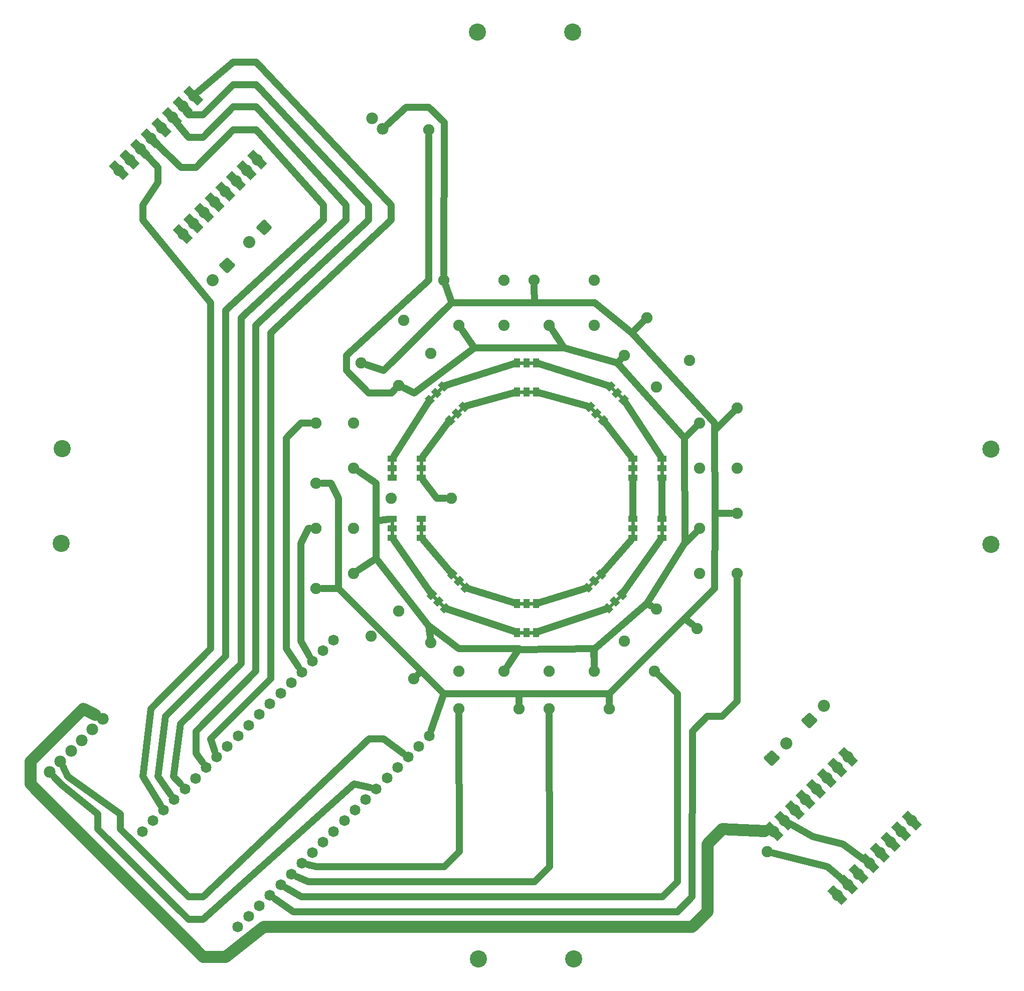
<source format=gbl>
G04 MADE WITH FRITZING*
G04 WWW.FRITZING.ORG*
G04 DOUBLE SIDED*
G04 HOLES PLATED*
G04 CONTOUR ON CENTER OF CONTOUR VECTOR*
%ASAXBY*%
%FSLAX23Y23*%
%MOIN*%
%OFA0B0*%
%SFA1.0B1.0*%
%ADD10C,0.114173*%
%ADD11C,0.074000*%
%ADD12C,0.075433*%
%ADD13C,0.078000*%
%ADD14C,0.075000*%
%ADD15C,0.071858*%
%ADD16C,0.080000*%
%ADD17R,0.059056X0.039361*%
%ADD18R,0.059056X0.039389*%
%ADD19R,0.059056X0.039375*%
%ADD20R,0.039361X0.059056*%
%ADD21R,0.039389X0.059056*%
%ADD22R,0.039375X0.059056*%
%ADD23C,0.048000*%
%ADD24C,0.024000*%
%ADD25C,0.020000*%
%ADD26R,0.001000X0.001000*%
%LNCOPPER0*%
G90*
G70*
G54D10*
X4245Y7009D03*
X3611Y7012D03*
X846Y3610D03*
X850Y4240D03*
X4252Y848D03*
X3618Y848D03*
X7023Y3605D03*
X7026Y4236D03*
G54D11*
X6075Y2190D03*
X6004Y2120D03*
X5934Y2049D03*
X5863Y1978D03*
X5792Y1907D03*
X5722Y1837D03*
X5651Y1766D03*
X5580Y1695D03*
X6004Y1271D03*
X6075Y1342D03*
X6146Y1412D03*
X6217Y1483D03*
X6287Y1554D03*
X6358Y1625D03*
X6429Y1695D03*
X6499Y1766D03*
X6075Y2190D03*
X6004Y2120D03*
X5934Y2049D03*
X5863Y1978D03*
X5792Y1907D03*
X5722Y1837D03*
X5651Y1766D03*
X5580Y1695D03*
X6004Y1271D03*
X6075Y1342D03*
X6146Y1412D03*
X6217Y1483D03*
X6287Y1554D03*
X6358Y1625D03*
X6429Y1695D03*
X6499Y1766D03*
G54D12*
X5539Y1561D03*
G54D13*
X1122Y2444D03*
X1051Y2373D03*
X980Y2302D03*
X910Y2232D03*
X839Y2161D03*
X768Y2090D03*
X2911Y6437D03*
X2982Y6366D03*
G54D14*
X2789Y3711D03*
X2789Y3411D03*
X3089Y3161D03*
X3301Y2949D03*
X3489Y2761D03*
X3789Y2761D03*
X4089Y2761D03*
X4389Y2761D03*
X4589Y2961D03*
X4801Y3173D03*
X2789Y4111D03*
X2789Y4411D03*
X5089Y3711D03*
X5089Y3411D03*
X5089Y4411D03*
X5089Y4111D03*
X4589Y4861D03*
X4801Y4649D03*
X4089Y5061D03*
X4389Y5061D03*
X3089Y4661D03*
X3301Y4873D03*
X3489Y5061D03*
X3789Y5061D03*
X2539Y3311D03*
X2539Y3711D03*
X4489Y2511D03*
X4089Y2511D03*
X3889Y2511D03*
X3489Y2511D03*
X3189Y2711D03*
X2906Y2994D03*
X4789Y2761D03*
X5072Y3044D03*
X5339Y3811D03*
X5339Y3411D03*
X5339Y4511D03*
X5339Y4111D03*
X4739Y5111D03*
X5022Y4828D03*
X3989Y5361D03*
X4389Y5361D03*
X3389Y5361D03*
X3789Y5361D03*
X2539Y4411D03*
X2539Y4011D03*
X2839Y4811D03*
X3122Y5094D03*
X3439Y3911D03*
X3039Y3911D03*
G54D15*
X2656Y2967D03*
X2585Y2896D03*
X2515Y2826D03*
X2444Y2755D03*
X2374Y2685D03*
X2303Y2614D03*
X2232Y2543D03*
X2162Y2473D03*
X2091Y2402D03*
X2020Y2331D03*
X1949Y2260D03*
X1878Y2189D03*
X1808Y2119D03*
X1737Y2048D03*
X1667Y1978D03*
X1596Y1907D03*
X1526Y1837D03*
X1455Y1766D03*
X1384Y1695D03*
X2019Y1059D03*
X2090Y1130D03*
X2161Y1201D03*
X2232Y1271D03*
X2303Y1342D03*
X2373Y1412D03*
X2444Y1483D03*
X2514Y1553D03*
X2585Y1624D03*
X2656Y1695D03*
X2727Y1766D03*
X2798Y1837D03*
X2868Y1907D03*
X2939Y1978D03*
X3010Y2049D03*
X3080Y2119D03*
X3151Y2190D03*
X3221Y2261D03*
X3292Y2332D03*
G54D16*
X5817Y2433D03*
X5915Y2530D03*
X5567Y2183D03*
X5665Y2280D03*
X1947Y5459D03*
X1850Y5362D03*
X2193Y5712D03*
X2095Y5615D03*
G54D12*
X3289Y6361D03*
G54D11*
X1653Y5667D03*
X1724Y5738D03*
X1795Y5809D03*
X1865Y5879D03*
X1936Y5950D03*
X2007Y6021D03*
X2078Y6091D03*
X2148Y6162D03*
X1724Y6586D03*
X1653Y6516D03*
X1583Y6445D03*
X1512Y6374D03*
X1441Y6304D03*
X1370Y6233D03*
X1300Y6162D03*
X1229Y6091D03*
X1653Y5667D03*
X1724Y5738D03*
X1795Y5809D03*
X1865Y5879D03*
X1936Y5950D03*
X2007Y6021D03*
X2078Y6091D03*
X2148Y6162D03*
X1724Y6586D03*
X1653Y6516D03*
X1583Y6445D03*
X1512Y6374D03*
X1441Y6304D03*
X1370Y6233D03*
X1300Y6162D03*
X1229Y6091D03*
G54D17*
X3046Y4048D03*
G54D18*
X3046Y4111D03*
G54D19*
X3046Y4174D03*
X3239Y4174D03*
G54D18*
X3239Y4111D03*
G54D17*
X3239Y4048D03*
X3046Y3648D03*
G54D18*
X3046Y3711D03*
G54D19*
X3046Y3774D03*
X3239Y3774D03*
G54D18*
X3239Y3711D03*
G54D17*
X3239Y3648D03*
G54D20*
X4002Y4618D03*
G54D21*
X3939Y4618D03*
G54D22*
X3876Y4618D03*
X3876Y4811D03*
G54D21*
X3939Y4811D03*
G54D20*
X4002Y4811D03*
G54D17*
X4646Y4048D03*
G54D18*
X4646Y4111D03*
G54D19*
X4646Y4174D03*
X4839Y4174D03*
G54D18*
X4839Y4111D03*
G54D17*
X4839Y4048D03*
X4646Y3648D03*
G54D18*
X4646Y3711D03*
G54D19*
X4646Y3774D03*
X4839Y3774D03*
G54D18*
X4839Y3711D03*
G54D17*
X4839Y3648D03*
G54D20*
X4002Y3018D03*
G54D21*
X3939Y3018D03*
G54D22*
X3876Y3018D03*
X3876Y3211D03*
G54D21*
X3939Y3211D03*
G54D20*
X4002Y3211D03*
G54D16*
X2190Y1062D02*
X1938Y859D01*
D02*
X1938Y859D02*
X1788Y859D01*
D02*
X1788Y859D02*
X640Y2011D01*
D02*
X640Y2011D02*
X640Y2161D01*
D02*
X640Y2161D02*
X990Y2510D01*
D02*
X990Y2510D02*
X1070Y2470D01*
D02*
X5039Y1062D02*
X2190Y1062D01*
D02*
X5140Y1612D02*
X5140Y1160D01*
D02*
X5140Y1160D02*
X5039Y1062D01*
D02*
X5238Y1710D02*
X5140Y1612D01*
D02*
X5521Y1698D02*
X5238Y1710D01*
G54D23*
D02*
X5840Y1661D02*
X6040Y1612D01*
D02*
X6040Y1612D02*
X6182Y1508D01*
D02*
X5688Y1746D02*
X5840Y1661D01*
D02*
X5938Y1461D02*
X5578Y1551D01*
D02*
X6043Y1370D02*
X5938Y1461D01*
D02*
X3491Y1562D02*
X3390Y1461D01*
D02*
X3489Y2471D02*
X3491Y1562D01*
D02*
X3390Y1461D02*
X2541Y1461D01*
D02*
X2541Y1461D02*
X2485Y1474D01*
D02*
X4091Y1461D02*
X4089Y2471D01*
D02*
X3990Y1361D02*
X4091Y1461D01*
D02*
X2488Y1361D02*
X3990Y1361D01*
D02*
X2411Y1395D02*
X2488Y1361D01*
D02*
X2440Y1260D02*
X2338Y1321D01*
D02*
X4840Y1260D02*
X2440Y1260D01*
D02*
X4940Y1361D02*
X4840Y1260D01*
D02*
X4940Y2610D02*
X4940Y1361D01*
D02*
X4817Y2733D02*
X4940Y2610D01*
D02*
X5339Y2561D02*
X5339Y3371D01*
D02*
X5138Y2460D02*
X5239Y2460D01*
D02*
X5239Y2460D02*
X5339Y2561D01*
D02*
X5040Y2362D02*
X5138Y2460D01*
D02*
X5037Y1260D02*
X5040Y2362D01*
D02*
X4940Y1159D02*
X5037Y1260D01*
D02*
X2388Y1159D02*
X4940Y1159D01*
D02*
X2266Y1247D02*
X2388Y1159D01*
D02*
X1988Y6810D02*
X1756Y6614D01*
D02*
X2140Y6810D02*
X1988Y6810D01*
D02*
X3039Y5860D02*
X2140Y6810D01*
D02*
X2238Y5011D02*
X3039Y5761D01*
D02*
X3039Y5761D02*
X3039Y5860D01*
D02*
X2238Y2710D02*
X2238Y5011D01*
D02*
X1839Y2311D02*
X2238Y2710D01*
D02*
X1865Y2229D02*
X1839Y2311D01*
D02*
X1690Y6459D02*
X1676Y6480D01*
D02*
X1789Y6459D02*
X1690Y6459D01*
D02*
X2140Y6662D02*
X1988Y6662D01*
D02*
X1988Y6662D02*
X1789Y6459D01*
D02*
X2889Y5860D02*
X2140Y6662D01*
D02*
X2889Y5761D02*
X2889Y5860D01*
D02*
X2139Y5062D02*
X2889Y5761D01*
D02*
X1740Y2362D02*
X2139Y2761D01*
D02*
X1740Y2213D02*
X1740Y2362D01*
D02*
X2139Y2761D02*
X2139Y5062D01*
D02*
X1784Y2153D02*
X1740Y2213D01*
D02*
X2040Y2812D02*
X2040Y5110D01*
D02*
X1638Y2410D02*
X2040Y2812D01*
D02*
X1590Y2062D02*
X1638Y2410D01*
D02*
X2739Y5761D02*
X2739Y5860D01*
D02*
X2040Y5110D02*
X2739Y5761D01*
D02*
X2739Y5860D02*
X2140Y6513D01*
D02*
X1789Y6311D02*
X1690Y6311D01*
D02*
X1988Y6513D02*
X1789Y6311D01*
D02*
X2140Y6513D02*
X1988Y6513D01*
D02*
X1690Y6311D02*
X1609Y6412D01*
D02*
X1639Y2009D02*
X1590Y2062D01*
D02*
X1488Y2062D02*
X1572Y1941D01*
D02*
X1539Y2461D02*
X1488Y2062D01*
D02*
X1938Y5161D02*
X1938Y2860D01*
D02*
X1938Y2860D02*
X1539Y2461D01*
D02*
X2589Y5860D02*
X2589Y5761D01*
D02*
X2589Y5761D02*
X1938Y5161D01*
D02*
X2140Y6360D02*
X2589Y5860D01*
D02*
X1641Y6112D02*
X1740Y6112D01*
D02*
X1988Y6360D02*
X2140Y6360D01*
D02*
X1740Y6112D02*
X1988Y6360D01*
D02*
X1472Y6274D02*
X1641Y6112D01*
D02*
X1488Y6112D02*
X1400Y6203D01*
D02*
X1389Y5860D02*
X1488Y6009D01*
D02*
X1839Y5212D02*
X1389Y5761D01*
D02*
X1389Y5761D02*
X1389Y5860D01*
D02*
X1488Y6009D02*
X1488Y6112D01*
D02*
X1839Y2911D02*
X1839Y5212D01*
D02*
X1440Y2512D02*
X1839Y2911D01*
D02*
X1389Y2062D02*
X1440Y2512D01*
D02*
X1504Y1872D02*
X1389Y2062D01*
D02*
X3139Y6511D02*
X3012Y6394D01*
D02*
X3288Y6511D02*
X3139Y6511D01*
D02*
X3389Y5401D02*
X3390Y6412D01*
D02*
X3390Y6412D02*
X3288Y6511D01*
D02*
X2988Y2311D02*
X3118Y2215D01*
D02*
X2891Y2311D02*
X2988Y2311D01*
D02*
X1788Y1262D02*
X2891Y2311D01*
D02*
X1690Y1262D02*
X1788Y1262D01*
D02*
X1239Y1711D02*
X1690Y1262D01*
D02*
X888Y2060D02*
X1238Y1811D01*
D02*
X857Y2124D02*
X888Y2060D01*
D02*
X1238Y1811D02*
X1239Y1711D01*
D02*
X2790Y2009D02*
X2898Y1987D01*
D02*
X1690Y1111D02*
X1788Y1111D01*
D02*
X1788Y1111D02*
X2790Y2009D01*
D02*
X1089Y1711D02*
X1690Y1111D01*
D02*
X1087Y1811D02*
X1089Y1711D01*
D02*
X840Y2011D02*
X1087Y1811D01*
D02*
X796Y2060D02*
X840Y2011D01*
G54D24*
D02*
X3485Y4484D02*
X3510Y4509D01*
D02*
X3441Y4440D02*
X3465Y4464D01*
G54D23*
D02*
X3249Y4188D02*
X3422Y4419D01*
G54D24*
D02*
X3239Y4125D02*
X3239Y4160D01*
D02*
X3239Y4062D02*
X3239Y4097D01*
D02*
X3239Y3725D02*
X3239Y3760D01*
D02*
X3239Y3662D02*
X3239Y3697D01*
G54D23*
D02*
X3435Y3416D02*
X3251Y3634D01*
G54D24*
D02*
X3479Y3371D02*
X3454Y3395D01*
D02*
X3523Y3326D02*
X3499Y3351D01*
G54D23*
D02*
X3862Y3215D02*
X3549Y3312D01*
G54D24*
D02*
X3890Y3211D02*
X3925Y3211D01*
D02*
X3953Y3211D02*
X3988Y3211D01*
G54D23*
D02*
X4016Y3215D02*
X4329Y3312D01*
G54D24*
D02*
X4354Y3326D02*
X4379Y3351D01*
D02*
X4399Y3371D02*
X4423Y3395D01*
G54D23*
D02*
X4443Y3416D02*
X4634Y3634D01*
G54D24*
D02*
X4646Y3662D02*
X4646Y3697D01*
D02*
X4646Y3725D02*
X4646Y3760D01*
G54D23*
D02*
X4646Y3788D02*
X4646Y4034D01*
G54D24*
D02*
X4646Y4062D02*
X4646Y4097D01*
D02*
X4646Y4125D02*
X4646Y4160D01*
G54D23*
D02*
X4635Y4188D02*
X4456Y4419D01*
G54D24*
D02*
X4437Y4440D02*
X4412Y4464D01*
D02*
X4392Y4484D02*
X4368Y4509D01*
G54D23*
D02*
X4342Y4523D02*
X4016Y4614D01*
G54D24*
D02*
X3988Y4618D02*
X3953Y4618D01*
D02*
X3925Y4618D02*
X3890Y4618D01*
G54D23*
D02*
X3535Y4523D02*
X3862Y4614D01*
G54D24*
D02*
X3349Y4621D02*
X3373Y4645D01*
D02*
X3304Y4576D02*
X3329Y4601D01*
G54D23*
D02*
X3862Y4806D02*
X3399Y4660D01*
G54D24*
D02*
X3890Y4811D02*
X3925Y4811D01*
D02*
X3953Y4811D02*
X3988Y4811D01*
G54D23*
D02*
X4016Y4806D02*
X4479Y4660D01*
G54D24*
D02*
X4504Y4645D02*
X4529Y4621D01*
D02*
X4549Y4601D02*
X4573Y4576D01*
G54D23*
D02*
X4591Y4554D02*
X4830Y4188D01*
G54D24*
D02*
X4839Y4160D02*
X4839Y4125D01*
D02*
X4839Y4097D02*
X4839Y4062D01*
G54D23*
D02*
X4839Y4034D02*
X4839Y3788D01*
G54D24*
D02*
X4839Y3760D02*
X4839Y3725D01*
D02*
X4839Y3697D02*
X4839Y3662D01*
G54D23*
D02*
X4829Y3634D02*
X4578Y3281D01*
G54D24*
D02*
X4560Y3259D02*
X4535Y3234D01*
D02*
X4515Y3214D02*
X4491Y3190D01*
G54D23*
D02*
X4466Y3175D02*
X4016Y3023D01*
G54D24*
D02*
X3988Y3018D02*
X3953Y3018D01*
D02*
X3925Y3018D02*
X3890Y3018D01*
G54D23*
D02*
X3862Y3023D02*
X3412Y3175D01*
G54D24*
D02*
X3387Y3190D02*
X3362Y3214D01*
D02*
X3342Y3234D02*
X3318Y3259D01*
G54D23*
D02*
X3300Y3281D02*
X3056Y3634D01*
G54D24*
D02*
X3046Y3662D02*
X3046Y3697D01*
G54D23*
D02*
X2938Y3510D02*
X2938Y3762D01*
D02*
X2938Y3762D02*
X3022Y3771D01*
D02*
X2822Y3433D02*
X2938Y3510D01*
D02*
X3287Y4554D02*
X3055Y4188D01*
G54D24*
D02*
X3046Y4160D02*
X3046Y4125D01*
D02*
X3046Y4097D02*
X3046Y4062D01*
G54D23*
D02*
X2688Y3310D02*
X2579Y3311D01*
D02*
X2639Y4010D02*
X2688Y3910D01*
D02*
X2579Y4011D02*
X2639Y4010D01*
D02*
X2688Y3910D02*
X2688Y3310D01*
D02*
X3238Y2760D02*
X3217Y2739D01*
D02*
X2688Y3310D02*
X3238Y2760D01*
D02*
X2579Y3311D02*
X2688Y3310D01*
D02*
X3238Y2760D02*
X3217Y2739D01*
D02*
X3389Y2612D02*
X3238Y2760D01*
D02*
X3888Y2611D02*
X3389Y2612D01*
D02*
X3889Y2551D02*
X3888Y2611D01*
D02*
X4488Y2611D02*
X4489Y2551D01*
D02*
X3888Y2611D02*
X4488Y2611D01*
D02*
X3889Y2551D02*
X3888Y2611D01*
D02*
X4989Y3112D02*
X5041Y3069D01*
D02*
X4488Y2611D02*
X4989Y3112D01*
D02*
X4489Y2551D02*
X4488Y2611D01*
D02*
X5190Y3811D02*
X5299Y3811D01*
D02*
X4989Y3112D02*
X5188Y3310D01*
D02*
X5188Y3310D02*
X5190Y3811D01*
D02*
X5041Y3069D02*
X4989Y3112D01*
D02*
X5188Y4360D02*
X5190Y3811D01*
D02*
X5190Y3811D02*
X5299Y3811D01*
D02*
X5311Y4483D02*
X5188Y4360D01*
D02*
X4639Y5012D02*
X4711Y5083D01*
D02*
X5188Y4410D02*
X4639Y5012D01*
D02*
X5188Y4360D02*
X5188Y4410D01*
D02*
X5311Y4483D02*
X5188Y4360D01*
D02*
X4639Y5012D02*
X4711Y5083D01*
D02*
X4390Y5211D02*
X4639Y5012D01*
D02*
X3990Y5212D02*
X4390Y5211D01*
D02*
X3989Y5321D02*
X3990Y5212D01*
D02*
X3990Y5212D02*
X3989Y5321D01*
D02*
X3440Y5211D02*
X3990Y5212D01*
D02*
X3402Y5323D02*
X3440Y5211D01*
D02*
X3440Y5211D02*
X3402Y5323D01*
D02*
X2988Y4760D02*
X3440Y5211D01*
D02*
X2877Y4798D02*
X2988Y4760D01*
D02*
X3340Y3910D02*
X3249Y4034D01*
D02*
X3399Y3911D02*
X3340Y3910D01*
D02*
X3238Y2760D02*
X3389Y2612D01*
D02*
X3389Y2612D02*
X3306Y2371D01*
D02*
X3217Y2739D02*
X3238Y2760D01*
D02*
X3590Y4910D02*
X3190Y4612D01*
D02*
X3190Y4612D02*
X3125Y4644D01*
D02*
X3511Y5028D02*
X3590Y4910D01*
D02*
X4111Y5028D02*
X4189Y4910D01*
D02*
X4189Y4910D02*
X3590Y4910D01*
D02*
X3590Y4910D02*
X3511Y5028D01*
D02*
X4189Y4910D02*
X4111Y5028D01*
D02*
X4540Y4810D02*
X4189Y4910D01*
D02*
X4561Y4832D02*
X4540Y4810D01*
D02*
X4540Y4810D02*
X4561Y4832D01*
D02*
X4989Y4312D02*
X4540Y4810D01*
D02*
X5061Y4383D02*
X4989Y4312D01*
D02*
X5061Y3682D02*
X4991Y3609D01*
D02*
X4991Y3609D02*
X4989Y4312D01*
D02*
X4989Y4312D02*
X5061Y4383D01*
D02*
X4991Y3609D02*
X5061Y3682D01*
D02*
X4738Y3211D02*
X4989Y3610D01*
D02*
X4989Y3610D02*
X4991Y3609D01*
D02*
X4767Y3194D02*
X4738Y3211D01*
D02*
X4386Y2903D02*
X4738Y3211D01*
D02*
X4738Y3211D02*
X4767Y3194D01*
D02*
X4388Y2801D02*
X4386Y2903D01*
D02*
X4389Y2911D02*
X4389Y2801D01*
D02*
X3885Y2904D02*
X4389Y2911D01*
D02*
X3811Y2794D02*
X3885Y2904D01*
D02*
X3488Y2911D02*
X3888Y2911D01*
D02*
X3299Y2988D02*
X3296Y3056D01*
D02*
X3296Y3056D02*
X3488Y2911D01*
D02*
X3888Y2911D02*
X3811Y2794D01*
D02*
X2822Y3433D02*
X2938Y3510D01*
D02*
X2938Y3510D02*
X3289Y3060D01*
D02*
X3289Y3060D02*
X3297Y2988D01*
D02*
X2938Y3510D02*
X2822Y3433D01*
D02*
X2938Y4012D02*
X2938Y3510D01*
D02*
X2822Y4089D02*
X2938Y4012D01*
D02*
X3061Y4633D02*
X3040Y4612D01*
D02*
X2889Y4612D02*
X2740Y4760D01*
D02*
X3040Y4612D02*
X2889Y4612D01*
D02*
X2740Y4860D02*
X3288Y5361D01*
D02*
X2740Y4760D02*
X2740Y4860D01*
D02*
X3288Y5361D02*
X3289Y6321D01*
D02*
X2438Y2960D02*
X2494Y2862D01*
D02*
X2438Y3611D02*
X2438Y2960D01*
D02*
X2487Y3712D02*
X2438Y3611D01*
D02*
X2499Y3712D02*
X2487Y3712D01*
D02*
X2341Y2911D02*
X2421Y2790D01*
D02*
X2341Y4310D02*
X2341Y2911D01*
D02*
X2438Y4412D02*
X2341Y4310D01*
D02*
X2499Y4411D02*
X2438Y4412D01*
G54D24*
D02*
X3046Y3760D02*
X3046Y3725D01*
G36*
X3513Y4554D02*
X3555Y4512D01*
X3527Y4484D01*
X3485Y4526D01*
X3513Y4554D01*
G37*
D02*
G36*
X3468Y4509D02*
X3510Y4468D01*
X3482Y4440D01*
X3440Y4481D01*
X3468Y4509D01*
G37*
D02*
G36*
X3424Y4465D02*
X3466Y4423D01*
X3438Y4395D01*
X3396Y4437D01*
X3424Y4465D01*
G37*
D02*
G36*
X3287Y4601D02*
X3329Y4559D01*
X3301Y4532D01*
X3260Y4573D01*
X3287Y4601D01*
G37*
D02*
G36*
X3332Y4646D02*
X3374Y4604D01*
X3346Y4576D01*
X3304Y4618D01*
X3332Y4646D01*
G37*
D02*
G36*
X3376Y4690D02*
X3418Y4648D01*
X3390Y4621D01*
X3349Y4662D01*
X3376Y4690D01*
G37*
D02*
G36*
X4482Y4437D02*
X4440Y4395D01*
X4412Y4423D01*
X4454Y4465D01*
X4482Y4437D01*
G37*
D02*
G36*
X4437Y4481D02*
X4396Y4440D01*
X4368Y4468D01*
X4409Y4509D01*
X4437Y4481D01*
G37*
D02*
G36*
X4393Y4526D02*
X4351Y4484D01*
X4323Y4512D01*
X4365Y4554D01*
X4393Y4526D01*
G37*
D02*
G36*
X4529Y4662D02*
X4487Y4621D01*
X4460Y4648D01*
X4501Y4690D01*
X4529Y4662D01*
G37*
D02*
G36*
X4574Y4618D02*
X4532Y4576D01*
X4504Y4604D01*
X4546Y4646D01*
X4574Y4618D01*
G37*
D02*
G36*
X4618Y4573D02*
X4576Y4532D01*
X4549Y4559D01*
X4590Y4601D01*
X4618Y4573D01*
G37*
D02*
G36*
X4563Y3304D02*
X4605Y3262D01*
X4577Y3234D01*
X4535Y3276D01*
X4563Y3304D01*
G37*
D02*
G36*
X4518Y3259D02*
X4560Y3218D01*
X4532Y3190D01*
X4490Y3231D01*
X4518Y3259D01*
G37*
D02*
G36*
X4474Y3215D02*
X4516Y3173D01*
X4488Y3145D01*
X4446Y3187D01*
X4474Y3215D01*
G37*
D02*
G36*
X4337Y3351D02*
X4379Y3309D01*
X4351Y3282D01*
X4310Y3323D01*
X4337Y3351D01*
G37*
D02*
G36*
X4382Y3396D02*
X4424Y3354D01*
X4396Y3326D01*
X4354Y3368D01*
X4382Y3396D01*
G37*
D02*
G36*
X4426Y3440D02*
X4468Y3398D01*
X4440Y3371D01*
X4399Y3412D01*
X4426Y3440D01*
G37*
D02*
G36*
X3432Y3187D02*
X3390Y3145D01*
X3362Y3173D01*
X3404Y3215D01*
X3432Y3187D01*
G37*
D02*
G36*
X3387Y3231D02*
X3346Y3190D01*
X3318Y3218D01*
X3359Y3259D01*
X3387Y3231D01*
G37*
D02*
G36*
X3343Y3276D02*
X3301Y3234D01*
X3273Y3262D01*
X3315Y3304D01*
X3343Y3276D01*
G37*
D02*
G36*
X3479Y3412D02*
X3437Y3371D01*
X3410Y3398D01*
X3451Y3440D01*
X3479Y3412D01*
G37*
D02*
G36*
X3524Y3368D02*
X3482Y3326D01*
X3454Y3354D01*
X3496Y3396D01*
X3524Y3368D01*
G37*
D02*
G36*
X3568Y3323D02*
X3526Y3282D01*
X3499Y3309D01*
X3540Y3351D01*
X3568Y3323D01*
G37*
D02*
G54D25*
X5775Y2433D02*
X5817Y2475D01*
X5860Y2433D01*
X5817Y2390D01*
X5775Y2433D01*
D02*
X5525Y2183D02*
X5567Y2225D01*
X5610Y2183D01*
X5567Y2140D01*
X5525Y2183D01*
D02*
X1990Y5459D02*
X1947Y5417D01*
X1905Y5459D01*
X1947Y5501D01*
X1990Y5459D01*
D02*
X2235Y5712D02*
X2193Y5670D01*
X2150Y5712D01*
X2193Y5755D01*
X2235Y5712D01*
D02*
G54D26*
X1696Y6652D02*
X1698Y6652D01*
X1695Y6651D02*
X1699Y6651D01*
X1694Y6650D02*
X1700Y6650D01*
X1693Y6649D02*
X1701Y6649D01*
X1692Y6648D02*
X1702Y6648D01*
X1691Y6647D02*
X1703Y6647D01*
X1690Y6646D02*
X1704Y6646D01*
X1689Y6645D02*
X1705Y6645D01*
X1688Y6644D02*
X1706Y6644D01*
X1687Y6643D02*
X1707Y6643D01*
X1686Y6642D02*
X1708Y6642D01*
X1685Y6641D02*
X1709Y6641D01*
X1684Y6640D02*
X1710Y6640D01*
X1683Y6639D02*
X1711Y6639D01*
X1682Y6638D02*
X1712Y6638D01*
X1681Y6637D02*
X1713Y6637D01*
X1680Y6636D02*
X1714Y6636D01*
X1679Y6635D02*
X1715Y6635D01*
X1678Y6634D02*
X1716Y6634D01*
X1677Y6633D02*
X1717Y6633D01*
X1676Y6632D02*
X1718Y6632D01*
X1675Y6631D02*
X1719Y6631D01*
X1674Y6630D02*
X1720Y6630D01*
X1673Y6629D02*
X1721Y6629D01*
X1672Y6628D02*
X1722Y6628D01*
X1671Y6627D02*
X1723Y6627D01*
X1670Y6626D02*
X1724Y6626D01*
X1669Y6625D02*
X1725Y6625D01*
X1668Y6624D02*
X1726Y6624D01*
X1667Y6623D02*
X1727Y6623D01*
X1666Y6622D02*
X1728Y6622D01*
X1665Y6621D02*
X1729Y6621D01*
X1664Y6620D02*
X1730Y6620D01*
X1663Y6619D02*
X1731Y6619D01*
X1662Y6618D02*
X1732Y6618D01*
X1661Y6617D02*
X1733Y6617D01*
X1660Y6616D02*
X1734Y6616D01*
X1659Y6615D02*
X1719Y6615D01*
X1728Y6615D02*
X1735Y6615D01*
X1658Y6614D02*
X1714Y6614D01*
X1733Y6614D02*
X1736Y6614D01*
X1658Y6613D02*
X1712Y6613D01*
X1735Y6613D02*
X1737Y6613D01*
X1659Y6612D02*
X1710Y6612D01*
X1737Y6612D02*
X1738Y6612D01*
X1660Y6611D02*
X1708Y6611D01*
X1739Y6611D02*
X1739Y6611D01*
X1661Y6610D02*
X1706Y6610D01*
X1662Y6609D02*
X1705Y6609D01*
X1663Y6608D02*
X1704Y6608D01*
X1664Y6607D02*
X1703Y6607D01*
X1665Y6606D02*
X1702Y6606D01*
X1666Y6605D02*
X1701Y6605D01*
X1667Y6604D02*
X1700Y6604D01*
X1668Y6603D02*
X1700Y6603D01*
X1669Y6602D02*
X1699Y6602D01*
X1748Y6602D02*
X1748Y6602D01*
X1670Y6601D02*
X1698Y6601D01*
X1749Y6601D02*
X1749Y6601D01*
X1671Y6600D02*
X1698Y6600D01*
X1749Y6600D02*
X1750Y6600D01*
X1672Y6599D02*
X1697Y6599D01*
X1750Y6599D02*
X1751Y6599D01*
X1673Y6598D02*
X1697Y6598D01*
X1750Y6598D02*
X1752Y6598D01*
X1674Y6597D02*
X1696Y6597D01*
X1751Y6597D02*
X1753Y6597D01*
X1675Y6596D02*
X1696Y6596D01*
X1751Y6596D02*
X1754Y6596D01*
X1676Y6595D02*
X1696Y6595D01*
X1751Y6595D02*
X1755Y6595D01*
X1677Y6594D02*
X1695Y6594D01*
X1752Y6594D02*
X1756Y6594D01*
X1678Y6593D02*
X1695Y6593D01*
X1752Y6593D02*
X1757Y6593D01*
X1679Y6592D02*
X1695Y6592D01*
X1752Y6592D02*
X1758Y6592D01*
X1680Y6591D02*
X1695Y6591D01*
X1752Y6591D02*
X1759Y6591D01*
X1681Y6590D02*
X1695Y6590D01*
X1752Y6590D02*
X1760Y6590D01*
X1682Y6589D02*
X1695Y6589D01*
X1752Y6589D02*
X1761Y6589D01*
X1683Y6588D02*
X1695Y6588D01*
X1752Y6588D02*
X1762Y6588D01*
X1684Y6587D02*
X1695Y6587D01*
X1752Y6587D02*
X1763Y6587D01*
X1685Y6586D02*
X1695Y6586D01*
X1752Y6586D02*
X1764Y6586D01*
X1686Y6585D02*
X1695Y6585D01*
X1752Y6585D02*
X1765Y6585D01*
X1687Y6584D02*
X1695Y6584D01*
X1752Y6584D02*
X1766Y6584D01*
X1688Y6583D02*
X1695Y6583D01*
X1752Y6583D02*
X1767Y6583D01*
X1626Y6582D02*
X1627Y6582D01*
X1689Y6582D02*
X1695Y6582D01*
X1752Y6582D02*
X1768Y6582D01*
X1625Y6581D02*
X1628Y6581D01*
X1690Y6581D02*
X1695Y6581D01*
X1752Y6581D02*
X1769Y6581D01*
X1624Y6580D02*
X1629Y6580D01*
X1691Y6580D02*
X1695Y6580D01*
X1752Y6580D02*
X1770Y6580D01*
X1623Y6579D02*
X1630Y6579D01*
X1692Y6579D02*
X1696Y6579D01*
X1751Y6579D02*
X1771Y6579D01*
X1622Y6578D02*
X1631Y6578D01*
X1693Y6578D02*
X1696Y6578D01*
X1751Y6578D02*
X1772Y6578D01*
X1621Y6577D02*
X1632Y6577D01*
X1694Y6577D02*
X1696Y6577D01*
X1751Y6577D02*
X1773Y6577D01*
X1620Y6576D02*
X1633Y6576D01*
X1695Y6576D02*
X1697Y6576D01*
X1750Y6576D02*
X1774Y6576D01*
X1619Y6575D02*
X1634Y6575D01*
X1696Y6575D02*
X1697Y6575D01*
X1750Y6575D02*
X1775Y6575D01*
X1618Y6574D02*
X1635Y6574D01*
X1697Y6574D02*
X1698Y6574D01*
X1749Y6574D02*
X1776Y6574D01*
X1617Y6573D02*
X1636Y6573D01*
X1698Y6573D02*
X1698Y6573D01*
X1749Y6573D02*
X1777Y6573D01*
X1616Y6572D02*
X1637Y6572D01*
X1699Y6572D02*
X1699Y6572D01*
X1748Y6572D02*
X1778Y6572D01*
X1615Y6571D02*
X1638Y6571D01*
X1748Y6571D02*
X1779Y6571D01*
X1614Y6570D02*
X1639Y6570D01*
X1747Y6570D02*
X1780Y6570D01*
X1613Y6569D02*
X1640Y6569D01*
X1746Y6569D02*
X1781Y6569D01*
X1612Y6568D02*
X1641Y6568D01*
X1745Y6568D02*
X1782Y6568D01*
X1611Y6567D02*
X1642Y6567D01*
X1744Y6567D02*
X1783Y6567D01*
X1610Y6566D02*
X1643Y6566D01*
X1743Y6566D02*
X1784Y6566D01*
X1609Y6565D02*
X1644Y6565D01*
X1742Y6565D02*
X1785Y6565D01*
X1608Y6564D02*
X1645Y6564D01*
X1741Y6564D02*
X1786Y6564D01*
X1607Y6563D02*
X1646Y6563D01*
X1740Y6563D02*
X1787Y6563D01*
X1606Y6562D02*
X1647Y6562D01*
X1709Y6562D02*
X1709Y6562D01*
X1738Y6562D02*
X1788Y6562D01*
X1605Y6561D02*
X1648Y6561D01*
X1710Y6561D02*
X1711Y6561D01*
X1736Y6561D02*
X1789Y6561D01*
X1604Y6560D02*
X1649Y6560D01*
X1711Y6560D02*
X1714Y6560D01*
X1733Y6560D02*
X1789Y6560D01*
X1603Y6559D02*
X1650Y6559D01*
X1712Y6559D02*
X1717Y6559D01*
X1730Y6559D02*
X1788Y6559D01*
X1602Y6558D02*
X1651Y6558D01*
X1713Y6558D02*
X1787Y6558D01*
X1601Y6557D02*
X1652Y6557D01*
X1714Y6557D02*
X1786Y6557D01*
X1600Y6556D02*
X1653Y6556D01*
X1715Y6556D02*
X1785Y6556D01*
X1599Y6555D02*
X1654Y6555D01*
X1716Y6555D02*
X1784Y6555D01*
X1598Y6554D02*
X1655Y6554D01*
X1717Y6554D02*
X1783Y6554D01*
X1597Y6553D02*
X1656Y6553D01*
X1718Y6553D02*
X1782Y6553D01*
X1596Y6552D02*
X1657Y6552D01*
X1719Y6552D02*
X1781Y6552D01*
X1595Y6551D02*
X1658Y6551D01*
X1720Y6551D02*
X1780Y6551D01*
X1594Y6550D02*
X1659Y6550D01*
X1721Y6550D02*
X1779Y6550D01*
X1593Y6549D02*
X1660Y6549D01*
X1722Y6549D02*
X1778Y6549D01*
X1592Y6548D02*
X1661Y6548D01*
X1723Y6548D02*
X1777Y6548D01*
X1591Y6547D02*
X1662Y6547D01*
X1724Y6547D02*
X1776Y6547D01*
X1590Y6546D02*
X1663Y6546D01*
X1725Y6546D02*
X1775Y6546D01*
X1589Y6545D02*
X1664Y6545D01*
X1726Y6545D02*
X1774Y6545D01*
X1588Y6544D02*
X1646Y6544D01*
X1659Y6544D02*
X1665Y6544D01*
X1727Y6544D02*
X1773Y6544D01*
X1587Y6543D02*
X1643Y6543D01*
X1663Y6543D02*
X1666Y6543D01*
X1728Y6543D02*
X1772Y6543D01*
X1587Y6542D02*
X1640Y6542D01*
X1665Y6542D02*
X1667Y6542D01*
X1729Y6542D02*
X1771Y6542D01*
X1588Y6541D02*
X1638Y6541D01*
X1667Y6541D02*
X1668Y6541D01*
X1730Y6541D02*
X1770Y6541D01*
X1589Y6540D02*
X1637Y6540D01*
X1669Y6540D02*
X1669Y6540D01*
X1731Y6540D02*
X1769Y6540D01*
X1590Y6539D02*
X1635Y6539D01*
X1732Y6539D02*
X1768Y6539D01*
X1591Y6538D02*
X1634Y6538D01*
X1733Y6538D02*
X1767Y6538D01*
X1592Y6537D02*
X1633Y6537D01*
X1734Y6537D02*
X1766Y6537D01*
X1593Y6536D02*
X1632Y6536D01*
X1735Y6536D02*
X1765Y6536D01*
X1594Y6535D02*
X1631Y6535D01*
X1736Y6535D02*
X1764Y6535D01*
X1595Y6534D02*
X1630Y6534D01*
X1737Y6534D02*
X1763Y6534D01*
X1596Y6533D02*
X1629Y6533D01*
X1738Y6533D02*
X1762Y6533D01*
X1597Y6532D02*
X1629Y6532D01*
X1677Y6532D02*
X1677Y6532D01*
X1739Y6532D02*
X1761Y6532D01*
X1598Y6531D02*
X1628Y6531D01*
X1678Y6531D02*
X1678Y6531D01*
X1740Y6531D02*
X1760Y6531D01*
X1599Y6530D02*
X1627Y6530D01*
X1678Y6530D02*
X1679Y6530D01*
X1741Y6530D02*
X1759Y6530D01*
X1600Y6529D02*
X1627Y6529D01*
X1679Y6529D02*
X1680Y6529D01*
X1742Y6529D02*
X1758Y6529D01*
X1601Y6528D02*
X1626Y6528D01*
X1679Y6528D02*
X1681Y6528D01*
X1743Y6528D02*
X1757Y6528D01*
X1602Y6527D02*
X1626Y6527D01*
X1680Y6527D02*
X1682Y6527D01*
X1744Y6527D02*
X1756Y6527D01*
X1603Y6526D02*
X1626Y6526D01*
X1680Y6526D02*
X1683Y6526D01*
X1745Y6526D02*
X1755Y6526D01*
X1604Y6525D02*
X1625Y6525D01*
X1680Y6525D02*
X1684Y6525D01*
X1746Y6525D02*
X1754Y6525D01*
X1605Y6524D02*
X1625Y6524D01*
X1681Y6524D02*
X1685Y6524D01*
X1747Y6524D02*
X1753Y6524D01*
X1606Y6523D02*
X1625Y6523D01*
X1681Y6523D02*
X1686Y6523D01*
X1748Y6523D02*
X1752Y6523D01*
X1607Y6522D02*
X1624Y6522D01*
X1681Y6522D02*
X1687Y6522D01*
X1749Y6522D02*
X1751Y6522D01*
X1608Y6521D02*
X1624Y6521D01*
X1681Y6521D02*
X1688Y6521D01*
X1750Y6521D02*
X1750Y6521D01*
X1609Y6520D02*
X1624Y6520D01*
X1681Y6520D02*
X1689Y6520D01*
X1610Y6519D02*
X1624Y6519D01*
X1682Y6519D02*
X1690Y6519D01*
X1611Y6518D02*
X1624Y6518D01*
X1682Y6518D02*
X1691Y6518D01*
X1612Y6517D02*
X1624Y6517D01*
X1682Y6517D02*
X1692Y6517D01*
X1613Y6516D02*
X1624Y6516D01*
X1682Y6516D02*
X1693Y6516D01*
X1614Y6515D02*
X1624Y6515D01*
X1682Y6515D02*
X1694Y6515D01*
X1615Y6514D02*
X1624Y6514D01*
X1682Y6514D02*
X1695Y6514D01*
X1616Y6513D02*
X1624Y6513D01*
X1681Y6513D02*
X1696Y6513D01*
X1617Y6512D02*
X1624Y6512D01*
X1681Y6512D02*
X1697Y6512D01*
X1555Y6511D02*
X1556Y6511D01*
X1618Y6511D02*
X1624Y6511D01*
X1681Y6511D02*
X1698Y6511D01*
X1554Y6510D02*
X1557Y6510D01*
X1619Y6510D02*
X1624Y6510D01*
X1681Y6510D02*
X1699Y6510D01*
X1553Y6509D02*
X1558Y6509D01*
X1620Y6509D02*
X1625Y6509D01*
X1681Y6509D02*
X1700Y6509D01*
X1552Y6508D02*
X1559Y6508D01*
X1621Y6508D02*
X1625Y6508D01*
X1681Y6508D02*
X1701Y6508D01*
X1551Y6507D02*
X1560Y6507D01*
X1622Y6507D02*
X1625Y6507D01*
X1680Y6507D02*
X1702Y6507D01*
X1550Y6506D02*
X1561Y6506D01*
X1623Y6506D02*
X1626Y6506D01*
X1680Y6506D02*
X1703Y6506D01*
X1549Y6505D02*
X1562Y6505D01*
X1624Y6505D02*
X1626Y6505D01*
X1680Y6505D02*
X1704Y6505D01*
X1548Y6504D02*
X1563Y6504D01*
X1625Y6504D02*
X1627Y6504D01*
X1679Y6504D02*
X1705Y6504D01*
X1547Y6503D02*
X1564Y6503D01*
X1626Y6503D02*
X1627Y6503D01*
X1679Y6503D02*
X1706Y6503D01*
X1546Y6502D02*
X1565Y6502D01*
X1627Y6502D02*
X1628Y6502D01*
X1678Y6502D02*
X1707Y6502D01*
X1545Y6501D02*
X1566Y6501D01*
X1628Y6501D02*
X1628Y6501D01*
X1677Y6501D02*
X1708Y6501D01*
X1544Y6500D02*
X1567Y6500D01*
X1629Y6500D02*
X1629Y6500D01*
X1677Y6500D02*
X1709Y6500D01*
X1543Y6499D02*
X1568Y6499D01*
X1676Y6499D02*
X1710Y6499D01*
X1542Y6498D02*
X1569Y6498D01*
X1675Y6498D02*
X1711Y6498D01*
X1541Y6497D02*
X1570Y6497D01*
X1674Y6497D02*
X1712Y6497D01*
X1540Y6496D02*
X1571Y6496D01*
X1673Y6496D02*
X1713Y6496D01*
X1539Y6495D02*
X1572Y6495D01*
X1672Y6495D02*
X1714Y6495D01*
X1538Y6494D02*
X1573Y6494D01*
X1671Y6494D02*
X1715Y6494D01*
X1537Y6493D02*
X1574Y6493D01*
X1670Y6493D02*
X1716Y6493D01*
X1536Y6492D02*
X1575Y6492D01*
X1637Y6492D02*
X1637Y6492D01*
X1668Y6492D02*
X1717Y6492D01*
X1535Y6491D02*
X1576Y6491D01*
X1638Y6491D02*
X1639Y6491D01*
X1667Y6491D02*
X1718Y6491D01*
X1534Y6490D02*
X1577Y6490D01*
X1639Y6490D02*
X1641Y6490D01*
X1665Y6490D02*
X1719Y6490D01*
X1533Y6489D02*
X1578Y6489D01*
X1640Y6489D02*
X1644Y6489D01*
X1662Y6489D02*
X1718Y6489D01*
X1532Y6488D02*
X1579Y6488D01*
X1641Y6488D02*
X1649Y6488D01*
X1657Y6488D02*
X1717Y6488D01*
X1531Y6487D02*
X1580Y6487D01*
X1642Y6487D02*
X1716Y6487D01*
X1530Y6486D02*
X1581Y6486D01*
X1643Y6486D02*
X1715Y6486D01*
X1529Y6485D02*
X1582Y6485D01*
X1644Y6485D02*
X1714Y6485D01*
X1528Y6484D02*
X1583Y6484D01*
X1645Y6484D02*
X1713Y6484D01*
X1527Y6483D02*
X1584Y6483D01*
X1646Y6483D02*
X1712Y6483D01*
X1526Y6482D02*
X1585Y6482D01*
X1647Y6482D02*
X1711Y6482D01*
X1525Y6481D02*
X1586Y6481D01*
X1648Y6481D02*
X1710Y6481D01*
X1524Y6480D02*
X1587Y6480D01*
X1649Y6480D02*
X1709Y6480D01*
X1523Y6479D02*
X1588Y6479D01*
X1650Y6479D02*
X1708Y6479D01*
X1522Y6478D02*
X1589Y6478D01*
X1651Y6478D02*
X1707Y6478D01*
X1521Y6477D02*
X1590Y6477D01*
X1652Y6477D02*
X1706Y6477D01*
X1520Y6476D02*
X1591Y6476D01*
X1653Y6476D02*
X1705Y6476D01*
X1519Y6475D02*
X1592Y6475D01*
X1654Y6475D02*
X1704Y6475D01*
X1518Y6474D02*
X1593Y6474D01*
X1655Y6474D02*
X1703Y6474D01*
X1517Y6473D02*
X1574Y6473D01*
X1590Y6473D02*
X1594Y6473D01*
X1656Y6473D02*
X1702Y6473D01*
X1516Y6472D02*
X1571Y6472D01*
X1593Y6472D02*
X1595Y6472D01*
X1657Y6472D02*
X1701Y6472D01*
X1517Y6471D02*
X1569Y6471D01*
X1595Y6471D02*
X1596Y6471D01*
X1658Y6471D02*
X1700Y6471D01*
X1518Y6470D02*
X1567Y6470D01*
X1597Y6470D02*
X1597Y6470D01*
X1659Y6470D02*
X1699Y6470D01*
X1519Y6469D02*
X1566Y6469D01*
X1660Y6469D02*
X1698Y6469D01*
X1520Y6468D02*
X1564Y6468D01*
X1661Y6468D02*
X1697Y6468D01*
X1521Y6467D02*
X1563Y6467D01*
X1662Y6467D02*
X1696Y6467D01*
X1522Y6466D02*
X1562Y6466D01*
X1663Y6466D02*
X1695Y6466D01*
X1523Y6465D02*
X1561Y6465D01*
X1664Y6465D02*
X1694Y6465D01*
X1524Y6464D02*
X1560Y6464D01*
X1665Y6464D02*
X1693Y6464D01*
X1525Y6463D02*
X1559Y6463D01*
X1666Y6463D02*
X1692Y6463D01*
X1526Y6462D02*
X1558Y6462D01*
X1667Y6462D02*
X1691Y6462D01*
X1527Y6461D02*
X1558Y6461D01*
X1606Y6461D02*
X1606Y6461D01*
X1668Y6461D02*
X1690Y6461D01*
X1528Y6460D02*
X1557Y6460D01*
X1607Y6460D02*
X1607Y6460D01*
X1669Y6460D02*
X1689Y6460D01*
X1529Y6459D02*
X1557Y6459D01*
X1608Y6459D02*
X1608Y6459D01*
X1670Y6459D02*
X1688Y6459D01*
X1530Y6458D02*
X1556Y6458D01*
X1608Y6458D02*
X1609Y6458D01*
X1671Y6458D02*
X1687Y6458D01*
X1531Y6457D02*
X1556Y6457D01*
X1609Y6457D02*
X1610Y6457D01*
X1672Y6457D02*
X1686Y6457D01*
X1532Y6456D02*
X1555Y6456D01*
X1609Y6456D02*
X1611Y6456D01*
X1673Y6456D02*
X1685Y6456D01*
X1533Y6455D02*
X1555Y6455D01*
X1609Y6455D02*
X1612Y6455D01*
X1674Y6455D02*
X1684Y6455D01*
X1534Y6454D02*
X1554Y6454D01*
X1610Y6454D02*
X1613Y6454D01*
X1675Y6454D02*
X1683Y6454D01*
X1535Y6453D02*
X1554Y6453D01*
X1610Y6453D02*
X1614Y6453D01*
X1676Y6453D02*
X1682Y6453D01*
X1536Y6452D02*
X1554Y6452D01*
X1610Y6452D02*
X1615Y6452D01*
X1677Y6452D02*
X1681Y6452D01*
X1537Y6451D02*
X1554Y6451D01*
X1611Y6451D02*
X1616Y6451D01*
X1678Y6451D02*
X1680Y6451D01*
X1538Y6450D02*
X1554Y6450D01*
X1611Y6450D02*
X1617Y6450D01*
X1679Y6450D02*
X1679Y6450D01*
X1539Y6449D02*
X1553Y6449D01*
X1611Y6449D02*
X1618Y6449D01*
X1540Y6448D02*
X1553Y6448D01*
X1611Y6448D02*
X1619Y6448D01*
X1541Y6447D02*
X1553Y6447D01*
X1611Y6447D02*
X1620Y6447D01*
X1542Y6446D02*
X1553Y6446D01*
X1611Y6446D02*
X1621Y6446D01*
X1543Y6445D02*
X1553Y6445D01*
X1611Y6445D02*
X1622Y6445D01*
X1544Y6444D02*
X1553Y6444D01*
X1611Y6444D02*
X1623Y6444D01*
X1545Y6443D02*
X1553Y6443D01*
X1611Y6443D02*
X1624Y6443D01*
X1546Y6442D02*
X1553Y6442D01*
X1611Y6442D02*
X1625Y6442D01*
X1547Y6441D02*
X1554Y6441D01*
X1611Y6441D02*
X1626Y6441D01*
X1484Y6440D02*
X1486Y6440D01*
X1548Y6440D02*
X1554Y6440D01*
X1611Y6440D02*
X1627Y6440D01*
X1483Y6439D02*
X1487Y6439D01*
X1549Y6439D02*
X1554Y6439D01*
X1610Y6439D02*
X1628Y6439D01*
X1482Y6438D02*
X1488Y6438D01*
X1550Y6438D02*
X1554Y6438D01*
X1610Y6438D02*
X1629Y6438D01*
X1481Y6437D02*
X1489Y6437D01*
X1551Y6437D02*
X1554Y6437D01*
X1610Y6437D02*
X1630Y6437D01*
X1480Y6436D02*
X1490Y6436D01*
X1552Y6436D02*
X1555Y6436D01*
X1609Y6436D02*
X1631Y6436D01*
X1479Y6435D02*
X1491Y6435D01*
X1553Y6435D02*
X1555Y6435D01*
X1609Y6435D02*
X1632Y6435D01*
X1478Y6434D02*
X1492Y6434D01*
X1554Y6434D02*
X1555Y6434D01*
X1609Y6434D02*
X1633Y6434D01*
X1477Y6433D02*
X1493Y6433D01*
X1555Y6433D02*
X1556Y6433D01*
X1608Y6433D02*
X1634Y6433D01*
X1476Y6432D02*
X1494Y6432D01*
X1556Y6432D02*
X1556Y6432D01*
X1608Y6432D02*
X1635Y6432D01*
X1475Y6431D02*
X1495Y6431D01*
X1557Y6431D02*
X1557Y6431D01*
X1607Y6431D02*
X1636Y6431D01*
X1474Y6430D02*
X1496Y6430D01*
X1558Y6430D02*
X1558Y6430D01*
X1607Y6430D02*
X1637Y6430D01*
X1473Y6429D02*
X1497Y6429D01*
X1606Y6429D02*
X1638Y6429D01*
X1472Y6428D02*
X1498Y6428D01*
X1605Y6428D02*
X1639Y6428D01*
X1471Y6427D02*
X1499Y6427D01*
X1604Y6427D02*
X1640Y6427D01*
X1470Y6426D02*
X1500Y6426D01*
X1603Y6426D02*
X1641Y6426D01*
X1469Y6425D02*
X1501Y6425D01*
X1602Y6425D02*
X1642Y6425D01*
X1468Y6424D02*
X1502Y6424D01*
X1601Y6424D02*
X1643Y6424D01*
X1467Y6423D02*
X1503Y6423D01*
X1600Y6423D02*
X1644Y6423D01*
X1466Y6422D02*
X1504Y6422D01*
X1599Y6422D02*
X1645Y6422D01*
X1465Y6421D02*
X1505Y6421D01*
X1567Y6421D02*
X1567Y6421D01*
X1597Y6421D02*
X1646Y6421D01*
X1464Y6420D02*
X1506Y6420D01*
X1568Y6420D02*
X1569Y6420D01*
X1595Y6420D02*
X1647Y6420D01*
X1463Y6419D02*
X1507Y6419D01*
X1569Y6419D02*
X1571Y6419D01*
X1593Y6419D02*
X1648Y6419D01*
X1462Y6418D02*
X1508Y6418D01*
X1570Y6418D02*
X1574Y6418D01*
X1590Y6418D02*
X1647Y6418D01*
X1461Y6417D02*
X1509Y6417D01*
X1571Y6417D02*
X1581Y6417D01*
X1583Y6417D02*
X1646Y6417D01*
X1460Y6416D02*
X1510Y6416D01*
X1572Y6416D02*
X1645Y6416D01*
X1459Y6415D02*
X1511Y6415D01*
X1573Y6415D02*
X1644Y6415D01*
X1458Y6414D02*
X1512Y6414D01*
X1574Y6414D02*
X1643Y6414D01*
X1457Y6413D02*
X1513Y6413D01*
X1575Y6413D02*
X1642Y6413D01*
X1456Y6412D02*
X1514Y6412D01*
X1576Y6412D02*
X1641Y6412D01*
X1455Y6411D02*
X1515Y6411D01*
X1577Y6411D02*
X1640Y6411D01*
X1454Y6410D02*
X1516Y6410D01*
X1578Y6410D02*
X1639Y6410D01*
X1453Y6409D02*
X1517Y6409D01*
X1579Y6409D02*
X1638Y6409D01*
X1452Y6408D02*
X1518Y6408D01*
X1580Y6408D02*
X1637Y6408D01*
X1451Y6407D02*
X1519Y6407D01*
X1581Y6407D02*
X1636Y6407D01*
X1450Y6406D02*
X1520Y6406D01*
X1582Y6406D02*
X1635Y6406D01*
X1449Y6405D02*
X1521Y6405D01*
X1583Y6405D02*
X1634Y6405D01*
X1448Y6404D02*
X1522Y6404D01*
X1584Y6404D02*
X1633Y6404D01*
X1447Y6403D02*
X1509Y6403D01*
X1514Y6403D02*
X1523Y6403D01*
X1585Y6403D02*
X1632Y6403D01*
X1446Y6402D02*
X1503Y6402D01*
X1520Y6402D02*
X1524Y6402D01*
X1586Y6402D02*
X1631Y6402D01*
X1446Y6401D02*
X1500Y6401D01*
X1523Y6401D02*
X1525Y6401D01*
X1587Y6401D02*
X1630Y6401D01*
X1446Y6400D02*
X1498Y6400D01*
X1525Y6400D02*
X1526Y6400D01*
X1588Y6400D02*
X1629Y6400D01*
X1447Y6399D02*
X1496Y6399D01*
X1527Y6399D02*
X1527Y6399D01*
X1589Y6399D02*
X1628Y6399D01*
X1448Y6398D02*
X1494Y6398D01*
X1590Y6398D02*
X1627Y6398D01*
X1449Y6397D02*
X1493Y6397D01*
X1591Y6397D02*
X1626Y6397D01*
X1450Y6396D02*
X1492Y6396D01*
X1592Y6396D02*
X1625Y6396D01*
X1451Y6395D02*
X1491Y6395D01*
X1593Y6395D02*
X1624Y6395D01*
X1452Y6394D02*
X1490Y6394D01*
X1594Y6394D02*
X1623Y6394D01*
X1453Y6393D02*
X1489Y6393D01*
X1595Y6393D02*
X1622Y6393D01*
X1454Y6392D02*
X1488Y6392D01*
X1596Y6392D02*
X1621Y6392D01*
X1455Y6391D02*
X1488Y6391D01*
X1535Y6391D02*
X1535Y6391D01*
X1597Y6391D02*
X1620Y6391D01*
X1456Y6390D02*
X1487Y6390D01*
X1536Y6390D02*
X1536Y6390D01*
X1598Y6390D02*
X1619Y6390D01*
X1457Y6389D02*
X1486Y6389D01*
X1537Y6389D02*
X1537Y6389D01*
X1599Y6389D02*
X1618Y6389D01*
X1458Y6388D02*
X1486Y6388D01*
X1537Y6388D02*
X1538Y6388D01*
X1600Y6388D02*
X1617Y6388D01*
X1459Y6387D02*
X1485Y6387D01*
X1538Y6387D02*
X1539Y6387D01*
X1601Y6387D02*
X1616Y6387D01*
X1460Y6386D02*
X1485Y6386D01*
X1538Y6386D02*
X1540Y6386D01*
X1602Y6386D02*
X1615Y6386D01*
X1461Y6385D02*
X1484Y6385D01*
X1538Y6385D02*
X1541Y6385D01*
X1603Y6385D02*
X1614Y6385D01*
X1462Y6384D02*
X1484Y6384D01*
X1539Y6384D02*
X1542Y6384D01*
X1604Y6384D02*
X1613Y6384D01*
X1463Y6383D02*
X1484Y6383D01*
X1539Y6383D02*
X1543Y6383D01*
X1605Y6383D02*
X1612Y6383D01*
X1464Y6382D02*
X1483Y6382D01*
X1539Y6382D02*
X1544Y6382D01*
X1606Y6382D02*
X1611Y6382D01*
X1465Y6381D02*
X1483Y6381D01*
X1540Y6381D02*
X1545Y6381D01*
X1607Y6381D02*
X1610Y6381D01*
X1466Y6380D02*
X1483Y6380D01*
X1540Y6380D02*
X1546Y6380D01*
X1608Y6380D02*
X1609Y6380D01*
X1467Y6379D02*
X1483Y6379D01*
X1540Y6379D02*
X1547Y6379D01*
X1468Y6378D02*
X1483Y6378D01*
X1540Y6378D02*
X1548Y6378D01*
X1469Y6377D02*
X1483Y6377D01*
X1540Y6377D02*
X1549Y6377D01*
X1470Y6376D02*
X1482Y6376D01*
X1540Y6376D02*
X1550Y6376D01*
X1471Y6375D02*
X1482Y6375D01*
X1540Y6375D02*
X1551Y6375D01*
X1472Y6374D02*
X1482Y6374D01*
X1540Y6374D02*
X1552Y6374D01*
X1473Y6373D02*
X1483Y6373D01*
X1540Y6373D02*
X1553Y6373D01*
X1474Y6372D02*
X1483Y6372D01*
X1540Y6372D02*
X1554Y6372D01*
X1475Y6371D02*
X1483Y6371D01*
X1540Y6371D02*
X1555Y6371D01*
X1414Y6370D02*
X1414Y6370D01*
X1476Y6370D02*
X1483Y6370D01*
X1540Y6370D02*
X1556Y6370D01*
X1413Y6369D02*
X1415Y6369D01*
X1477Y6369D02*
X1483Y6369D01*
X1540Y6369D02*
X1557Y6369D01*
X1412Y6368D02*
X1416Y6368D01*
X1478Y6368D02*
X1483Y6368D01*
X1540Y6368D02*
X1558Y6368D01*
X1411Y6367D02*
X1417Y6367D01*
X1479Y6367D02*
X1483Y6367D01*
X1539Y6367D02*
X1559Y6367D01*
X1410Y6366D02*
X1418Y6366D01*
X1480Y6366D02*
X1484Y6366D01*
X1539Y6366D02*
X1560Y6366D01*
X1409Y6365D02*
X1419Y6365D01*
X1481Y6365D02*
X1484Y6365D01*
X1539Y6365D02*
X1561Y6365D01*
X1408Y6364D02*
X1420Y6364D01*
X1482Y6364D02*
X1484Y6364D01*
X1538Y6364D02*
X1562Y6364D01*
X1407Y6363D02*
X1421Y6363D01*
X1483Y6363D02*
X1485Y6363D01*
X1538Y6363D02*
X1563Y6363D01*
X1406Y6362D02*
X1422Y6362D01*
X1484Y6362D02*
X1485Y6362D01*
X1537Y6362D02*
X1564Y6362D01*
X1405Y6361D02*
X1423Y6361D01*
X1485Y6361D02*
X1486Y6361D01*
X1537Y6361D02*
X1565Y6361D01*
X1404Y6360D02*
X1424Y6360D01*
X1486Y6360D02*
X1487Y6360D01*
X1536Y6360D02*
X1566Y6360D01*
X1403Y6359D02*
X1425Y6359D01*
X1487Y6359D02*
X1487Y6359D01*
X1536Y6359D02*
X1567Y6359D01*
X1402Y6358D02*
X1426Y6358D01*
X1535Y6358D02*
X1568Y6358D01*
X1401Y6357D02*
X1427Y6357D01*
X1534Y6357D02*
X1569Y6357D01*
X1400Y6356D02*
X1428Y6356D01*
X1533Y6356D02*
X1570Y6356D01*
X1399Y6355D02*
X1429Y6355D01*
X1532Y6355D02*
X1571Y6355D01*
X1398Y6354D02*
X1430Y6354D01*
X1531Y6354D02*
X1572Y6354D01*
X1397Y6353D02*
X1431Y6353D01*
X1530Y6353D02*
X1573Y6353D01*
X1396Y6352D02*
X1432Y6352D01*
X1529Y6352D02*
X1574Y6352D01*
X1395Y6351D02*
X1433Y6351D01*
X1495Y6351D02*
X1495Y6351D01*
X1528Y6351D02*
X1575Y6351D01*
X1394Y6350D02*
X1434Y6350D01*
X1496Y6350D02*
X1497Y6350D01*
X1526Y6350D02*
X1576Y6350D01*
X1393Y6349D02*
X1435Y6349D01*
X1497Y6349D02*
X1499Y6349D01*
X1524Y6349D02*
X1577Y6349D01*
X1392Y6348D02*
X1436Y6348D01*
X1498Y6348D02*
X1501Y6348D01*
X1522Y6348D02*
X1577Y6348D01*
X1391Y6347D02*
X1437Y6347D01*
X1499Y6347D02*
X1504Y6347D01*
X1518Y6347D02*
X1576Y6347D01*
X1390Y6346D02*
X1438Y6346D01*
X1500Y6346D02*
X1575Y6346D01*
X1389Y6345D02*
X1439Y6345D01*
X1501Y6345D02*
X1574Y6345D01*
X1388Y6344D02*
X1440Y6344D01*
X1502Y6344D02*
X1573Y6344D01*
X1387Y6343D02*
X1441Y6343D01*
X1503Y6343D02*
X1572Y6343D01*
X1386Y6342D02*
X1442Y6342D01*
X1504Y6342D02*
X1571Y6342D01*
X1385Y6341D02*
X1443Y6341D01*
X1505Y6341D02*
X1570Y6341D01*
X1384Y6340D02*
X1444Y6340D01*
X1506Y6340D02*
X1569Y6340D01*
X1383Y6339D02*
X1445Y6339D01*
X1507Y6339D02*
X1568Y6339D01*
X1382Y6338D02*
X1446Y6338D01*
X1508Y6338D02*
X1567Y6338D01*
X1381Y6337D02*
X1447Y6337D01*
X1509Y6337D02*
X1566Y6337D01*
X1380Y6336D02*
X1448Y6336D01*
X1510Y6336D02*
X1565Y6336D01*
X1379Y6335D02*
X1449Y6335D01*
X1511Y6335D02*
X1564Y6335D01*
X1378Y6334D02*
X1450Y6334D01*
X1512Y6334D02*
X1563Y6334D01*
X1377Y6333D02*
X1451Y6333D01*
X1513Y6333D02*
X1562Y6333D01*
X1376Y6332D02*
X1435Y6332D01*
X1446Y6332D02*
X1452Y6332D01*
X1514Y6332D02*
X1561Y6332D01*
X1375Y6331D02*
X1431Y6331D01*
X1450Y6331D02*
X1453Y6331D01*
X1515Y6331D02*
X1560Y6331D01*
X1375Y6330D02*
X1429Y6330D01*
X1453Y6330D02*
X1454Y6330D01*
X1516Y6330D02*
X1559Y6330D01*
X1376Y6329D02*
X1426Y6329D01*
X1455Y6329D02*
X1455Y6329D01*
X1517Y6329D02*
X1558Y6329D01*
X1377Y6328D02*
X1425Y6328D01*
X1518Y6328D02*
X1557Y6328D01*
X1378Y6327D02*
X1423Y6327D01*
X1519Y6327D02*
X1556Y6327D01*
X1379Y6326D02*
X1422Y6326D01*
X1520Y6326D02*
X1555Y6326D01*
X1380Y6325D02*
X1421Y6325D01*
X1521Y6325D02*
X1554Y6325D01*
X1381Y6324D02*
X1420Y6324D01*
X1522Y6324D02*
X1553Y6324D01*
X1382Y6323D02*
X1419Y6323D01*
X1523Y6323D02*
X1552Y6323D01*
X1383Y6322D02*
X1418Y6322D01*
X1524Y6322D02*
X1551Y6322D01*
X1384Y6321D02*
X1417Y6321D01*
X1525Y6321D02*
X1550Y6321D01*
X1385Y6320D02*
X1417Y6320D01*
X1526Y6320D02*
X1549Y6320D01*
X1386Y6319D02*
X1416Y6319D01*
X1465Y6319D02*
X1465Y6319D01*
X1527Y6319D02*
X1548Y6319D01*
X1387Y6318D02*
X1415Y6318D01*
X1466Y6318D02*
X1466Y6318D01*
X1528Y6318D02*
X1547Y6318D01*
X1388Y6317D02*
X1415Y6317D01*
X1467Y6317D02*
X1467Y6317D01*
X1529Y6317D02*
X1546Y6317D01*
X1389Y6316D02*
X1414Y6316D01*
X1467Y6316D02*
X1468Y6316D01*
X1530Y6316D02*
X1545Y6316D01*
X1390Y6315D02*
X1414Y6315D01*
X1467Y6315D02*
X1469Y6315D01*
X1531Y6315D02*
X1544Y6315D01*
X1391Y6314D02*
X1413Y6314D01*
X1468Y6314D02*
X1470Y6314D01*
X1532Y6314D02*
X1543Y6314D01*
X1392Y6313D02*
X1413Y6313D01*
X1468Y6313D02*
X1471Y6313D01*
X1533Y6313D02*
X1542Y6313D01*
X1393Y6312D02*
X1413Y6312D01*
X1469Y6312D02*
X1472Y6312D01*
X1534Y6312D02*
X1541Y6312D01*
X1394Y6311D02*
X1413Y6311D01*
X1469Y6311D02*
X1473Y6311D01*
X1535Y6311D02*
X1540Y6311D01*
X1395Y6310D02*
X1412Y6310D01*
X1469Y6310D02*
X1474Y6310D01*
X1536Y6310D02*
X1539Y6310D01*
X1396Y6309D02*
X1412Y6309D01*
X1469Y6309D02*
X1475Y6309D01*
X1537Y6309D02*
X1538Y6309D01*
X1397Y6308D02*
X1412Y6308D01*
X1469Y6308D02*
X1476Y6308D01*
X1398Y6307D02*
X1412Y6307D01*
X1469Y6307D02*
X1477Y6307D01*
X1399Y6306D02*
X1412Y6306D01*
X1469Y6306D02*
X1478Y6306D01*
X1400Y6305D02*
X1412Y6305D01*
X1470Y6305D02*
X1479Y6305D01*
X1401Y6304D02*
X1412Y6304D01*
X1470Y6304D02*
X1480Y6304D01*
X1402Y6303D02*
X1412Y6303D01*
X1470Y6303D02*
X1481Y6303D01*
X1403Y6302D02*
X1412Y6302D01*
X1469Y6302D02*
X1482Y6302D01*
X1404Y6301D02*
X1412Y6301D01*
X1469Y6301D02*
X1483Y6301D01*
X1405Y6300D02*
X1412Y6300D01*
X1469Y6300D02*
X1484Y6300D01*
X1343Y6299D02*
X1344Y6299D01*
X1406Y6299D02*
X1412Y6299D01*
X1469Y6299D02*
X1485Y6299D01*
X1342Y6298D02*
X1345Y6298D01*
X1407Y6298D02*
X1412Y6298D01*
X1469Y6298D02*
X1486Y6298D01*
X1341Y6297D02*
X1346Y6297D01*
X1408Y6297D02*
X1413Y6297D01*
X1469Y6297D02*
X1487Y6297D01*
X1340Y6296D02*
X1347Y6296D01*
X1409Y6296D02*
X1413Y6296D01*
X1469Y6296D02*
X1488Y6296D01*
X1339Y6295D02*
X1348Y6295D01*
X1410Y6295D02*
X1413Y6295D01*
X1468Y6295D02*
X1489Y6295D01*
X1338Y6294D02*
X1349Y6294D01*
X1411Y6294D02*
X1413Y6294D01*
X1468Y6294D02*
X1490Y6294D01*
X1337Y6293D02*
X1350Y6293D01*
X1412Y6293D02*
X1414Y6293D01*
X1467Y6293D02*
X1491Y6293D01*
X1336Y6292D02*
X1351Y6292D01*
X1413Y6292D02*
X1414Y6292D01*
X1467Y6292D02*
X1492Y6292D01*
X1335Y6291D02*
X1352Y6291D01*
X1414Y6291D02*
X1415Y6291D01*
X1467Y6291D02*
X1493Y6291D01*
X1334Y6290D02*
X1353Y6290D01*
X1415Y6290D02*
X1415Y6290D01*
X1466Y6290D02*
X1494Y6290D01*
X1333Y6289D02*
X1354Y6289D01*
X1416Y6289D02*
X1416Y6289D01*
X1465Y6289D02*
X1495Y6289D01*
X1332Y6288D02*
X1355Y6288D01*
X1417Y6288D02*
X1417Y6288D01*
X1465Y6288D02*
X1496Y6288D01*
X1331Y6287D02*
X1356Y6287D01*
X1464Y6287D02*
X1497Y6287D01*
X1330Y6286D02*
X1357Y6286D01*
X1463Y6286D02*
X1498Y6286D01*
X1329Y6285D02*
X1358Y6285D01*
X1462Y6285D02*
X1499Y6285D01*
X1328Y6284D02*
X1359Y6284D01*
X1461Y6284D02*
X1500Y6284D01*
X1327Y6283D02*
X1360Y6283D01*
X1460Y6283D02*
X1501Y6283D01*
X1326Y6282D02*
X1361Y6282D01*
X1459Y6282D02*
X1502Y6282D01*
X1325Y6281D02*
X1362Y6281D01*
X1458Y6281D02*
X1503Y6281D01*
X1324Y6280D02*
X1363Y6280D01*
X1425Y6280D02*
X1425Y6280D01*
X1456Y6280D02*
X1504Y6280D01*
X1323Y6279D02*
X1364Y6279D01*
X1426Y6279D02*
X1427Y6279D01*
X1455Y6279D02*
X1505Y6279D01*
X1322Y6278D02*
X1365Y6278D01*
X1427Y6278D02*
X1429Y6278D01*
X1453Y6278D02*
X1506Y6278D01*
X1321Y6277D02*
X1366Y6277D01*
X1428Y6277D02*
X1431Y6277D01*
X1450Y6277D02*
X1506Y6277D01*
X1320Y6276D02*
X1367Y6276D01*
X1429Y6276D02*
X1435Y6276D01*
X1446Y6276D02*
X1505Y6276D01*
X1319Y6275D02*
X1368Y6275D01*
X1430Y6275D02*
X1504Y6275D01*
X1318Y6274D02*
X1369Y6274D01*
X1431Y6274D02*
X1503Y6274D01*
X1317Y6273D02*
X1370Y6273D01*
X1432Y6273D02*
X1502Y6273D01*
X1316Y6272D02*
X1371Y6272D01*
X1433Y6272D02*
X1501Y6272D01*
X1315Y6271D02*
X1372Y6271D01*
X1434Y6271D02*
X1500Y6271D01*
X1314Y6270D02*
X1373Y6270D01*
X1435Y6270D02*
X1499Y6270D01*
X1313Y6269D02*
X1374Y6269D01*
X1436Y6269D02*
X1498Y6269D01*
X1312Y6268D02*
X1375Y6268D01*
X1437Y6268D02*
X1497Y6268D01*
X1311Y6267D02*
X1376Y6267D01*
X1438Y6267D02*
X1496Y6267D01*
X1310Y6266D02*
X1377Y6266D01*
X1439Y6266D02*
X1495Y6266D01*
X1309Y6265D02*
X1378Y6265D01*
X1440Y6265D02*
X1494Y6265D01*
X1308Y6264D02*
X1379Y6264D01*
X1441Y6264D02*
X1493Y6264D01*
X1307Y6263D02*
X1380Y6263D01*
X1442Y6263D02*
X1492Y6263D01*
X1306Y6262D02*
X1381Y6262D01*
X1443Y6262D02*
X1491Y6262D01*
X1305Y6261D02*
X1363Y6261D01*
X1377Y6261D02*
X1382Y6261D01*
X1444Y6261D02*
X1490Y6261D01*
X1304Y6260D02*
X1360Y6260D01*
X1380Y6260D02*
X1383Y6260D01*
X1445Y6260D02*
X1489Y6260D01*
X1304Y6259D02*
X1357Y6259D01*
X1383Y6259D02*
X1384Y6259D01*
X1446Y6259D02*
X1488Y6259D01*
X1305Y6258D02*
X1355Y6258D01*
X1385Y6258D02*
X1385Y6258D01*
X1447Y6258D02*
X1487Y6258D01*
X1306Y6257D02*
X1354Y6257D01*
X1386Y6257D02*
X1386Y6257D01*
X1448Y6257D02*
X1486Y6257D01*
X1307Y6256D02*
X1352Y6256D01*
X1449Y6256D02*
X1485Y6256D01*
X1308Y6255D02*
X1351Y6255D01*
X1450Y6255D02*
X1484Y6255D01*
X1309Y6254D02*
X1350Y6254D01*
X1451Y6254D02*
X1483Y6254D01*
X1310Y6253D02*
X1349Y6253D01*
X1452Y6253D02*
X1482Y6253D01*
X1311Y6252D02*
X1348Y6252D01*
X1453Y6252D02*
X1481Y6252D01*
X1312Y6251D02*
X1347Y6251D01*
X1454Y6251D02*
X1480Y6251D01*
X1313Y6250D02*
X1346Y6250D01*
X1455Y6250D02*
X1479Y6250D01*
X1314Y6249D02*
X1346Y6249D01*
X1394Y6249D02*
X1394Y6249D01*
X1456Y6249D02*
X1478Y6249D01*
X1315Y6248D02*
X1345Y6248D01*
X1395Y6248D02*
X1395Y6248D01*
X1457Y6248D02*
X1477Y6248D01*
X1316Y6247D02*
X1344Y6247D01*
X1395Y6247D02*
X1396Y6247D01*
X1458Y6247D02*
X1476Y6247D01*
X1317Y6246D02*
X1344Y6246D01*
X1396Y6246D02*
X1397Y6246D01*
X1459Y6246D02*
X1475Y6246D01*
X1318Y6245D02*
X1344Y6245D01*
X1396Y6245D02*
X1398Y6245D01*
X1460Y6245D02*
X1474Y6245D01*
X1319Y6244D02*
X1343Y6244D01*
X1397Y6244D02*
X1399Y6244D01*
X1461Y6244D02*
X1473Y6244D01*
X1320Y6243D02*
X1343Y6243D01*
X1397Y6243D02*
X1400Y6243D01*
X1462Y6243D02*
X1472Y6243D01*
X1321Y6242D02*
X1342Y6242D01*
X1398Y6242D02*
X1401Y6242D01*
X1463Y6242D02*
X1471Y6242D01*
X1322Y6241D02*
X1342Y6241D01*
X1398Y6241D02*
X1402Y6241D01*
X1464Y6241D02*
X1470Y6241D01*
X1323Y6240D02*
X1342Y6240D01*
X1398Y6240D02*
X1403Y6240D01*
X1465Y6240D02*
X1469Y6240D01*
X1324Y6239D02*
X1342Y6239D01*
X1398Y6239D02*
X1404Y6239D01*
X1466Y6239D02*
X1468Y6239D01*
X1325Y6238D02*
X1341Y6238D01*
X1399Y6238D02*
X1405Y6238D01*
X1467Y6238D02*
X1467Y6238D01*
X1326Y6237D02*
X1341Y6237D01*
X1399Y6237D02*
X1406Y6237D01*
X1327Y6236D02*
X1341Y6236D01*
X1399Y6236D02*
X1407Y6236D01*
X1328Y6235D02*
X1341Y6235D01*
X1399Y6235D02*
X1408Y6235D01*
X1329Y6234D02*
X1341Y6234D01*
X1399Y6234D02*
X1409Y6234D01*
X1330Y6233D02*
X1341Y6233D01*
X1399Y6233D02*
X1410Y6233D01*
X1331Y6232D02*
X1341Y6232D01*
X1399Y6232D02*
X1411Y6232D01*
X1332Y6231D02*
X1341Y6231D01*
X1399Y6231D02*
X1412Y6231D01*
X1333Y6230D02*
X1341Y6230D01*
X1399Y6230D02*
X1413Y6230D01*
X1334Y6229D02*
X1341Y6229D01*
X1399Y6229D02*
X1414Y6229D01*
X1272Y6228D02*
X1274Y6228D01*
X1335Y6228D02*
X1341Y6228D01*
X1398Y6228D02*
X1415Y6228D01*
X2121Y6228D02*
X2122Y6228D01*
X1271Y6227D02*
X1275Y6227D01*
X1336Y6227D02*
X1342Y6227D01*
X1398Y6227D02*
X1416Y6227D01*
X2120Y6227D02*
X2123Y6227D01*
X1270Y6226D02*
X1276Y6226D01*
X1337Y6226D02*
X1342Y6226D01*
X1398Y6226D02*
X1417Y6226D01*
X2119Y6226D02*
X2124Y6226D01*
X1269Y6225D02*
X1277Y6225D01*
X1338Y6225D02*
X1342Y6225D01*
X1398Y6225D02*
X1418Y6225D01*
X2118Y6225D02*
X2125Y6225D01*
X1268Y6224D02*
X1278Y6224D01*
X1339Y6224D02*
X1343Y6224D01*
X1397Y6224D02*
X1419Y6224D01*
X2117Y6224D02*
X2126Y6224D01*
X1267Y6223D02*
X1279Y6223D01*
X1340Y6223D02*
X1343Y6223D01*
X1397Y6223D02*
X1420Y6223D01*
X2116Y6223D02*
X2127Y6223D01*
X1266Y6222D02*
X1280Y6222D01*
X1341Y6222D02*
X1343Y6222D01*
X1397Y6222D02*
X1421Y6222D01*
X2115Y6222D02*
X2128Y6222D01*
X1265Y6221D02*
X1281Y6221D01*
X1342Y6221D02*
X1344Y6221D01*
X1396Y6221D02*
X1422Y6221D01*
X2114Y6221D02*
X2129Y6221D01*
X1264Y6220D02*
X1282Y6220D01*
X1343Y6220D02*
X1344Y6220D01*
X1396Y6220D02*
X1423Y6220D01*
X2113Y6220D02*
X2130Y6220D01*
X1263Y6219D02*
X1283Y6219D01*
X1344Y6219D02*
X1345Y6219D01*
X1395Y6219D02*
X1424Y6219D01*
X2112Y6219D02*
X2131Y6219D01*
X1262Y6218D02*
X1284Y6218D01*
X1345Y6218D02*
X1345Y6218D01*
X1394Y6218D02*
X1425Y6218D01*
X2111Y6218D02*
X2132Y6218D01*
X1261Y6217D02*
X1285Y6217D01*
X1394Y6217D02*
X1426Y6217D01*
X2110Y6217D02*
X2133Y6217D01*
X1260Y6216D02*
X1286Y6216D01*
X1393Y6216D02*
X1427Y6216D01*
X2109Y6216D02*
X2134Y6216D01*
X1259Y6215D02*
X1287Y6215D01*
X1392Y6215D02*
X1428Y6215D01*
X2108Y6215D02*
X2135Y6215D01*
X1258Y6214D02*
X1288Y6214D01*
X1391Y6214D02*
X1429Y6214D01*
X2107Y6214D02*
X2136Y6214D01*
X1257Y6213D02*
X1289Y6213D01*
X1390Y6213D02*
X1430Y6213D01*
X2106Y6213D02*
X2137Y6213D01*
X1256Y6212D02*
X1290Y6212D01*
X1389Y6212D02*
X1431Y6212D01*
X2105Y6212D02*
X2138Y6212D01*
X1255Y6211D02*
X1291Y6211D01*
X1388Y6211D02*
X1432Y6211D01*
X2104Y6211D02*
X2139Y6211D01*
X1254Y6210D02*
X1292Y6210D01*
X1387Y6210D02*
X1433Y6210D01*
X2103Y6210D02*
X2140Y6210D01*
X1253Y6209D02*
X1293Y6209D01*
X1354Y6209D02*
X1355Y6209D01*
X1385Y6209D02*
X1434Y6209D01*
X2102Y6209D02*
X2141Y6209D01*
X1252Y6208D02*
X1294Y6208D01*
X1355Y6208D02*
X1356Y6208D01*
X1384Y6208D02*
X1435Y6208D01*
X2101Y6208D02*
X2142Y6208D01*
X1251Y6207D02*
X1295Y6207D01*
X1356Y6207D02*
X1358Y6207D01*
X1381Y6207D02*
X1436Y6207D01*
X2100Y6207D02*
X2143Y6207D01*
X1250Y6206D02*
X1296Y6206D01*
X1357Y6206D02*
X1361Y6206D01*
X1379Y6206D02*
X1435Y6206D01*
X2099Y6206D02*
X2144Y6206D01*
X1249Y6205D02*
X1297Y6205D01*
X1358Y6205D02*
X1367Y6205D01*
X1373Y6205D02*
X1434Y6205D01*
X2098Y6205D02*
X2145Y6205D01*
X1248Y6204D02*
X1298Y6204D01*
X1359Y6204D02*
X1433Y6204D01*
X2097Y6204D02*
X2146Y6204D01*
X1247Y6203D02*
X1299Y6203D01*
X1360Y6203D02*
X1432Y6203D01*
X2096Y6203D02*
X2147Y6203D01*
X1246Y6202D02*
X1300Y6202D01*
X1361Y6202D02*
X1431Y6202D01*
X2095Y6202D02*
X2148Y6202D01*
X1245Y6201D02*
X1301Y6201D01*
X1362Y6201D02*
X1430Y6201D01*
X2094Y6201D02*
X2149Y6201D01*
X1244Y6200D02*
X1302Y6200D01*
X1363Y6200D02*
X1429Y6200D01*
X2093Y6200D02*
X2150Y6200D01*
X1243Y6199D02*
X1303Y6199D01*
X1364Y6199D02*
X1428Y6199D01*
X2092Y6199D02*
X2151Y6199D01*
X1242Y6198D02*
X1304Y6198D01*
X1365Y6198D02*
X1427Y6198D01*
X2091Y6198D02*
X2152Y6198D01*
X1241Y6197D02*
X1305Y6197D01*
X1366Y6197D02*
X1426Y6197D01*
X2090Y6197D02*
X2153Y6197D01*
X1240Y6196D02*
X1306Y6196D01*
X1367Y6196D02*
X1425Y6196D01*
X2089Y6196D02*
X2154Y6196D01*
X1239Y6195D02*
X1307Y6195D01*
X1368Y6195D02*
X1424Y6195D01*
X2088Y6195D02*
X2155Y6195D01*
X1238Y6194D02*
X1308Y6194D01*
X1369Y6194D02*
X1423Y6194D01*
X2087Y6194D02*
X2156Y6194D01*
X1237Y6193D02*
X1309Y6193D01*
X1370Y6193D02*
X1422Y6193D01*
X2086Y6193D02*
X2157Y6193D01*
X1236Y6192D02*
X1310Y6192D01*
X1371Y6192D02*
X1421Y6192D01*
X2085Y6192D02*
X2158Y6192D01*
X1235Y6191D02*
X1298Y6191D01*
X1301Y6191D02*
X1311Y6191D01*
X1372Y6191D02*
X1420Y6191D01*
X2084Y6191D02*
X2146Y6191D01*
X2149Y6191D02*
X2159Y6191D01*
X1234Y6190D02*
X1291Y6190D01*
X1307Y6190D02*
X1312Y6190D01*
X1373Y6190D02*
X1419Y6190D01*
X2083Y6190D02*
X2140Y6190D01*
X2156Y6190D02*
X2160Y6190D01*
X1234Y6189D02*
X1288Y6189D01*
X1310Y6189D02*
X1313Y6189D01*
X1374Y6189D02*
X1418Y6189D01*
X2082Y6189D02*
X2137Y6189D01*
X2159Y6189D02*
X2161Y6189D01*
X1234Y6188D02*
X1286Y6188D01*
X1313Y6188D02*
X1314Y6188D01*
X1375Y6188D02*
X1417Y6188D01*
X2083Y6188D02*
X2134Y6188D01*
X2161Y6188D02*
X2162Y6188D01*
X1235Y6187D02*
X1284Y6187D01*
X1314Y6187D02*
X1315Y6187D01*
X1376Y6187D02*
X1416Y6187D01*
X2084Y6187D02*
X2133Y6187D01*
X2163Y6187D02*
X2163Y6187D01*
X1236Y6186D02*
X1283Y6186D01*
X1377Y6186D02*
X1415Y6186D01*
X2085Y6186D02*
X2131Y6186D01*
X1237Y6185D02*
X1281Y6185D01*
X1378Y6185D02*
X1414Y6185D01*
X2086Y6185D02*
X2130Y6185D01*
X1238Y6184D02*
X1280Y6184D01*
X1379Y6184D02*
X1413Y6184D01*
X2087Y6184D02*
X2129Y6184D01*
X1239Y6183D02*
X1279Y6183D01*
X1380Y6183D02*
X1412Y6183D01*
X2088Y6183D02*
X2127Y6183D01*
X1240Y6182D02*
X1278Y6182D01*
X1381Y6182D02*
X1411Y6182D01*
X2089Y6182D02*
X2126Y6182D01*
X1241Y6181D02*
X1277Y6181D01*
X1382Y6181D02*
X1410Y6181D01*
X2090Y6181D02*
X2126Y6181D01*
X1242Y6180D02*
X1276Y6180D01*
X1383Y6180D02*
X1409Y6180D01*
X2091Y6180D02*
X2125Y6180D01*
X1243Y6179D02*
X1275Y6179D01*
X1323Y6179D02*
X1323Y6179D01*
X1384Y6179D02*
X1408Y6179D01*
X2092Y6179D02*
X2124Y6179D01*
X1244Y6178D02*
X1275Y6178D01*
X1324Y6178D02*
X1324Y6178D01*
X1385Y6178D02*
X1407Y6178D01*
X2093Y6178D02*
X2123Y6178D01*
X2172Y6178D02*
X2172Y6178D01*
X1245Y6177D02*
X1274Y6177D01*
X1324Y6177D02*
X1325Y6177D01*
X1386Y6177D02*
X1406Y6177D01*
X2094Y6177D02*
X2123Y6177D01*
X2173Y6177D02*
X2173Y6177D01*
X1246Y6176D02*
X1274Y6176D01*
X1325Y6176D02*
X1326Y6176D01*
X1387Y6176D02*
X1405Y6176D01*
X2095Y6176D02*
X2122Y6176D01*
X2173Y6176D02*
X2174Y6176D01*
X1247Y6175D02*
X1273Y6175D01*
X1325Y6175D02*
X1327Y6175D01*
X1388Y6175D02*
X1404Y6175D01*
X2096Y6175D02*
X2122Y6175D01*
X2174Y6175D02*
X2175Y6175D01*
X1248Y6174D02*
X1273Y6174D01*
X1326Y6174D02*
X1328Y6174D01*
X1389Y6174D02*
X1403Y6174D01*
X2097Y6174D02*
X2121Y6174D01*
X2174Y6174D02*
X2176Y6174D01*
X1249Y6173D02*
X1272Y6173D01*
X1326Y6173D02*
X1329Y6173D01*
X1390Y6173D02*
X1402Y6173D01*
X2098Y6173D02*
X2121Y6173D01*
X2175Y6173D02*
X2177Y6173D01*
X1250Y6172D02*
X1272Y6172D01*
X1327Y6172D02*
X1330Y6172D01*
X1391Y6172D02*
X1401Y6172D01*
X2099Y6172D02*
X2120Y6172D01*
X2175Y6172D02*
X2178Y6172D01*
X1251Y6171D02*
X1272Y6171D01*
X1327Y6171D02*
X1331Y6171D01*
X1392Y6171D02*
X1400Y6171D01*
X2100Y6171D02*
X2120Y6171D01*
X2175Y6171D02*
X2179Y6171D01*
X1252Y6170D02*
X1271Y6170D01*
X1327Y6170D02*
X1332Y6170D01*
X1393Y6170D02*
X1399Y6170D01*
X2101Y6170D02*
X2120Y6170D01*
X2176Y6170D02*
X2180Y6170D01*
X1253Y6169D02*
X1271Y6169D01*
X1327Y6169D02*
X1333Y6169D01*
X1394Y6169D02*
X1398Y6169D01*
X2102Y6169D02*
X2120Y6169D01*
X2176Y6169D02*
X2181Y6169D01*
X1254Y6168D02*
X1271Y6168D01*
X1328Y6168D02*
X1334Y6168D01*
X1395Y6168D02*
X1397Y6168D01*
X2103Y6168D02*
X2119Y6168D01*
X2176Y6168D02*
X2182Y6168D01*
X1255Y6167D02*
X1271Y6167D01*
X1328Y6167D02*
X1335Y6167D01*
X2104Y6167D02*
X2119Y6167D01*
X2176Y6167D02*
X2183Y6167D01*
X1256Y6166D02*
X1271Y6166D01*
X1328Y6166D02*
X1336Y6166D01*
X2105Y6166D02*
X2119Y6166D01*
X2176Y6166D02*
X2184Y6166D01*
X1257Y6165D02*
X1270Y6165D01*
X1328Y6165D02*
X1337Y6165D01*
X2106Y6165D02*
X2119Y6165D01*
X2177Y6165D02*
X2185Y6165D01*
X1258Y6164D02*
X1270Y6164D01*
X1328Y6164D02*
X1338Y6164D01*
X2107Y6164D02*
X2119Y6164D01*
X2177Y6164D02*
X2186Y6164D01*
X1259Y6163D02*
X1270Y6163D01*
X1328Y6163D02*
X1339Y6163D01*
X2108Y6163D02*
X2119Y6163D01*
X2177Y6163D02*
X2187Y6163D01*
X1260Y6162D02*
X1270Y6162D01*
X1328Y6162D02*
X1340Y6162D01*
X2109Y6162D02*
X2119Y6162D01*
X2177Y6162D02*
X2188Y6162D01*
X1261Y6161D02*
X1270Y6161D01*
X1328Y6161D02*
X1341Y6161D01*
X2110Y6161D02*
X2119Y6161D01*
X2177Y6161D02*
X2189Y6161D01*
X1262Y6160D02*
X1270Y6160D01*
X1328Y6160D02*
X1342Y6160D01*
X2111Y6160D02*
X2119Y6160D01*
X2177Y6160D02*
X2190Y6160D01*
X1263Y6159D02*
X1271Y6159D01*
X1328Y6159D02*
X1343Y6159D01*
X2112Y6159D02*
X2119Y6159D01*
X2176Y6159D02*
X2191Y6159D01*
X1202Y6158D02*
X1202Y6158D01*
X1264Y6158D02*
X1271Y6158D01*
X1328Y6158D02*
X1344Y6158D01*
X2051Y6158D02*
X2051Y6158D01*
X2113Y6158D02*
X2119Y6158D01*
X2176Y6158D02*
X2192Y6158D01*
X1201Y6157D02*
X1203Y6157D01*
X1265Y6157D02*
X1271Y6157D01*
X1328Y6157D02*
X1345Y6157D01*
X2050Y6157D02*
X2052Y6157D01*
X2114Y6157D02*
X2119Y6157D01*
X2176Y6157D02*
X2193Y6157D01*
X1200Y6156D02*
X1204Y6156D01*
X1266Y6156D02*
X1271Y6156D01*
X1327Y6156D02*
X1346Y6156D01*
X2049Y6156D02*
X2053Y6156D01*
X2115Y6156D02*
X2120Y6156D01*
X2176Y6156D02*
X2194Y6156D01*
X1199Y6155D02*
X1205Y6155D01*
X1267Y6155D02*
X1271Y6155D01*
X1327Y6155D02*
X1347Y6155D01*
X2048Y6155D02*
X2054Y6155D01*
X2116Y6155D02*
X2120Y6155D01*
X2176Y6155D02*
X2195Y6155D01*
X1198Y6154D02*
X1206Y6154D01*
X1268Y6154D02*
X1272Y6154D01*
X1327Y6154D02*
X1348Y6154D01*
X2047Y6154D02*
X2055Y6154D01*
X2117Y6154D02*
X2120Y6154D01*
X2175Y6154D02*
X2196Y6154D01*
X1197Y6153D02*
X1207Y6153D01*
X1269Y6153D02*
X1272Y6153D01*
X1327Y6153D02*
X1349Y6153D01*
X2046Y6153D02*
X2056Y6153D01*
X2118Y6153D02*
X2120Y6153D01*
X2175Y6153D02*
X2197Y6153D01*
X1196Y6152D02*
X1208Y6152D01*
X1270Y6152D02*
X1272Y6152D01*
X1326Y6152D02*
X1350Y6152D01*
X2045Y6152D02*
X2057Y6152D01*
X2119Y6152D02*
X2121Y6152D01*
X2175Y6152D02*
X2198Y6152D01*
X1195Y6151D02*
X1209Y6151D01*
X1271Y6151D02*
X1273Y6151D01*
X1326Y6151D02*
X1351Y6151D01*
X2044Y6151D02*
X2058Y6151D01*
X2120Y6151D02*
X2121Y6151D01*
X2174Y6151D02*
X2199Y6151D01*
X1194Y6150D02*
X1210Y6150D01*
X1272Y6150D02*
X1273Y6150D01*
X1325Y6150D02*
X1352Y6150D01*
X2043Y6150D02*
X2059Y6150D01*
X2121Y6150D02*
X2122Y6150D01*
X2174Y6150D02*
X2200Y6150D01*
X1193Y6149D02*
X1211Y6149D01*
X1273Y6149D02*
X1274Y6149D01*
X1325Y6149D02*
X1353Y6149D01*
X2042Y6149D02*
X2060Y6149D01*
X2122Y6149D02*
X2122Y6149D01*
X2173Y6149D02*
X2201Y6149D01*
X1192Y6148D02*
X1212Y6148D01*
X1274Y6148D02*
X1274Y6148D01*
X1324Y6148D02*
X1354Y6148D01*
X2041Y6148D02*
X2061Y6148D01*
X2123Y6148D02*
X2123Y6148D01*
X2173Y6148D02*
X2202Y6148D01*
X1191Y6147D02*
X1213Y6147D01*
X1275Y6147D02*
X1275Y6147D01*
X1324Y6147D02*
X1355Y6147D01*
X2040Y6147D02*
X2062Y6147D01*
X2172Y6147D02*
X2203Y6147D01*
X1190Y6146D02*
X1214Y6146D01*
X1323Y6146D02*
X1356Y6146D01*
X2039Y6146D02*
X2063Y6146D01*
X2171Y6146D02*
X2204Y6146D01*
X1189Y6145D02*
X1215Y6145D01*
X1322Y6145D02*
X1357Y6145D01*
X2038Y6145D02*
X2064Y6145D01*
X2171Y6145D02*
X2205Y6145D01*
X1188Y6144D02*
X1216Y6144D01*
X1321Y6144D02*
X1358Y6144D01*
X2037Y6144D02*
X2065Y6144D01*
X2170Y6144D02*
X2206Y6144D01*
X1187Y6143D02*
X1217Y6143D01*
X1320Y6143D02*
X1359Y6143D01*
X2036Y6143D02*
X2066Y6143D01*
X2169Y6143D02*
X2207Y6143D01*
X1186Y6142D02*
X1218Y6142D01*
X1319Y6142D02*
X1360Y6142D01*
X2035Y6142D02*
X2067Y6142D01*
X2168Y6142D02*
X2208Y6142D01*
X1185Y6141D02*
X1219Y6141D01*
X1318Y6141D02*
X1361Y6141D01*
X2034Y6141D02*
X2068Y6141D01*
X2167Y6141D02*
X2209Y6141D01*
X1184Y6140D02*
X1220Y6140D01*
X1317Y6140D02*
X1362Y6140D01*
X2033Y6140D02*
X2069Y6140D01*
X2166Y6140D02*
X2210Y6140D01*
X1183Y6139D02*
X1221Y6139D01*
X1283Y6139D02*
X1283Y6139D01*
X1316Y6139D02*
X1363Y6139D01*
X2032Y6139D02*
X2070Y6139D01*
X2164Y6139D02*
X2211Y6139D01*
X1182Y6138D02*
X1222Y6138D01*
X1284Y6138D02*
X1284Y6138D01*
X1314Y6138D02*
X1364Y6138D01*
X2031Y6138D02*
X2071Y6138D01*
X2133Y6138D02*
X2133Y6138D01*
X2163Y6138D02*
X2212Y6138D01*
X1181Y6137D02*
X1223Y6137D01*
X1285Y6137D02*
X1286Y6137D01*
X1312Y6137D02*
X1365Y6137D01*
X2030Y6137D02*
X2072Y6137D01*
X2134Y6137D02*
X2135Y6137D01*
X2161Y6137D02*
X2213Y6137D01*
X1180Y6136D02*
X1224Y6136D01*
X1286Y6136D02*
X1289Y6136D01*
X1310Y6136D02*
X1365Y6136D01*
X2029Y6136D02*
X2073Y6136D01*
X2135Y6136D02*
X2137Y6136D01*
X2158Y6136D02*
X2213Y6136D01*
X1179Y6135D02*
X1225Y6135D01*
X1287Y6135D02*
X1292Y6135D01*
X1307Y6135D02*
X1364Y6135D01*
X2028Y6135D02*
X2074Y6135D01*
X2136Y6135D02*
X2140Y6135D01*
X2155Y6135D02*
X2212Y6135D01*
X1178Y6134D02*
X1226Y6134D01*
X1288Y6134D02*
X1363Y6134D01*
X2027Y6134D02*
X2075Y6134D01*
X2137Y6134D02*
X2211Y6134D01*
X1177Y6133D02*
X1227Y6133D01*
X1289Y6133D02*
X1362Y6133D01*
X2026Y6133D02*
X2076Y6133D01*
X2138Y6133D02*
X2210Y6133D01*
X1176Y6132D02*
X1228Y6132D01*
X1290Y6132D02*
X1361Y6132D01*
X2025Y6132D02*
X2077Y6132D01*
X2139Y6132D02*
X2209Y6132D01*
X1175Y6131D02*
X1229Y6131D01*
X1291Y6131D02*
X1360Y6131D01*
X2024Y6131D02*
X2078Y6131D01*
X2140Y6131D02*
X2208Y6131D01*
X1174Y6130D02*
X1230Y6130D01*
X1292Y6130D02*
X1359Y6130D01*
X2023Y6130D02*
X2079Y6130D01*
X2141Y6130D02*
X2207Y6130D01*
X1173Y6129D02*
X1231Y6129D01*
X1293Y6129D02*
X1358Y6129D01*
X2022Y6129D02*
X2080Y6129D01*
X2142Y6129D02*
X2206Y6129D01*
X1172Y6128D02*
X1232Y6128D01*
X1294Y6128D02*
X1357Y6128D01*
X2021Y6128D02*
X2081Y6128D01*
X2143Y6128D02*
X2205Y6128D01*
X1171Y6127D02*
X1233Y6127D01*
X1295Y6127D02*
X1356Y6127D01*
X2020Y6127D02*
X2082Y6127D01*
X2144Y6127D02*
X2204Y6127D01*
X1170Y6126D02*
X1234Y6126D01*
X1296Y6126D02*
X1355Y6126D01*
X2019Y6126D02*
X2083Y6126D01*
X2145Y6126D02*
X2203Y6126D01*
X1169Y6125D02*
X1235Y6125D01*
X1297Y6125D02*
X1354Y6125D01*
X2018Y6125D02*
X2084Y6125D01*
X2146Y6125D02*
X2202Y6125D01*
X1168Y6124D02*
X1236Y6124D01*
X1298Y6124D02*
X1353Y6124D01*
X2017Y6124D02*
X2085Y6124D01*
X2147Y6124D02*
X2201Y6124D01*
X1167Y6123D02*
X1237Y6123D01*
X1299Y6123D02*
X1352Y6123D01*
X2016Y6123D02*
X2086Y6123D01*
X2148Y6123D02*
X2200Y6123D01*
X1166Y6122D02*
X1238Y6122D01*
X1300Y6122D02*
X1351Y6122D01*
X2015Y6122D02*
X2087Y6122D01*
X2149Y6122D02*
X2199Y6122D01*
X1165Y6121D02*
X1239Y6121D01*
X1301Y6121D02*
X1350Y6121D01*
X2014Y6121D02*
X2088Y6121D01*
X2150Y6121D02*
X2198Y6121D01*
X1164Y6120D02*
X1224Y6120D01*
X1233Y6120D02*
X1240Y6120D01*
X1302Y6120D02*
X1349Y6120D01*
X2013Y6120D02*
X2073Y6120D01*
X2082Y6120D02*
X2089Y6120D01*
X2151Y6120D02*
X2197Y6120D01*
X1163Y6119D02*
X1219Y6119D01*
X1238Y6119D02*
X1241Y6119D01*
X1303Y6119D02*
X1348Y6119D01*
X2012Y6119D02*
X2068Y6119D01*
X2086Y6119D02*
X2090Y6119D01*
X2152Y6119D02*
X2196Y6119D01*
X1163Y6118D02*
X1217Y6118D01*
X1240Y6118D02*
X1242Y6118D01*
X1304Y6118D02*
X1347Y6118D01*
X2011Y6118D02*
X2065Y6118D01*
X2089Y6118D02*
X2091Y6118D01*
X2153Y6118D02*
X2195Y6118D01*
X1164Y6117D02*
X1215Y6117D01*
X1242Y6117D02*
X1243Y6117D01*
X1305Y6117D02*
X1346Y6117D01*
X2012Y6117D02*
X2063Y6117D01*
X2091Y6117D02*
X2092Y6117D01*
X2154Y6117D02*
X2194Y6117D01*
X1165Y6116D02*
X1213Y6116D01*
X1244Y6116D02*
X1244Y6116D01*
X1306Y6116D02*
X1345Y6116D01*
X2013Y6116D02*
X2061Y6116D01*
X2093Y6116D02*
X2093Y6116D01*
X2155Y6116D02*
X2193Y6116D01*
X1166Y6115D02*
X1211Y6115D01*
X1307Y6115D02*
X1344Y6115D01*
X2014Y6115D02*
X2060Y6115D01*
X2156Y6115D02*
X2192Y6115D01*
X1167Y6114D02*
X1210Y6114D01*
X1308Y6114D02*
X1343Y6114D01*
X2015Y6114D02*
X2059Y6114D01*
X2157Y6114D02*
X2191Y6114D01*
X1168Y6113D02*
X1209Y6113D01*
X1309Y6113D02*
X1342Y6113D01*
X2016Y6113D02*
X2057Y6113D01*
X2158Y6113D02*
X2190Y6113D01*
X1169Y6112D02*
X1208Y6112D01*
X1310Y6112D02*
X1341Y6112D01*
X2017Y6112D02*
X2056Y6112D01*
X2159Y6112D02*
X2189Y6112D01*
X1170Y6111D02*
X1207Y6111D01*
X1311Y6111D02*
X1340Y6111D01*
X2018Y6111D02*
X2055Y6111D01*
X2160Y6111D02*
X2188Y6111D01*
X1171Y6110D02*
X1206Y6110D01*
X1312Y6110D02*
X1339Y6110D01*
X2019Y6110D02*
X2055Y6110D01*
X2161Y6110D02*
X2187Y6110D01*
X1172Y6109D02*
X1205Y6109D01*
X1313Y6109D02*
X1338Y6109D01*
X2020Y6109D02*
X2054Y6109D01*
X2162Y6109D02*
X2186Y6109D01*
X1173Y6108D02*
X1205Y6108D01*
X1314Y6108D02*
X1337Y6108D01*
X2021Y6108D02*
X2053Y6108D01*
X2101Y6108D02*
X2101Y6108D01*
X2163Y6108D02*
X2185Y6108D01*
X1174Y6107D02*
X1204Y6107D01*
X1253Y6107D02*
X1253Y6107D01*
X1315Y6107D02*
X1336Y6107D01*
X2022Y6107D02*
X2052Y6107D01*
X2102Y6107D02*
X2102Y6107D01*
X2164Y6107D02*
X2184Y6107D01*
X1175Y6106D02*
X1203Y6106D01*
X1254Y6106D02*
X1254Y6106D01*
X1316Y6106D02*
X1335Y6106D01*
X2023Y6106D02*
X2052Y6106D01*
X2102Y6106D02*
X2103Y6106D01*
X2165Y6106D02*
X2183Y6106D01*
X1176Y6105D02*
X1203Y6105D01*
X1254Y6105D02*
X1255Y6105D01*
X1317Y6105D02*
X1334Y6105D01*
X2024Y6105D02*
X2051Y6105D01*
X2103Y6105D02*
X2104Y6105D01*
X2166Y6105D02*
X2182Y6105D01*
X1177Y6104D02*
X1202Y6104D01*
X1255Y6104D02*
X1256Y6104D01*
X1318Y6104D02*
X1333Y6104D01*
X2025Y6104D02*
X2051Y6104D01*
X2103Y6104D02*
X2105Y6104D01*
X2167Y6104D02*
X2181Y6104D01*
X1178Y6103D02*
X1202Y6103D01*
X1255Y6103D02*
X1257Y6103D01*
X1319Y6103D02*
X1332Y6103D01*
X2026Y6103D02*
X2050Y6103D01*
X2104Y6103D02*
X2106Y6103D01*
X2168Y6103D02*
X2180Y6103D01*
X1179Y6102D02*
X1201Y6102D01*
X1256Y6102D02*
X1258Y6102D01*
X1320Y6102D02*
X1331Y6102D01*
X2027Y6102D02*
X2050Y6102D01*
X2104Y6102D02*
X2107Y6102D01*
X2169Y6102D02*
X2179Y6102D01*
X1180Y6101D02*
X1201Y6101D01*
X1256Y6101D02*
X1259Y6101D01*
X1321Y6101D02*
X1330Y6101D01*
X2028Y6101D02*
X2050Y6101D01*
X2105Y6101D02*
X2108Y6101D01*
X2170Y6101D02*
X2178Y6101D01*
X1181Y6100D02*
X1201Y6100D01*
X1256Y6100D02*
X1260Y6100D01*
X1322Y6100D02*
X1329Y6100D01*
X2029Y6100D02*
X2049Y6100D01*
X2105Y6100D02*
X2109Y6100D01*
X2171Y6100D02*
X2177Y6100D01*
X1182Y6099D02*
X1200Y6099D01*
X1257Y6099D02*
X1261Y6099D01*
X1323Y6099D02*
X1328Y6099D01*
X2030Y6099D02*
X2049Y6099D01*
X2105Y6099D02*
X2110Y6099D01*
X2172Y6099D02*
X2176Y6099D01*
X1183Y6098D02*
X1200Y6098D01*
X1257Y6098D02*
X1262Y6098D01*
X1324Y6098D02*
X1327Y6098D01*
X2031Y6098D02*
X2049Y6098D01*
X2105Y6098D02*
X2111Y6098D01*
X2173Y6098D02*
X2175Y6098D01*
X1184Y6097D02*
X1200Y6097D01*
X1257Y6097D02*
X1263Y6097D01*
X1325Y6097D02*
X1326Y6097D01*
X2032Y6097D02*
X2049Y6097D01*
X2106Y6097D02*
X2112Y6097D01*
X2174Y6097D02*
X2174Y6097D01*
X1185Y6096D02*
X1200Y6096D01*
X1257Y6096D02*
X1264Y6096D01*
X2033Y6096D02*
X2048Y6096D01*
X2106Y6096D02*
X2113Y6096D01*
X1186Y6095D02*
X1200Y6095D01*
X1257Y6095D02*
X1265Y6095D01*
X2034Y6095D02*
X2048Y6095D01*
X2106Y6095D02*
X2114Y6095D01*
X1187Y6094D02*
X1200Y6094D01*
X1257Y6094D02*
X1266Y6094D01*
X2035Y6094D02*
X2048Y6094D01*
X2106Y6094D02*
X2115Y6094D01*
X1188Y6093D02*
X1200Y6093D01*
X1257Y6093D02*
X1267Y6093D01*
X2036Y6093D02*
X2048Y6093D01*
X2106Y6093D02*
X2116Y6093D01*
X1189Y6092D02*
X1200Y6092D01*
X1258Y6092D02*
X1268Y6092D01*
X2037Y6092D02*
X2048Y6092D01*
X2106Y6092D02*
X2117Y6092D01*
X1190Y6091D02*
X1200Y6091D01*
X1257Y6091D02*
X1269Y6091D01*
X2038Y6091D02*
X2048Y6091D01*
X2106Y6091D02*
X2118Y6091D01*
X1191Y6090D02*
X1200Y6090D01*
X1257Y6090D02*
X1270Y6090D01*
X2039Y6090D02*
X2048Y6090D01*
X2106Y6090D02*
X2119Y6090D01*
X1192Y6089D02*
X1200Y6089D01*
X1257Y6089D02*
X1271Y6089D01*
X2040Y6089D02*
X2048Y6089D01*
X2106Y6089D02*
X2120Y6089D01*
X1193Y6088D02*
X1200Y6088D01*
X1257Y6088D02*
X1272Y6088D01*
X2041Y6088D02*
X2048Y6088D01*
X2106Y6088D02*
X2121Y6088D01*
X1194Y6087D02*
X1200Y6087D01*
X1257Y6087D02*
X1273Y6087D01*
X1980Y6087D02*
X1980Y6087D01*
X2042Y6087D02*
X2049Y6087D01*
X2106Y6087D02*
X2122Y6087D01*
X1195Y6086D02*
X1200Y6086D01*
X1257Y6086D02*
X1274Y6086D01*
X1979Y6086D02*
X1981Y6086D01*
X2043Y6086D02*
X2049Y6086D01*
X2105Y6086D02*
X2123Y6086D01*
X1196Y6085D02*
X1200Y6085D01*
X1257Y6085D02*
X1275Y6085D01*
X1978Y6085D02*
X1982Y6085D01*
X2044Y6085D02*
X2049Y6085D01*
X2105Y6085D02*
X2124Y6085D01*
X1197Y6084D02*
X1201Y6084D01*
X1256Y6084D02*
X1276Y6084D01*
X1977Y6084D02*
X1983Y6084D01*
X2045Y6084D02*
X2049Y6084D01*
X2105Y6084D02*
X2125Y6084D01*
X1198Y6083D02*
X1201Y6083D01*
X1256Y6083D02*
X1277Y6083D01*
X1976Y6083D02*
X1984Y6083D01*
X2046Y6083D02*
X2050Y6083D01*
X2105Y6083D02*
X2126Y6083D01*
X1199Y6082D02*
X1201Y6082D01*
X1256Y6082D02*
X1278Y6082D01*
X1975Y6082D02*
X1985Y6082D01*
X2047Y6082D02*
X2050Y6082D01*
X2104Y6082D02*
X2127Y6082D01*
X1200Y6081D02*
X1202Y6081D01*
X1255Y6081D02*
X1279Y6081D01*
X1974Y6081D02*
X1986Y6081D01*
X2048Y6081D02*
X2050Y6081D01*
X2104Y6081D02*
X2128Y6081D01*
X1201Y6080D02*
X1202Y6080D01*
X1255Y6080D02*
X1280Y6080D01*
X1973Y6080D02*
X1987Y6080D01*
X2049Y6080D02*
X2051Y6080D01*
X2103Y6080D02*
X2129Y6080D01*
X1202Y6079D02*
X1203Y6079D01*
X1254Y6079D02*
X1281Y6079D01*
X1972Y6079D02*
X1988Y6079D01*
X2050Y6079D02*
X2051Y6079D01*
X2103Y6079D02*
X2130Y6079D01*
X1203Y6078D02*
X1203Y6078D01*
X1254Y6078D02*
X1282Y6078D01*
X1971Y6078D02*
X1989Y6078D01*
X2051Y6078D02*
X2052Y6078D01*
X2102Y6078D02*
X2131Y6078D01*
X1204Y6077D02*
X1204Y6077D01*
X1253Y6077D02*
X1283Y6077D01*
X1970Y6077D02*
X1990Y6077D01*
X2052Y6077D02*
X2052Y6077D01*
X2102Y6077D02*
X2132Y6077D01*
X1253Y6076D02*
X1284Y6076D01*
X1969Y6076D02*
X1991Y6076D01*
X2053Y6076D02*
X2053Y6076D01*
X2101Y6076D02*
X2133Y6076D01*
X1252Y6075D02*
X1285Y6075D01*
X1968Y6075D02*
X1992Y6075D01*
X2100Y6075D02*
X2134Y6075D01*
X1251Y6074D02*
X1286Y6074D01*
X1967Y6074D02*
X1993Y6074D01*
X2100Y6074D02*
X2135Y6074D01*
X1250Y6073D02*
X1287Y6073D01*
X1966Y6073D02*
X1994Y6073D01*
X2099Y6073D02*
X2136Y6073D01*
X1249Y6072D02*
X1288Y6072D01*
X1965Y6072D02*
X1995Y6072D01*
X2098Y6072D02*
X2137Y6072D01*
X1248Y6071D02*
X1289Y6071D01*
X1964Y6071D02*
X1996Y6071D01*
X2097Y6071D02*
X2138Y6071D01*
X1247Y6070D02*
X1290Y6070D01*
X1963Y6070D02*
X1997Y6070D01*
X2096Y6070D02*
X2139Y6070D01*
X1246Y6069D02*
X1291Y6069D01*
X1962Y6069D02*
X1998Y6069D01*
X2095Y6069D02*
X2140Y6069D01*
X1245Y6068D02*
X1292Y6068D01*
X1961Y6068D02*
X1999Y6068D01*
X2061Y6068D02*
X2061Y6068D01*
X2093Y6068D02*
X2141Y6068D01*
X1214Y6067D02*
X1214Y6067D01*
X1243Y6067D02*
X1293Y6067D01*
X1960Y6067D02*
X2000Y6067D01*
X2062Y6067D02*
X2063Y6067D01*
X2091Y6067D02*
X2142Y6067D01*
X1215Y6066D02*
X1216Y6066D01*
X1241Y6066D02*
X1294Y6066D01*
X1959Y6066D02*
X2001Y6066D01*
X2063Y6066D02*
X2065Y6066D01*
X2089Y6066D02*
X2143Y6066D01*
X1216Y6065D02*
X1219Y6065D01*
X1238Y6065D02*
X1294Y6065D01*
X1958Y6065D02*
X2002Y6065D01*
X2064Y6065D02*
X2067Y6065D01*
X2087Y6065D02*
X2142Y6065D01*
X1217Y6064D02*
X1222Y6064D01*
X1235Y6064D02*
X1293Y6064D01*
X1957Y6064D02*
X2003Y6064D01*
X2065Y6064D02*
X2071Y6064D01*
X2083Y6064D02*
X2141Y6064D01*
X1218Y6063D02*
X1292Y6063D01*
X1956Y6063D02*
X2004Y6063D01*
X2066Y6063D02*
X2140Y6063D01*
X1219Y6062D02*
X1291Y6062D01*
X1955Y6062D02*
X2005Y6062D01*
X2067Y6062D02*
X2139Y6062D01*
X1220Y6061D02*
X1290Y6061D01*
X1954Y6061D02*
X2006Y6061D01*
X2068Y6061D02*
X2138Y6061D01*
X1221Y6060D02*
X1289Y6060D01*
X1953Y6060D02*
X2007Y6060D01*
X2069Y6060D02*
X2137Y6060D01*
X1222Y6059D02*
X1288Y6059D01*
X1952Y6059D02*
X2008Y6059D01*
X2070Y6059D02*
X2136Y6059D01*
X1223Y6058D02*
X1287Y6058D01*
X1951Y6058D02*
X2009Y6058D01*
X2071Y6058D02*
X2135Y6058D01*
X1224Y6057D02*
X1286Y6057D01*
X1950Y6057D02*
X2010Y6057D01*
X2072Y6057D02*
X2134Y6057D01*
X1225Y6056D02*
X1285Y6056D01*
X1949Y6056D02*
X2011Y6056D01*
X2073Y6056D02*
X2133Y6056D01*
X1226Y6055D02*
X1284Y6055D01*
X1948Y6055D02*
X2012Y6055D01*
X2074Y6055D02*
X2132Y6055D01*
X1227Y6054D02*
X1283Y6054D01*
X1947Y6054D02*
X2013Y6054D01*
X2075Y6054D02*
X2131Y6054D01*
X1228Y6053D02*
X1282Y6053D01*
X1946Y6053D02*
X2014Y6053D01*
X2076Y6053D02*
X2130Y6053D01*
X1229Y6052D02*
X1281Y6052D01*
X1945Y6052D02*
X2015Y6052D01*
X2077Y6052D02*
X2129Y6052D01*
X1230Y6051D02*
X1280Y6051D01*
X1944Y6051D02*
X2016Y6051D01*
X2078Y6051D02*
X2128Y6051D01*
X1231Y6050D02*
X1279Y6050D01*
X1943Y6050D02*
X2017Y6050D01*
X2079Y6050D02*
X2127Y6050D01*
X1232Y6049D02*
X1278Y6049D01*
X1942Y6049D02*
X2000Y6049D01*
X2013Y6049D02*
X2018Y6049D01*
X2080Y6049D02*
X2126Y6049D01*
X1233Y6048D02*
X1277Y6048D01*
X1941Y6048D02*
X1996Y6048D01*
X2016Y6048D02*
X2019Y6048D01*
X2081Y6048D02*
X2125Y6048D01*
X1234Y6047D02*
X1276Y6047D01*
X1941Y6047D02*
X1994Y6047D01*
X2019Y6047D02*
X2020Y6047D01*
X2082Y6047D02*
X2124Y6047D01*
X1235Y6046D02*
X1275Y6046D01*
X1942Y6046D02*
X1992Y6046D01*
X2021Y6046D02*
X2021Y6046D01*
X2083Y6046D02*
X2123Y6046D01*
X1236Y6045D02*
X1274Y6045D01*
X1943Y6045D02*
X1990Y6045D01*
X2022Y6045D02*
X2022Y6045D01*
X2084Y6045D02*
X2122Y6045D01*
X1237Y6044D02*
X1273Y6044D01*
X1944Y6044D02*
X1989Y6044D01*
X2085Y6044D02*
X2121Y6044D01*
X1238Y6043D02*
X1272Y6043D01*
X1945Y6043D02*
X1988Y6043D01*
X2086Y6043D02*
X2120Y6043D01*
X1239Y6042D02*
X1271Y6042D01*
X1946Y6042D02*
X1986Y6042D01*
X2087Y6042D02*
X2119Y6042D01*
X1240Y6041D02*
X1270Y6041D01*
X1947Y6041D02*
X1985Y6041D01*
X2088Y6041D02*
X2118Y6041D01*
X1241Y6040D02*
X1269Y6040D01*
X1948Y6040D02*
X1985Y6040D01*
X2089Y6040D02*
X2117Y6040D01*
X1242Y6039D02*
X1268Y6039D01*
X1949Y6039D02*
X1984Y6039D01*
X2090Y6039D02*
X2116Y6039D01*
X1243Y6038D02*
X1267Y6038D01*
X1950Y6038D02*
X1983Y6038D01*
X2091Y6038D02*
X2115Y6038D01*
X1244Y6037D02*
X1266Y6037D01*
X1951Y6037D02*
X1982Y6037D01*
X2092Y6037D02*
X2114Y6037D01*
X1245Y6036D02*
X1265Y6036D01*
X1952Y6036D02*
X1982Y6036D01*
X2031Y6036D02*
X2031Y6036D01*
X2093Y6036D02*
X2113Y6036D01*
X1246Y6035D02*
X1264Y6035D01*
X1953Y6035D02*
X1981Y6035D01*
X2032Y6035D02*
X2032Y6035D01*
X2094Y6035D02*
X2112Y6035D01*
X1247Y6034D02*
X1263Y6034D01*
X1954Y6034D02*
X1980Y6034D01*
X2032Y6034D02*
X2033Y6034D01*
X2095Y6034D02*
X2111Y6034D01*
X1248Y6033D02*
X1262Y6033D01*
X1955Y6033D02*
X1980Y6033D01*
X2033Y6033D02*
X2034Y6033D01*
X2096Y6033D02*
X2110Y6033D01*
X1249Y6032D02*
X1261Y6032D01*
X1956Y6032D02*
X1979Y6032D01*
X2033Y6032D02*
X2035Y6032D01*
X2097Y6032D02*
X2109Y6032D01*
X1250Y6031D02*
X1260Y6031D01*
X1957Y6031D02*
X1979Y6031D01*
X2034Y6031D02*
X2036Y6031D01*
X2098Y6031D02*
X2108Y6031D01*
X1251Y6030D02*
X1259Y6030D01*
X1958Y6030D02*
X1979Y6030D01*
X2034Y6030D02*
X2037Y6030D01*
X2099Y6030D02*
X2107Y6030D01*
X1252Y6029D02*
X1258Y6029D01*
X1959Y6029D02*
X1978Y6029D01*
X2034Y6029D02*
X2038Y6029D01*
X2100Y6029D02*
X2106Y6029D01*
X1253Y6028D02*
X1257Y6028D01*
X1960Y6028D02*
X1978Y6028D01*
X2034Y6028D02*
X2039Y6028D01*
X2101Y6028D02*
X2105Y6028D01*
X1254Y6027D02*
X1256Y6027D01*
X1961Y6027D02*
X1978Y6027D01*
X2035Y6027D02*
X2040Y6027D01*
X2102Y6027D02*
X2104Y6027D01*
X1255Y6026D02*
X1255Y6026D01*
X1962Y6026D02*
X1978Y6026D01*
X2035Y6026D02*
X2041Y6026D01*
X2103Y6026D02*
X2103Y6026D01*
X1963Y6025D02*
X1978Y6025D01*
X2035Y6025D02*
X2042Y6025D01*
X1964Y6024D02*
X1978Y6024D01*
X2035Y6024D02*
X2043Y6024D01*
X1965Y6023D02*
X1978Y6023D01*
X2035Y6023D02*
X2044Y6023D01*
X1966Y6022D02*
X1977Y6022D01*
X2035Y6022D02*
X2045Y6022D01*
X1967Y6021D02*
X1977Y6021D01*
X2035Y6021D02*
X2046Y6021D01*
X1968Y6020D02*
X1977Y6020D01*
X2035Y6020D02*
X2047Y6020D01*
X1969Y6019D02*
X1978Y6019D01*
X2035Y6019D02*
X2048Y6019D01*
X1970Y6018D02*
X1978Y6018D01*
X2035Y6018D02*
X2049Y6018D01*
X1971Y6017D02*
X1978Y6017D01*
X2035Y6017D02*
X2050Y6017D01*
X1909Y6016D02*
X1910Y6016D01*
X1972Y6016D02*
X1978Y6016D01*
X2035Y6016D02*
X2051Y6016D01*
X1908Y6015D02*
X1911Y6015D01*
X1973Y6015D02*
X1978Y6015D01*
X2035Y6015D02*
X2052Y6015D01*
X1907Y6014D02*
X1912Y6014D01*
X1974Y6014D02*
X1978Y6014D01*
X2034Y6014D02*
X2053Y6014D01*
X1906Y6013D02*
X1913Y6013D01*
X1975Y6013D02*
X1979Y6013D01*
X2034Y6013D02*
X2054Y6013D01*
X1905Y6012D02*
X1914Y6012D01*
X1976Y6012D02*
X1979Y6012D01*
X2034Y6012D02*
X2055Y6012D01*
X1904Y6011D02*
X1915Y6011D01*
X1977Y6011D02*
X1979Y6011D01*
X2033Y6011D02*
X2056Y6011D01*
X1903Y6010D02*
X1916Y6010D01*
X1978Y6010D02*
X1980Y6010D01*
X2033Y6010D02*
X2057Y6010D01*
X1902Y6009D02*
X1917Y6009D01*
X1979Y6009D02*
X1980Y6009D01*
X2033Y6009D02*
X2058Y6009D01*
X1901Y6008D02*
X1918Y6008D01*
X1980Y6008D02*
X1981Y6008D01*
X2032Y6008D02*
X2059Y6008D01*
X1900Y6007D02*
X1919Y6007D01*
X1981Y6007D02*
X1981Y6007D01*
X2032Y6007D02*
X2060Y6007D01*
X1899Y6006D02*
X1920Y6006D01*
X1982Y6006D02*
X1982Y6006D01*
X2031Y6006D02*
X2061Y6006D01*
X1898Y6005D02*
X1921Y6005D01*
X2030Y6005D02*
X2062Y6005D01*
X1897Y6004D02*
X1922Y6004D01*
X2030Y6004D02*
X2063Y6004D01*
X1896Y6003D02*
X1923Y6003D01*
X2029Y6003D02*
X2064Y6003D01*
X1895Y6002D02*
X1924Y6002D01*
X2028Y6002D02*
X2065Y6002D01*
X1894Y6001D02*
X1925Y6001D01*
X2027Y6001D02*
X2066Y6001D01*
X1893Y6000D02*
X1926Y6000D01*
X2026Y6000D02*
X2067Y6000D01*
X1892Y5999D02*
X1927Y5999D01*
X2025Y5999D02*
X2068Y5999D01*
X1891Y5998D02*
X1928Y5998D01*
X2023Y5998D02*
X2069Y5998D01*
X1890Y5997D02*
X1929Y5997D01*
X1991Y5997D02*
X1991Y5997D01*
X2022Y5997D02*
X2070Y5997D01*
X1889Y5996D02*
X1930Y5996D01*
X1992Y5996D02*
X1992Y5996D01*
X2020Y5996D02*
X2071Y5996D01*
X1888Y5995D02*
X1931Y5995D01*
X1993Y5995D02*
X1995Y5995D01*
X2018Y5995D02*
X2072Y5995D01*
X1887Y5994D02*
X1932Y5994D01*
X1994Y5994D02*
X1997Y5994D01*
X2015Y5994D02*
X2071Y5994D01*
X1886Y5993D02*
X1933Y5993D01*
X1995Y5993D02*
X2002Y5993D01*
X2010Y5993D02*
X2070Y5993D01*
X1885Y5992D02*
X1934Y5992D01*
X1996Y5992D02*
X2069Y5992D01*
X1884Y5991D02*
X1935Y5991D01*
X1997Y5991D02*
X2068Y5991D01*
X1883Y5990D02*
X1936Y5990D01*
X1998Y5990D02*
X2067Y5990D01*
X1882Y5989D02*
X1937Y5989D01*
X1999Y5989D02*
X2066Y5989D01*
X1881Y5988D02*
X1938Y5988D01*
X2000Y5988D02*
X2065Y5988D01*
X1880Y5987D02*
X1939Y5987D01*
X2001Y5987D02*
X2064Y5987D01*
X1879Y5986D02*
X1940Y5986D01*
X2002Y5986D02*
X2063Y5986D01*
X1878Y5985D02*
X1941Y5985D01*
X2003Y5985D02*
X2062Y5985D01*
X1877Y5984D02*
X1942Y5984D01*
X2004Y5984D02*
X2061Y5984D01*
X1876Y5983D02*
X1943Y5983D01*
X2005Y5983D02*
X2060Y5983D01*
X1875Y5982D02*
X1944Y5982D01*
X2006Y5982D02*
X2059Y5982D01*
X1874Y5981D02*
X1945Y5981D01*
X2007Y5981D02*
X2058Y5981D01*
X1873Y5980D02*
X1946Y5980D01*
X2008Y5980D02*
X2057Y5980D01*
X1872Y5979D02*
X1947Y5979D01*
X2009Y5979D02*
X2056Y5979D01*
X1871Y5978D02*
X1928Y5978D01*
X1943Y5978D02*
X1948Y5978D01*
X2010Y5978D02*
X2055Y5978D01*
X1870Y5977D02*
X1925Y5977D01*
X1946Y5977D02*
X1949Y5977D01*
X2011Y5977D02*
X2054Y5977D01*
X1870Y5976D02*
X1923Y5976D01*
X1949Y5976D02*
X1950Y5976D01*
X2012Y5976D02*
X2053Y5976D01*
X1871Y5975D02*
X1921Y5975D01*
X1951Y5975D02*
X1951Y5975D01*
X2013Y5975D02*
X2052Y5975D01*
X1872Y5974D02*
X1919Y5974D01*
X1952Y5974D02*
X1952Y5974D01*
X2014Y5974D02*
X2051Y5974D01*
X1873Y5973D02*
X1918Y5973D01*
X2015Y5973D02*
X2050Y5973D01*
X1874Y5972D02*
X1917Y5972D01*
X2016Y5972D02*
X2049Y5972D01*
X1875Y5971D02*
X1915Y5971D01*
X2017Y5971D02*
X2048Y5971D01*
X1876Y5970D02*
X1914Y5970D01*
X2018Y5970D02*
X2047Y5970D01*
X1877Y5969D02*
X1914Y5969D01*
X2019Y5969D02*
X2046Y5969D01*
X1878Y5968D02*
X1913Y5968D01*
X2020Y5968D02*
X2045Y5968D01*
X1879Y5967D02*
X1912Y5967D01*
X2021Y5967D02*
X2044Y5967D01*
X1880Y5966D02*
X1911Y5966D01*
X1960Y5966D02*
X1960Y5966D01*
X2022Y5966D02*
X2043Y5966D01*
X1881Y5965D02*
X1911Y5965D01*
X1961Y5965D02*
X1961Y5965D01*
X2023Y5965D02*
X2042Y5965D01*
X1882Y5964D02*
X1910Y5964D01*
X1961Y5964D02*
X1962Y5964D01*
X2024Y5964D02*
X2041Y5964D01*
X1883Y5963D02*
X1910Y5963D01*
X1962Y5963D02*
X1963Y5963D01*
X2025Y5963D02*
X2040Y5963D01*
X1884Y5962D02*
X1909Y5962D01*
X1962Y5962D02*
X1964Y5962D01*
X2026Y5962D02*
X2039Y5962D01*
X1885Y5961D02*
X1909Y5961D01*
X1963Y5961D02*
X1965Y5961D01*
X2027Y5961D02*
X2038Y5961D01*
X1886Y5960D02*
X1908Y5960D01*
X1963Y5960D02*
X1966Y5960D01*
X2028Y5960D02*
X2037Y5960D01*
X1887Y5959D02*
X1908Y5959D01*
X1963Y5959D02*
X1967Y5959D01*
X2029Y5959D02*
X2036Y5959D01*
X1888Y5958D02*
X1908Y5958D01*
X1964Y5958D02*
X1968Y5958D01*
X2030Y5958D02*
X2035Y5958D01*
X1889Y5957D02*
X1907Y5957D01*
X1964Y5957D02*
X1969Y5957D01*
X2031Y5957D02*
X2034Y5957D01*
X1890Y5956D02*
X1907Y5956D01*
X1964Y5956D02*
X1970Y5956D01*
X2032Y5956D02*
X2033Y5956D01*
X1891Y5955D02*
X1907Y5955D01*
X1964Y5955D02*
X1971Y5955D01*
X1892Y5954D02*
X1907Y5954D01*
X1964Y5954D02*
X1972Y5954D01*
X1893Y5953D02*
X1907Y5953D01*
X1964Y5953D02*
X1973Y5953D01*
X1894Y5952D02*
X1907Y5952D01*
X1964Y5952D02*
X1974Y5952D01*
X1895Y5951D02*
X1907Y5951D01*
X1965Y5951D02*
X1975Y5951D01*
X1896Y5950D02*
X1907Y5950D01*
X1965Y5950D02*
X1976Y5950D01*
X1897Y5949D02*
X1907Y5949D01*
X1964Y5949D02*
X1977Y5949D01*
X1898Y5948D02*
X1907Y5948D01*
X1964Y5948D02*
X1978Y5948D01*
X1899Y5947D02*
X1907Y5947D01*
X1964Y5947D02*
X1979Y5947D01*
X1900Y5946D02*
X1907Y5946D01*
X1964Y5946D02*
X1980Y5946D01*
X1838Y5945D02*
X1839Y5945D01*
X1901Y5945D02*
X1907Y5945D01*
X1964Y5945D02*
X1981Y5945D01*
X1837Y5944D02*
X1840Y5944D01*
X1902Y5944D02*
X1907Y5944D01*
X1964Y5944D02*
X1982Y5944D01*
X1836Y5943D02*
X1841Y5943D01*
X1903Y5943D02*
X1908Y5943D01*
X1964Y5943D02*
X1983Y5943D01*
X1835Y5942D02*
X1842Y5942D01*
X1904Y5942D02*
X1908Y5942D01*
X1963Y5942D02*
X1984Y5942D01*
X1834Y5941D02*
X1843Y5941D01*
X1905Y5941D02*
X1908Y5941D01*
X1963Y5941D02*
X1985Y5941D01*
X1833Y5940D02*
X1844Y5940D01*
X1906Y5940D02*
X1909Y5940D01*
X1963Y5940D02*
X1986Y5940D01*
X1832Y5939D02*
X1845Y5939D01*
X1907Y5939D02*
X1909Y5939D01*
X1962Y5939D02*
X1987Y5939D01*
X1831Y5938D02*
X1846Y5938D01*
X1908Y5938D02*
X1910Y5938D01*
X1962Y5938D02*
X1988Y5938D01*
X1830Y5937D02*
X1847Y5937D01*
X1909Y5937D02*
X1910Y5937D01*
X1961Y5937D02*
X1989Y5937D01*
X1829Y5936D02*
X1848Y5936D01*
X1910Y5936D02*
X1911Y5936D01*
X1961Y5936D02*
X1990Y5936D01*
X1828Y5935D02*
X1849Y5935D01*
X1911Y5935D02*
X1911Y5935D01*
X1960Y5935D02*
X1991Y5935D01*
X1827Y5934D02*
X1850Y5934D01*
X1912Y5934D02*
X1912Y5934D01*
X1959Y5934D02*
X1992Y5934D01*
X1826Y5933D02*
X1851Y5933D01*
X1959Y5933D02*
X1993Y5933D01*
X1825Y5932D02*
X1852Y5932D01*
X1958Y5932D02*
X1994Y5932D01*
X1824Y5931D02*
X1853Y5931D01*
X1957Y5931D02*
X1995Y5931D01*
X1823Y5930D02*
X1854Y5930D01*
X1956Y5930D02*
X1996Y5930D01*
X1822Y5929D02*
X1855Y5929D01*
X1955Y5929D02*
X1997Y5929D01*
X1821Y5928D02*
X1856Y5928D01*
X1954Y5928D02*
X1998Y5928D01*
X1820Y5927D02*
X1857Y5927D01*
X1952Y5927D02*
X1999Y5927D01*
X1819Y5926D02*
X1858Y5926D01*
X1920Y5926D02*
X1921Y5926D01*
X1951Y5926D02*
X2000Y5926D01*
X1818Y5925D02*
X1859Y5925D01*
X1921Y5925D02*
X1922Y5925D01*
X1949Y5925D02*
X2001Y5925D01*
X1817Y5924D02*
X1860Y5924D01*
X1922Y5924D02*
X1925Y5924D01*
X1947Y5924D02*
X2001Y5924D01*
X1816Y5923D02*
X1861Y5923D01*
X1923Y5923D02*
X1928Y5923D01*
X1944Y5923D02*
X2000Y5923D01*
X1815Y5922D02*
X1862Y5922D01*
X1924Y5922D02*
X1935Y5922D01*
X1937Y5922D02*
X1999Y5922D01*
X1814Y5921D02*
X1863Y5921D01*
X1925Y5921D02*
X1998Y5921D01*
X1813Y5920D02*
X1864Y5920D01*
X1926Y5920D02*
X1997Y5920D01*
X1812Y5919D02*
X1865Y5919D01*
X1927Y5919D02*
X1996Y5919D01*
X1811Y5918D02*
X1866Y5918D01*
X1928Y5918D02*
X1995Y5918D01*
X1810Y5917D02*
X1867Y5917D01*
X1929Y5917D02*
X1994Y5917D01*
X1809Y5916D02*
X1868Y5916D01*
X1930Y5916D02*
X1993Y5916D01*
X1808Y5915D02*
X1869Y5915D01*
X1931Y5915D02*
X1992Y5915D01*
X1807Y5914D02*
X1870Y5914D01*
X1932Y5914D02*
X1991Y5914D01*
X1806Y5913D02*
X1871Y5913D01*
X1933Y5913D02*
X1990Y5913D01*
X1805Y5912D02*
X1872Y5912D01*
X1934Y5912D02*
X1989Y5912D01*
X1804Y5911D02*
X1873Y5911D01*
X1935Y5911D02*
X1988Y5911D01*
X1803Y5910D02*
X1874Y5910D01*
X1936Y5910D02*
X1987Y5910D01*
X1802Y5909D02*
X1875Y5909D01*
X1937Y5909D02*
X1986Y5909D01*
X1801Y5908D02*
X1862Y5908D01*
X1868Y5908D02*
X1876Y5908D01*
X1938Y5908D02*
X1985Y5908D01*
X1800Y5907D02*
X1856Y5907D01*
X1874Y5907D02*
X1877Y5907D01*
X1939Y5907D02*
X1984Y5907D01*
X1799Y5906D02*
X1853Y5906D01*
X1876Y5906D02*
X1878Y5906D01*
X1940Y5906D02*
X1983Y5906D01*
X1800Y5905D02*
X1851Y5905D01*
X1879Y5905D02*
X1879Y5905D01*
X1941Y5905D02*
X1982Y5905D01*
X1801Y5904D02*
X1850Y5904D01*
X1880Y5904D02*
X1880Y5904D01*
X1942Y5904D02*
X1981Y5904D01*
X1802Y5903D02*
X1848Y5903D01*
X1943Y5903D02*
X1980Y5903D01*
X1803Y5902D02*
X1847Y5902D01*
X1944Y5902D02*
X1979Y5902D01*
X1804Y5901D02*
X1846Y5901D01*
X1945Y5901D02*
X1978Y5901D01*
X1805Y5900D02*
X1844Y5900D01*
X1946Y5900D02*
X1977Y5900D01*
X1806Y5899D02*
X1843Y5899D01*
X1947Y5899D02*
X1976Y5899D01*
X1807Y5898D02*
X1843Y5898D01*
X1948Y5898D02*
X1975Y5898D01*
X1808Y5897D02*
X1842Y5897D01*
X1949Y5897D02*
X1974Y5897D01*
X1809Y5896D02*
X1841Y5896D01*
X1950Y5896D02*
X1973Y5896D01*
X1810Y5895D02*
X1840Y5895D01*
X1889Y5895D02*
X1889Y5895D01*
X1951Y5895D02*
X1972Y5895D01*
X1811Y5894D02*
X1840Y5894D01*
X1890Y5894D02*
X1890Y5894D01*
X1952Y5894D02*
X1971Y5894D01*
X1812Y5893D02*
X1839Y5893D01*
X1891Y5893D02*
X1891Y5893D01*
X1953Y5893D02*
X1970Y5893D01*
X1813Y5892D02*
X1839Y5892D01*
X1891Y5892D02*
X1892Y5892D01*
X1954Y5892D02*
X1969Y5892D01*
X1814Y5891D02*
X1838Y5891D01*
X1892Y5891D02*
X1893Y5891D01*
X1955Y5891D02*
X1968Y5891D01*
X1815Y5890D02*
X1838Y5890D01*
X1892Y5890D02*
X1894Y5890D01*
X1956Y5890D02*
X1967Y5890D01*
X1816Y5889D02*
X1838Y5889D01*
X1892Y5889D02*
X1895Y5889D01*
X1957Y5889D02*
X1966Y5889D01*
X1817Y5888D02*
X1837Y5888D01*
X1893Y5888D02*
X1896Y5888D01*
X1958Y5888D02*
X1965Y5888D01*
X1818Y5887D02*
X1837Y5887D01*
X1893Y5887D02*
X1897Y5887D01*
X1959Y5887D02*
X1964Y5887D01*
X1819Y5886D02*
X1837Y5886D01*
X1893Y5886D02*
X1898Y5886D01*
X1960Y5886D02*
X1963Y5886D01*
X1820Y5885D02*
X1836Y5885D01*
X1893Y5885D02*
X1899Y5885D01*
X1961Y5885D02*
X1962Y5885D01*
X1821Y5884D02*
X1836Y5884D01*
X1894Y5884D02*
X1900Y5884D01*
X1822Y5883D02*
X1836Y5883D01*
X1894Y5883D02*
X1901Y5883D01*
X1823Y5882D02*
X1836Y5882D01*
X1894Y5882D02*
X1902Y5882D01*
X1824Y5881D02*
X1836Y5881D01*
X1894Y5881D02*
X1903Y5881D01*
X1825Y5880D02*
X1836Y5880D01*
X1894Y5880D02*
X1904Y5880D01*
X1826Y5879D02*
X1836Y5879D01*
X1894Y5879D02*
X1905Y5879D01*
X1827Y5878D02*
X1836Y5878D01*
X1894Y5878D02*
X1906Y5878D01*
X1828Y5877D02*
X1836Y5877D01*
X1894Y5877D02*
X1907Y5877D01*
X1829Y5876D02*
X1836Y5876D01*
X1894Y5876D02*
X1908Y5876D01*
X1768Y5875D02*
X1768Y5875D01*
X1830Y5875D02*
X1836Y5875D01*
X1893Y5875D02*
X1909Y5875D01*
X1767Y5874D02*
X1769Y5874D01*
X1831Y5874D02*
X1837Y5874D01*
X1893Y5874D02*
X1910Y5874D01*
X1766Y5873D02*
X1770Y5873D01*
X1832Y5873D02*
X1837Y5873D01*
X1893Y5873D02*
X1911Y5873D01*
X1765Y5872D02*
X1771Y5872D01*
X1833Y5872D02*
X1837Y5872D01*
X1893Y5872D02*
X1912Y5872D01*
X1764Y5871D02*
X1772Y5871D01*
X1834Y5871D02*
X1837Y5871D01*
X1893Y5871D02*
X1913Y5871D01*
X1763Y5870D02*
X1773Y5870D01*
X1835Y5870D02*
X1838Y5870D01*
X1892Y5870D02*
X1914Y5870D01*
X1762Y5869D02*
X1774Y5869D01*
X1836Y5869D02*
X1838Y5869D01*
X1892Y5869D02*
X1915Y5869D01*
X1761Y5868D02*
X1775Y5868D01*
X1837Y5868D02*
X1838Y5868D01*
X1891Y5868D02*
X1916Y5868D01*
X1760Y5867D02*
X1776Y5867D01*
X1838Y5867D02*
X1839Y5867D01*
X1891Y5867D02*
X1917Y5867D01*
X1759Y5866D02*
X1777Y5866D01*
X1839Y5866D02*
X1839Y5866D01*
X1890Y5866D02*
X1918Y5866D01*
X1758Y5865D02*
X1778Y5865D01*
X1840Y5865D02*
X1840Y5865D01*
X1890Y5865D02*
X1919Y5865D01*
X1757Y5864D02*
X1779Y5864D01*
X1841Y5864D02*
X1841Y5864D01*
X1889Y5864D02*
X1920Y5864D01*
X1756Y5863D02*
X1780Y5863D01*
X1888Y5863D02*
X1921Y5863D01*
X1755Y5862D02*
X1781Y5862D01*
X1888Y5862D02*
X1922Y5862D01*
X1754Y5861D02*
X1782Y5861D01*
X1887Y5861D02*
X1923Y5861D01*
X1753Y5860D02*
X1783Y5860D01*
X1886Y5860D02*
X1924Y5860D01*
X1752Y5859D02*
X1784Y5859D01*
X1885Y5859D02*
X1925Y5859D01*
X1751Y5858D02*
X1785Y5858D01*
X1884Y5858D02*
X1926Y5858D01*
X1750Y5857D02*
X1786Y5857D01*
X1883Y5857D02*
X1927Y5857D01*
X1749Y5856D02*
X1787Y5856D01*
X1849Y5856D02*
X1849Y5856D01*
X1881Y5856D02*
X1928Y5856D01*
X1748Y5855D02*
X1788Y5855D01*
X1850Y5855D02*
X1850Y5855D01*
X1880Y5855D02*
X1929Y5855D01*
X1747Y5854D02*
X1789Y5854D01*
X1851Y5854D02*
X1852Y5854D01*
X1878Y5854D02*
X1930Y5854D01*
X1746Y5853D02*
X1790Y5853D01*
X1852Y5853D02*
X1855Y5853D01*
X1875Y5853D02*
X1930Y5853D01*
X1745Y5852D02*
X1791Y5852D01*
X1853Y5852D02*
X1858Y5852D01*
X1872Y5852D02*
X1929Y5852D01*
X1744Y5851D02*
X1792Y5851D01*
X1854Y5851D02*
X1928Y5851D01*
X1743Y5850D02*
X1793Y5850D01*
X1855Y5850D02*
X1927Y5850D01*
X1742Y5849D02*
X1794Y5849D01*
X1856Y5849D02*
X1926Y5849D01*
X1741Y5848D02*
X1795Y5848D01*
X1857Y5848D02*
X1925Y5848D01*
X1740Y5847D02*
X1796Y5847D01*
X1858Y5847D02*
X1924Y5847D01*
X1739Y5846D02*
X1797Y5846D01*
X1859Y5846D02*
X1923Y5846D01*
X1738Y5845D02*
X1798Y5845D01*
X1860Y5845D02*
X1922Y5845D01*
X1737Y5844D02*
X1799Y5844D01*
X1861Y5844D02*
X1921Y5844D01*
X1736Y5843D02*
X1800Y5843D01*
X1862Y5843D02*
X1920Y5843D01*
X1735Y5842D02*
X1801Y5842D01*
X1863Y5842D02*
X1919Y5842D01*
X1734Y5841D02*
X1802Y5841D01*
X1864Y5841D02*
X1918Y5841D01*
X1733Y5840D02*
X1803Y5840D01*
X1865Y5840D02*
X1917Y5840D01*
X1732Y5839D02*
X1804Y5839D01*
X1866Y5839D02*
X1916Y5839D01*
X1731Y5838D02*
X1805Y5838D01*
X1867Y5838D02*
X1915Y5838D01*
X1730Y5837D02*
X1788Y5837D01*
X1800Y5837D02*
X1806Y5837D01*
X1868Y5837D02*
X1914Y5837D01*
X1729Y5836D02*
X1785Y5836D01*
X1804Y5836D02*
X1807Y5836D01*
X1869Y5836D02*
X1913Y5836D01*
X1729Y5835D02*
X1782Y5835D01*
X1806Y5835D02*
X1808Y5835D01*
X1870Y5835D02*
X1912Y5835D01*
X1729Y5834D02*
X1780Y5834D01*
X1808Y5834D02*
X1809Y5834D01*
X1871Y5834D02*
X1911Y5834D01*
X1730Y5833D02*
X1778Y5833D01*
X1810Y5833D02*
X1810Y5833D01*
X1872Y5833D02*
X1910Y5833D01*
X1731Y5832D02*
X1777Y5832D01*
X1873Y5832D02*
X1909Y5832D01*
X1732Y5831D02*
X1776Y5831D01*
X1874Y5831D02*
X1908Y5831D01*
X1733Y5830D02*
X1774Y5830D01*
X1875Y5830D02*
X1907Y5830D01*
X1734Y5829D02*
X1773Y5829D01*
X1876Y5829D02*
X1906Y5829D01*
X1735Y5828D02*
X1772Y5828D01*
X1877Y5828D02*
X1905Y5828D01*
X1736Y5827D02*
X1772Y5827D01*
X1878Y5827D02*
X1904Y5827D01*
X1737Y5826D02*
X1771Y5826D01*
X1879Y5826D02*
X1903Y5826D01*
X1738Y5825D02*
X1770Y5825D01*
X1818Y5825D02*
X1818Y5825D01*
X1880Y5825D02*
X1902Y5825D01*
X1739Y5824D02*
X1769Y5824D01*
X1819Y5824D02*
X1819Y5824D01*
X1881Y5824D02*
X1901Y5824D01*
X1740Y5823D02*
X1769Y5823D01*
X1820Y5823D02*
X1820Y5823D01*
X1882Y5823D02*
X1900Y5823D01*
X1741Y5822D02*
X1768Y5822D01*
X1820Y5822D02*
X1821Y5822D01*
X1883Y5822D02*
X1899Y5822D01*
X1742Y5821D02*
X1768Y5821D01*
X1821Y5821D02*
X1822Y5821D01*
X1884Y5821D02*
X1898Y5821D01*
X1743Y5820D02*
X1767Y5820D01*
X1821Y5820D02*
X1823Y5820D01*
X1885Y5820D02*
X1897Y5820D01*
X1744Y5819D02*
X1767Y5819D01*
X1821Y5819D02*
X1824Y5819D01*
X1886Y5819D02*
X1896Y5819D01*
X1745Y5818D02*
X1767Y5818D01*
X1822Y5818D02*
X1825Y5818D01*
X1887Y5818D02*
X1895Y5818D01*
X1746Y5817D02*
X1766Y5817D01*
X1822Y5817D02*
X1826Y5817D01*
X1888Y5817D02*
X1894Y5817D01*
X1747Y5816D02*
X1766Y5816D01*
X1822Y5816D02*
X1827Y5816D01*
X1889Y5816D02*
X1893Y5816D01*
X1748Y5815D02*
X1766Y5815D01*
X1823Y5815D02*
X1828Y5815D01*
X1890Y5815D02*
X1892Y5815D01*
X1749Y5814D02*
X1766Y5814D01*
X1823Y5814D02*
X1829Y5814D01*
X1891Y5814D02*
X1891Y5814D01*
X1750Y5813D02*
X1766Y5813D01*
X1823Y5813D02*
X1830Y5813D01*
X1751Y5812D02*
X1766Y5812D01*
X1823Y5812D02*
X1831Y5812D01*
X1752Y5811D02*
X1765Y5811D01*
X1823Y5811D02*
X1832Y5811D01*
X1753Y5810D02*
X1765Y5810D01*
X1823Y5810D02*
X1833Y5810D01*
X1754Y5809D02*
X1765Y5809D01*
X1823Y5809D02*
X1834Y5809D01*
X1755Y5808D02*
X1765Y5808D01*
X1823Y5808D02*
X1835Y5808D01*
X1756Y5807D02*
X1765Y5807D01*
X1823Y5807D02*
X1836Y5807D01*
X1757Y5806D02*
X1766Y5806D01*
X1823Y5806D02*
X1837Y5806D01*
X1758Y5805D02*
X1766Y5805D01*
X1823Y5805D02*
X1838Y5805D01*
X1697Y5804D02*
X1698Y5804D01*
X1759Y5804D02*
X1766Y5804D01*
X1823Y5804D02*
X1839Y5804D01*
X1696Y5803D02*
X1699Y5803D01*
X1760Y5803D02*
X1766Y5803D01*
X1823Y5803D02*
X1840Y5803D01*
X1695Y5802D02*
X1700Y5802D01*
X1761Y5802D02*
X1766Y5802D01*
X1822Y5802D02*
X1841Y5802D01*
X1694Y5801D02*
X1701Y5801D01*
X1762Y5801D02*
X1766Y5801D01*
X1822Y5801D02*
X1842Y5801D01*
X1693Y5800D02*
X1702Y5800D01*
X1763Y5800D02*
X1767Y5800D01*
X1822Y5800D02*
X1843Y5800D01*
X1692Y5799D02*
X1703Y5799D01*
X1764Y5799D02*
X1767Y5799D01*
X1821Y5799D02*
X1844Y5799D01*
X1691Y5798D02*
X1704Y5798D01*
X1765Y5798D02*
X1767Y5798D01*
X1821Y5798D02*
X1845Y5798D01*
X1690Y5797D02*
X1705Y5797D01*
X1766Y5797D02*
X1768Y5797D01*
X1821Y5797D02*
X1846Y5797D01*
X1689Y5796D02*
X1706Y5796D01*
X1767Y5796D02*
X1768Y5796D01*
X1820Y5796D02*
X1847Y5796D01*
X1688Y5795D02*
X1707Y5795D01*
X1768Y5795D02*
X1769Y5795D01*
X1819Y5795D02*
X1848Y5795D01*
X1687Y5794D02*
X1708Y5794D01*
X1769Y5794D02*
X1770Y5794D01*
X1819Y5794D02*
X1849Y5794D01*
X1686Y5793D02*
X1709Y5793D01*
X1770Y5793D02*
X1770Y5793D01*
X1818Y5793D02*
X1850Y5793D01*
X1685Y5792D02*
X1710Y5792D01*
X1818Y5792D02*
X1851Y5792D01*
X1684Y5791D02*
X1711Y5791D01*
X1817Y5791D02*
X1852Y5791D01*
X1683Y5790D02*
X1712Y5790D01*
X1816Y5790D02*
X1853Y5790D01*
X1682Y5789D02*
X1713Y5789D01*
X1815Y5789D02*
X1854Y5789D01*
X1681Y5788D02*
X1714Y5788D01*
X1814Y5788D02*
X1855Y5788D01*
X1680Y5787D02*
X1715Y5787D01*
X1813Y5787D02*
X1856Y5787D01*
X1679Y5786D02*
X1716Y5786D01*
X1811Y5786D02*
X1857Y5786D01*
X1678Y5785D02*
X1717Y5785D01*
X1778Y5785D02*
X1778Y5785D01*
X1810Y5785D02*
X1858Y5785D01*
X1677Y5784D02*
X1718Y5784D01*
X1779Y5784D02*
X1780Y5784D01*
X1808Y5784D02*
X1859Y5784D01*
X1676Y5783D02*
X1719Y5783D01*
X1780Y5783D02*
X1782Y5783D01*
X1806Y5783D02*
X1860Y5783D01*
X1675Y5782D02*
X1720Y5782D01*
X1781Y5782D02*
X1785Y5782D01*
X1804Y5782D02*
X1859Y5782D01*
X1674Y5781D02*
X1721Y5781D01*
X1782Y5781D02*
X1789Y5781D01*
X1800Y5781D02*
X1858Y5781D01*
X1673Y5780D02*
X1722Y5780D01*
X1783Y5780D02*
X1857Y5780D01*
X1672Y5779D02*
X1723Y5779D01*
X1784Y5779D02*
X1856Y5779D01*
X1671Y5778D02*
X1724Y5778D01*
X1785Y5778D02*
X1855Y5778D01*
X1670Y5777D02*
X1725Y5777D01*
X1786Y5777D02*
X1854Y5777D01*
X1669Y5776D02*
X1726Y5776D01*
X1787Y5776D02*
X1853Y5776D01*
X1668Y5775D02*
X1727Y5775D01*
X1788Y5775D02*
X1852Y5775D01*
X1667Y5774D02*
X1728Y5774D01*
X1789Y5774D02*
X1851Y5774D01*
X1666Y5773D02*
X1729Y5773D01*
X1790Y5773D02*
X1850Y5773D01*
X1665Y5772D02*
X1730Y5772D01*
X1791Y5772D02*
X1849Y5772D01*
X1664Y5771D02*
X1731Y5771D01*
X1792Y5771D02*
X1848Y5771D01*
X1663Y5770D02*
X1732Y5770D01*
X1793Y5770D02*
X1847Y5770D01*
X1662Y5769D02*
X1733Y5769D01*
X1794Y5769D02*
X1846Y5769D01*
X1661Y5768D02*
X1734Y5768D01*
X1795Y5768D02*
X1845Y5768D01*
X1660Y5767D02*
X1735Y5767D01*
X1796Y5767D02*
X1844Y5767D01*
X1659Y5766D02*
X1716Y5766D01*
X1731Y5766D02*
X1736Y5766D01*
X1797Y5766D02*
X1843Y5766D01*
X1658Y5765D02*
X1713Y5765D01*
X1734Y5765D02*
X1737Y5765D01*
X1798Y5765D02*
X1842Y5765D01*
X1658Y5764D02*
X1711Y5764D01*
X1736Y5764D02*
X1738Y5764D01*
X1799Y5764D02*
X1841Y5764D01*
X1659Y5763D02*
X1709Y5763D01*
X1738Y5763D02*
X1739Y5763D01*
X1800Y5763D02*
X1840Y5763D01*
X1660Y5762D02*
X1707Y5762D01*
X1740Y5762D02*
X1740Y5762D01*
X1801Y5762D02*
X1839Y5762D01*
X1661Y5761D02*
X1706Y5761D01*
X1802Y5761D02*
X1838Y5761D01*
X1662Y5760D02*
X1705Y5760D01*
X1803Y5760D02*
X1837Y5760D01*
X1663Y5759D02*
X1703Y5759D01*
X1804Y5759D02*
X1836Y5759D01*
X1664Y5758D02*
X1702Y5758D01*
X1805Y5758D02*
X1835Y5758D01*
X1665Y5757D02*
X1702Y5757D01*
X1806Y5757D02*
X1834Y5757D01*
X1666Y5756D02*
X1701Y5756D01*
X1807Y5756D02*
X1833Y5756D01*
X1667Y5755D02*
X1700Y5755D01*
X1808Y5755D02*
X1832Y5755D01*
X1668Y5754D02*
X1699Y5754D01*
X1748Y5754D02*
X1748Y5754D01*
X1809Y5754D02*
X1831Y5754D01*
X1669Y5753D02*
X1699Y5753D01*
X1748Y5753D02*
X1749Y5753D01*
X1810Y5753D02*
X1830Y5753D01*
X1670Y5752D02*
X1698Y5752D01*
X1749Y5752D02*
X1750Y5752D01*
X1811Y5752D02*
X1829Y5752D01*
X1671Y5751D02*
X1697Y5751D01*
X1750Y5751D02*
X1751Y5751D01*
X1812Y5751D02*
X1828Y5751D01*
X1672Y5750D02*
X1697Y5750D01*
X1750Y5750D02*
X1752Y5750D01*
X1813Y5750D02*
X1827Y5750D01*
X1673Y5749D02*
X1697Y5749D01*
X1750Y5749D02*
X1753Y5749D01*
X1814Y5749D02*
X1826Y5749D01*
X1674Y5748D02*
X1696Y5748D01*
X1751Y5748D02*
X1754Y5748D01*
X1815Y5748D02*
X1825Y5748D01*
X1675Y5747D02*
X1696Y5747D01*
X1751Y5747D02*
X1755Y5747D01*
X1816Y5747D02*
X1824Y5747D01*
X1676Y5746D02*
X1696Y5746D01*
X1751Y5746D02*
X1756Y5746D01*
X1817Y5746D02*
X1823Y5746D01*
X1677Y5745D02*
X1695Y5745D01*
X1752Y5745D02*
X1757Y5745D01*
X1818Y5745D02*
X1822Y5745D01*
X1678Y5744D02*
X1695Y5744D01*
X1752Y5744D02*
X1758Y5744D01*
X1819Y5744D02*
X1821Y5744D01*
X1679Y5743D02*
X1695Y5743D01*
X1752Y5743D02*
X1759Y5743D01*
X1820Y5743D02*
X1820Y5743D01*
X1680Y5742D02*
X1695Y5742D01*
X1752Y5742D02*
X1760Y5742D01*
X1681Y5741D02*
X1695Y5741D01*
X1752Y5741D02*
X1761Y5741D01*
X1682Y5740D02*
X1695Y5740D01*
X1752Y5740D02*
X1762Y5740D01*
X1683Y5739D02*
X1695Y5739D01*
X1752Y5739D02*
X1763Y5739D01*
X1684Y5738D02*
X1695Y5738D01*
X1752Y5738D02*
X1764Y5738D01*
X1685Y5737D02*
X1695Y5737D01*
X1752Y5737D02*
X1765Y5737D01*
X1686Y5736D02*
X1695Y5736D01*
X1752Y5736D02*
X1766Y5736D01*
X1687Y5735D02*
X1695Y5735D01*
X1752Y5735D02*
X1767Y5735D01*
X1688Y5734D02*
X1695Y5734D01*
X1752Y5734D02*
X1768Y5734D01*
X1626Y5733D02*
X1627Y5733D01*
X1689Y5733D02*
X1695Y5733D01*
X1752Y5733D02*
X1769Y5733D01*
X1625Y5732D02*
X1628Y5732D01*
X1690Y5732D02*
X1695Y5732D01*
X1752Y5732D02*
X1770Y5732D01*
X1624Y5731D02*
X1629Y5731D01*
X1691Y5731D02*
X1695Y5731D01*
X1752Y5731D02*
X1771Y5731D01*
X1623Y5730D02*
X1630Y5730D01*
X1692Y5730D02*
X1696Y5730D01*
X1751Y5730D02*
X1772Y5730D01*
X1622Y5729D02*
X1631Y5729D01*
X1693Y5729D02*
X1696Y5729D01*
X1751Y5729D02*
X1773Y5729D01*
X1621Y5728D02*
X1632Y5728D01*
X1694Y5728D02*
X1696Y5728D01*
X1751Y5728D02*
X1774Y5728D01*
X1620Y5727D02*
X1633Y5727D01*
X1695Y5727D02*
X1697Y5727D01*
X1750Y5727D02*
X1775Y5727D01*
X1619Y5726D02*
X1634Y5726D01*
X1696Y5726D02*
X1697Y5726D01*
X1750Y5726D02*
X1776Y5726D01*
X1618Y5725D02*
X1635Y5725D01*
X1697Y5725D02*
X1698Y5725D01*
X1749Y5725D02*
X1777Y5725D01*
X1617Y5724D02*
X1636Y5724D01*
X1698Y5724D02*
X1698Y5724D01*
X1749Y5724D02*
X1778Y5724D01*
X1616Y5723D02*
X1637Y5723D01*
X1699Y5723D02*
X1699Y5723D01*
X1748Y5723D02*
X1779Y5723D01*
X1615Y5722D02*
X1638Y5722D01*
X1700Y5722D02*
X1700Y5722D01*
X1747Y5722D02*
X1780Y5722D01*
X1614Y5721D02*
X1639Y5721D01*
X1747Y5721D02*
X1781Y5721D01*
X1613Y5720D02*
X1640Y5720D01*
X1746Y5720D02*
X1782Y5720D01*
X1612Y5719D02*
X1641Y5719D01*
X1745Y5719D02*
X1783Y5719D01*
X1611Y5718D02*
X1642Y5718D01*
X1744Y5718D02*
X1784Y5718D01*
X1610Y5717D02*
X1643Y5717D01*
X1743Y5717D02*
X1785Y5717D01*
X1609Y5716D02*
X1644Y5716D01*
X1742Y5716D02*
X1786Y5716D01*
X1608Y5715D02*
X1645Y5715D01*
X1740Y5715D02*
X1787Y5715D01*
X1607Y5714D02*
X1646Y5714D01*
X1708Y5714D02*
X1708Y5714D01*
X1739Y5714D02*
X1788Y5714D01*
X1606Y5713D02*
X1647Y5713D01*
X1709Y5713D02*
X1710Y5713D01*
X1737Y5713D02*
X1789Y5713D01*
X1605Y5712D02*
X1648Y5712D01*
X1710Y5712D02*
X1712Y5712D01*
X1735Y5712D02*
X1789Y5712D01*
X1604Y5711D02*
X1649Y5711D01*
X1711Y5711D02*
X1715Y5711D01*
X1732Y5711D02*
X1788Y5711D01*
X1603Y5710D02*
X1650Y5710D01*
X1712Y5710D02*
X1721Y5710D01*
X1726Y5710D02*
X1787Y5710D01*
X1602Y5709D02*
X1651Y5709D01*
X1713Y5709D02*
X1786Y5709D01*
X1601Y5708D02*
X1652Y5708D01*
X1714Y5708D02*
X1785Y5708D01*
X1600Y5707D02*
X1653Y5707D01*
X1715Y5707D02*
X1784Y5707D01*
X1599Y5706D02*
X1654Y5706D01*
X1716Y5706D02*
X1783Y5706D01*
X1598Y5705D02*
X1655Y5705D01*
X1717Y5705D02*
X1782Y5705D01*
X1597Y5704D02*
X1656Y5704D01*
X1718Y5704D02*
X1781Y5704D01*
X1596Y5703D02*
X1657Y5703D01*
X1719Y5703D02*
X1780Y5703D01*
X1595Y5702D02*
X1658Y5702D01*
X1720Y5702D02*
X1779Y5702D01*
X1594Y5701D02*
X1659Y5701D01*
X1721Y5701D02*
X1778Y5701D01*
X1593Y5700D02*
X1660Y5700D01*
X1722Y5700D02*
X1777Y5700D01*
X1592Y5699D02*
X1661Y5699D01*
X1723Y5699D02*
X1776Y5699D01*
X1591Y5698D02*
X1662Y5698D01*
X1724Y5698D02*
X1775Y5698D01*
X1590Y5697D02*
X1663Y5697D01*
X1725Y5697D02*
X1774Y5697D01*
X1589Y5696D02*
X1651Y5696D01*
X1654Y5696D02*
X1664Y5696D01*
X1726Y5696D02*
X1773Y5696D01*
X1588Y5695D02*
X1644Y5695D01*
X1661Y5695D02*
X1665Y5695D01*
X1727Y5695D02*
X1772Y5695D01*
X1587Y5694D02*
X1642Y5694D01*
X1664Y5694D02*
X1666Y5694D01*
X1728Y5694D02*
X1771Y5694D01*
X1588Y5693D02*
X1639Y5693D01*
X1666Y5693D02*
X1667Y5693D01*
X1729Y5693D02*
X1770Y5693D01*
X1589Y5692D02*
X1638Y5692D01*
X1668Y5692D02*
X1668Y5692D01*
X1730Y5692D02*
X1769Y5692D01*
X1590Y5691D02*
X1636Y5691D01*
X1731Y5691D02*
X1768Y5691D01*
X1591Y5690D02*
X1635Y5690D01*
X1732Y5690D02*
X1767Y5690D01*
X1592Y5689D02*
X1634Y5689D01*
X1733Y5689D02*
X1766Y5689D01*
X1593Y5688D02*
X1632Y5688D01*
X1734Y5688D02*
X1765Y5688D01*
X1594Y5687D02*
X1631Y5687D01*
X1735Y5687D02*
X1764Y5687D01*
X1595Y5686D02*
X1631Y5686D01*
X1736Y5686D02*
X1763Y5686D01*
X1596Y5685D02*
X1630Y5685D01*
X1737Y5685D02*
X1762Y5685D01*
X1597Y5684D02*
X1629Y5684D01*
X1738Y5684D02*
X1761Y5684D01*
X1598Y5683D02*
X1628Y5683D01*
X1677Y5683D02*
X1677Y5683D01*
X1739Y5683D02*
X1760Y5683D01*
X1599Y5682D02*
X1628Y5682D01*
X1678Y5682D02*
X1678Y5682D01*
X1740Y5682D02*
X1759Y5682D01*
X1600Y5681D02*
X1627Y5681D01*
X1678Y5681D02*
X1679Y5681D01*
X1741Y5681D02*
X1758Y5681D01*
X1601Y5680D02*
X1627Y5680D01*
X1679Y5680D02*
X1680Y5680D01*
X1742Y5680D02*
X1757Y5680D01*
X1602Y5679D02*
X1626Y5679D01*
X1679Y5679D02*
X1681Y5679D01*
X1743Y5679D02*
X1756Y5679D01*
X1603Y5678D02*
X1626Y5678D01*
X1680Y5678D02*
X1682Y5678D01*
X1744Y5678D02*
X1755Y5678D01*
X1604Y5677D02*
X1625Y5677D01*
X1680Y5677D02*
X1683Y5677D01*
X1745Y5677D02*
X1754Y5677D01*
X1605Y5676D02*
X1625Y5676D01*
X1681Y5676D02*
X1684Y5676D01*
X1746Y5676D02*
X1753Y5676D01*
X1606Y5675D02*
X1625Y5675D01*
X1681Y5675D02*
X1685Y5675D01*
X1747Y5675D02*
X1752Y5675D01*
X1607Y5674D02*
X1625Y5674D01*
X1681Y5674D02*
X1686Y5674D01*
X1748Y5674D02*
X1751Y5674D01*
X1608Y5673D02*
X1624Y5673D01*
X1681Y5673D02*
X1687Y5673D01*
X1749Y5673D02*
X1750Y5673D01*
X1609Y5672D02*
X1624Y5672D01*
X1681Y5672D02*
X1688Y5672D01*
X1610Y5671D02*
X1624Y5671D01*
X1681Y5671D02*
X1689Y5671D01*
X1611Y5670D02*
X1624Y5670D01*
X1682Y5670D02*
X1690Y5670D01*
X1612Y5669D02*
X1624Y5669D01*
X1682Y5669D02*
X1691Y5669D01*
X1613Y5668D02*
X1624Y5668D01*
X1682Y5668D02*
X1692Y5668D01*
X1614Y5667D02*
X1624Y5667D01*
X1682Y5667D02*
X1693Y5667D01*
X1615Y5666D02*
X1624Y5666D01*
X1682Y5666D02*
X1694Y5666D01*
X1616Y5665D02*
X1624Y5665D01*
X1682Y5665D02*
X1695Y5665D01*
X1617Y5664D02*
X1624Y5664D01*
X1681Y5664D02*
X1696Y5664D01*
X1618Y5663D02*
X1624Y5663D01*
X1681Y5663D02*
X1697Y5663D01*
X1619Y5662D02*
X1624Y5662D01*
X1681Y5662D02*
X1698Y5662D01*
X1620Y5661D02*
X1625Y5661D01*
X1681Y5661D02*
X1699Y5661D01*
X1621Y5660D02*
X1625Y5660D01*
X1681Y5660D02*
X1700Y5660D01*
X1622Y5659D02*
X1625Y5659D01*
X1680Y5659D02*
X1701Y5659D01*
X1623Y5658D02*
X1625Y5658D01*
X1680Y5658D02*
X1702Y5658D01*
X1624Y5657D02*
X1626Y5657D01*
X1680Y5657D02*
X1703Y5657D01*
X1625Y5656D02*
X1626Y5656D01*
X1679Y5656D02*
X1704Y5656D01*
X1626Y5655D02*
X1627Y5655D01*
X1679Y5655D02*
X1705Y5655D01*
X1627Y5654D02*
X1627Y5654D01*
X1678Y5654D02*
X1706Y5654D01*
X1628Y5653D02*
X1628Y5653D01*
X1678Y5653D02*
X1707Y5653D01*
X1677Y5652D02*
X1708Y5652D01*
X1676Y5651D02*
X1709Y5651D01*
X1676Y5650D02*
X1710Y5650D01*
X1675Y5649D02*
X1711Y5649D01*
X1674Y5648D02*
X1712Y5648D01*
X1673Y5647D02*
X1713Y5647D01*
X1672Y5646D02*
X1714Y5646D01*
X1671Y5645D02*
X1715Y5645D01*
X1669Y5644D02*
X1716Y5644D01*
X1638Y5643D02*
X1638Y5643D01*
X1668Y5643D02*
X1717Y5643D01*
X1639Y5642D02*
X1640Y5642D01*
X1666Y5642D02*
X1718Y5642D01*
X1640Y5641D02*
X1642Y5641D01*
X1663Y5641D02*
X1718Y5641D01*
X1641Y5640D02*
X1645Y5640D01*
X1660Y5640D02*
X1717Y5640D01*
X1642Y5639D02*
X1716Y5639D01*
X1643Y5638D02*
X1715Y5638D01*
X1644Y5637D02*
X1714Y5637D01*
X1645Y5636D02*
X1713Y5636D01*
X1646Y5635D02*
X1712Y5635D01*
X1647Y5634D02*
X1711Y5634D01*
X1648Y5633D02*
X1710Y5633D01*
X1649Y5632D02*
X1709Y5632D01*
X1650Y5631D02*
X1708Y5631D01*
X1651Y5630D02*
X1707Y5630D01*
X1652Y5629D02*
X1706Y5629D01*
X1653Y5628D02*
X1705Y5628D01*
X1654Y5627D02*
X1704Y5627D01*
X1655Y5626D02*
X1703Y5626D01*
X1656Y5625D02*
X1702Y5625D01*
X1657Y5624D02*
X1701Y5624D01*
X1658Y5623D02*
X1700Y5623D01*
X1659Y5622D02*
X1699Y5622D01*
X1660Y5621D02*
X1698Y5621D01*
X1661Y5620D02*
X1697Y5620D01*
X1662Y5619D02*
X1696Y5619D01*
X1663Y5618D02*
X1695Y5618D01*
X1664Y5617D02*
X1694Y5617D01*
X1665Y5616D02*
X1693Y5616D01*
X1666Y5615D02*
X1692Y5615D01*
X1667Y5614D02*
X1691Y5614D01*
X1668Y5613D02*
X1690Y5613D01*
X1669Y5612D02*
X1689Y5612D01*
X1670Y5611D02*
X1688Y5611D01*
X1671Y5610D02*
X1687Y5610D01*
X1672Y5609D02*
X1686Y5609D01*
X1673Y5608D02*
X1685Y5608D01*
X1674Y5607D02*
X1684Y5607D01*
X1675Y5606D02*
X1683Y5606D01*
X1676Y5605D02*
X1682Y5605D01*
X1677Y5604D02*
X1681Y5604D01*
X1678Y5603D02*
X1680Y5603D01*
X1679Y5602D02*
X1679Y5602D01*
X6048Y2256D02*
X6049Y2256D01*
X6047Y2255D02*
X6050Y2255D01*
X6046Y2254D02*
X6051Y2254D01*
X6045Y2253D02*
X6052Y2253D01*
X6044Y2252D02*
X6053Y2252D01*
X6043Y2251D02*
X6054Y2251D01*
X6042Y2250D02*
X6055Y2250D01*
X6041Y2249D02*
X6056Y2249D01*
X6040Y2248D02*
X6057Y2248D01*
X6039Y2247D02*
X6058Y2247D01*
X6038Y2246D02*
X6059Y2246D01*
X6037Y2245D02*
X6060Y2245D01*
X6036Y2244D02*
X6061Y2244D01*
X6035Y2243D02*
X6062Y2243D01*
X6034Y2242D02*
X6063Y2242D01*
X6033Y2241D02*
X6064Y2241D01*
X6032Y2240D02*
X6065Y2240D01*
X6031Y2239D02*
X6066Y2239D01*
X6030Y2238D02*
X6067Y2238D01*
X6029Y2237D02*
X6068Y2237D01*
X6028Y2236D02*
X6069Y2236D01*
X6027Y2235D02*
X6070Y2235D01*
X6026Y2234D02*
X6071Y2234D01*
X6025Y2233D02*
X6072Y2233D01*
X6024Y2232D02*
X6073Y2232D01*
X6023Y2231D02*
X6074Y2231D01*
X6022Y2230D02*
X6075Y2230D01*
X6021Y2229D02*
X6076Y2229D01*
X6020Y2228D02*
X6077Y2228D01*
X6019Y2227D02*
X6078Y2227D01*
X6018Y2226D02*
X6079Y2226D01*
X6017Y2225D02*
X6080Y2225D01*
X6016Y2224D02*
X6081Y2224D01*
X6015Y2223D02*
X6082Y2223D01*
X6014Y2222D02*
X6083Y2222D01*
X6013Y2221D02*
X6084Y2221D01*
X6012Y2220D02*
X6085Y2220D01*
X6011Y2219D02*
X6071Y2219D01*
X6078Y2219D02*
X6086Y2219D01*
X6010Y2218D02*
X6066Y2218D01*
X6084Y2218D02*
X6087Y2218D01*
X6009Y2217D02*
X6063Y2217D01*
X6086Y2217D02*
X6088Y2217D01*
X6010Y2216D02*
X6061Y2216D01*
X6088Y2216D02*
X6089Y2216D01*
X6011Y2215D02*
X6059Y2215D01*
X6090Y2215D02*
X6090Y2215D01*
X6012Y2214D02*
X6058Y2214D01*
X6013Y2213D02*
X6056Y2213D01*
X6014Y2212D02*
X6055Y2212D01*
X6015Y2211D02*
X6054Y2211D01*
X6016Y2210D02*
X6053Y2210D01*
X6017Y2209D02*
X6052Y2209D01*
X6018Y2208D02*
X6051Y2208D01*
X6019Y2207D02*
X6051Y2207D01*
X6020Y2206D02*
X6050Y2206D01*
X6099Y2206D02*
X6099Y2206D01*
X6021Y2205D02*
X6049Y2205D01*
X6100Y2205D02*
X6100Y2205D01*
X6022Y2204D02*
X6049Y2204D01*
X6100Y2204D02*
X6101Y2204D01*
X6023Y2203D02*
X6048Y2203D01*
X6101Y2203D02*
X6102Y2203D01*
X6024Y2202D02*
X6048Y2202D01*
X6101Y2202D02*
X6103Y2202D01*
X6025Y2201D02*
X6048Y2201D01*
X6102Y2201D02*
X6104Y2201D01*
X6026Y2200D02*
X6047Y2200D01*
X6102Y2200D02*
X6105Y2200D01*
X6027Y2199D02*
X6047Y2199D01*
X6102Y2199D02*
X6106Y2199D01*
X6028Y2198D02*
X6047Y2198D01*
X6103Y2198D02*
X6107Y2198D01*
X6029Y2197D02*
X6046Y2197D01*
X6103Y2197D02*
X6108Y2197D01*
X6030Y2196D02*
X6046Y2196D01*
X6103Y2196D02*
X6109Y2196D01*
X6031Y2195D02*
X6046Y2195D01*
X6103Y2195D02*
X6110Y2195D01*
X6032Y2194D02*
X6046Y2194D01*
X6103Y2194D02*
X6111Y2194D01*
X6033Y2193D02*
X6046Y2193D01*
X6103Y2193D02*
X6112Y2193D01*
X6034Y2192D02*
X6046Y2192D01*
X6104Y2192D02*
X6113Y2192D01*
X6035Y2191D02*
X6046Y2191D01*
X6104Y2191D02*
X6114Y2191D01*
X6036Y2190D02*
X6046Y2190D01*
X6104Y2190D02*
X6115Y2190D01*
X6037Y2189D02*
X6046Y2189D01*
X6103Y2189D02*
X6116Y2189D01*
X6038Y2188D02*
X6046Y2188D01*
X6103Y2188D02*
X6117Y2188D01*
X6039Y2187D02*
X6046Y2187D01*
X6103Y2187D02*
X6118Y2187D01*
X5978Y2186D02*
X5978Y2186D01*
X6040Y2186D02*
X6046Y2186D01*
X6103Y2186D02*
X6119Y2186D01*
X5977Y2185D02*
X5979Y2185D01*
X6041Y2185D02*
X6046Y2185D01*
X6103Y2185D02*
X6120Y2185D01*
X5976Y2184D02*
X5980Y2184D01*
X6042Y2184D02*
X6047Y2184D01*
X6103Y2184D02*
X6121Y2184D01*
X5975Y2183D02*
X5981Y2183D01*
X6043Y2183D02*
X6047Y2183D01*
X6103Y2183D02*
X6122Y2183D01*
X5974Y2182D02*
X5982Y2182D01*
X6044Y2182D02*
X6047Y2182D01*
X6102Y2182D02*
X6123Y2182D01*
X5973Y2181D02*
X5983Y2181D01*
X6045Y2181D02*
X6047Y2181D01*
X6102Y2181D02*
X6124Y2181D01*
X5972Y2180D02*
X5984Y2180D01*
X6046Y2180D02*
X6048Y2180D01*
X6102Y2180D02*
X6125Y2180D01*
X5971Y2179D02*
X5985Y2179D01*
X6047Y2179D02*
X6048Y2179D01*
X6101Y2179D02*
X6126Y2179D01*
X5970Y2178D02*
X5986Y2178D01*
X6048Y2178D02*
X6049Y2178D01*
X6101Y2178D02*
X6127Y2178D01*
X5969Y2177D02*
X5987Y2177D01*
X6049Y2177D02*
X6049Y2177D01*
X6100Y2177D02*
X6128Y2177D01*
X5968Y2176D02*
X5988Y2176D01*
X6050Y2176D02*
X6050Y2176D01*
X6100Y2176D02*
X6129Y2176D01*
X5967Y2175D02*
X5989Y2175D01*
X6099Y2175D02*
X6130Y2175D01*
X5966Y2174D02*
X5990Y2174D01*
X6098Y2174D02*
X6131Y2174D01*
X5965Y2173D02*
X5991Y2173D01*
X6097Y2173D02*
X6132Y2173D01*
X5964Y2172D02*
X5992Y2172D01*
X6097Y2172D02*
X6133Y2172D01*
X5963Y2171D02*
X5993Y2171D01*
X6096Y2171D02*
X6134Y2171D01*
X5962Y2170D02*
X5994Y2170D01*
X6095Y2170D02*
X6135Y2170D01*
X5961Y2169D02*
X5995Y2169D01*
X6094Y2169D02*
X6136Y2169D01*
X5960Y2168D02*
X5996Y2168D01*
X6092Y2168D02*
X6137Y2168D01*
X5959Y2167D02*
X5997Y2167D01*
X6091Y2167D02*
X6138Y2167D01*
X5958Y2166D02*
X5998Y2166D01*
X6060Y2166D02*
X6060Y2166D01*
X6089Y2166D02*
X6139Y2166D01*
X5957Y2165D02*
X5999Y2165D01*
X6061Y2165D02*
X6062Y2165D01*
X6087Y2165D02*
X6140Y2165D01*
X5956Y2164D02*
X6000Y2164D01*
X6062Y2164D02*
X6064Y2164D01*
X6085Y2164D02*
X6140Y2164D01*
X5955Y2163D02*
X6001Y2163D01*
X6063Y2163D02*
X6068Y2163D01*
X6081Y2163D02*
X6139Y2163D01*
X5954Y2162D02*
X6002Y2162D01*
X6064Y2162D02*
X6138Y2162D01*
X5953Y2161D02*
X6003Y2161D01*
X6065Y2161D02*
X6137Y2161D01*
X5952Y2160D02*
X6004Y2160D01*
X6066Y2160D02*
X6136Y2160D01*
X5951Y2159D02*
X6005Y2159D01*
X6067Y2159D02*
X6135Y2159D01*
X5950Y2158D02*
X6006Y2158D01*
X6068Y2158D02*
X6134Y2158D01*
X5949Y2157D02*
X6007Y2157D01*
X6069Y2157D02*
X6133Y2157D01*
X5948Y2156D02*
X6008Y2156D01*
X6070Y2156D02*
X6132Y2156D01*
X5947Y2155D02*
X6009Y2155D01*
X6071Y2155D02*
X6131Y2155D01*
X5946Y2154D02*
X6010Y2154D01*
X6072Y2154D02*
X6130Y2154D01*
X5945Y2153D02*
X6011Y2153D01*
X6073Y2153D02*
X6129Y2153D01*
X5944Y2152D02*
X6012Y2152D01*
X6074Y2152D02*
X6128Y2152D01*
X5943Y2151D02*
X6013Y2151D01*
X6075Y2151D02*
X6127Y2151D01*
X5942Y2150D02*
X6014Y2150D01*
X6076Y2150D02*
X6126Y2150D01*
X5941Y2149D02*
X6015Y2149D01*
X6077Y2149D02*
X6125Y2149D01*
X5940Y2148D02*
X5998Y2148D01*
X6010Y2148D02*
X6016Y2148D01*
X6078Y2148D02*
X6124Y2148D01*
X5939Y2147D02*
X5994Y2147D01*
X6014Y2147D02*
X6017Y2147D01*
X6079Y2147D02*
X6123Y2147D01*
X5938Y2146D02*
X5992Y2146D01*
X6016Y2146D02*
X6018Y2146D01*
X6080Y2146D02*
X6122Y2146D01*
X5939Y2145D02*
X5990Y2145D01*
X6018Y2145D02*
X6019Y2145D01*
X6081Y2145D02*
X6121Y2145D01*
X5940Y2144D02*
X5988Y2144D01*
X6020Y2144D02*
X6020Y2144D01*
X6082Y2144D02*
X6120Y2144D01*
X5941Y2143D02*
X5987Y2143D01*
X6083Y2143D02*
X6119Y2143D01*
X5942Y2142D02*
X5985Y2142D01*
X6084Y2142D02*
X6118Y2142D01*
X5943Y2141D02*
X5984Y2141D01*
X6085Y2141D02*
X6117Y2141D01*
X5944Y2140D02*
X5983Y2140D01*
X6086Y2140D02*
X6116Y2140D01*
X5945Y2139D02*
X5982Y2139D01*
X6087Y2139D02*
X6115Y2139D01*
X5946Y2138D02*
X5981Y2138D01*
X6088Y2138D02*
X6114Y2138D01*
X5947Y2137D02*
X5981Y2137D01*
X6089Y2137D02*
X6113Y2137D01*
X5948Y2136D02*
X5980Y2136D01*
X6028Y2136D02*
X6028Y2136D01*
X6090Y2136D02*
X6112Y2136D01*
X5949Y2135D02*
X5979Y2135D01*
X6029Y2135D02*
X6029Y2135D01*
X6091Y2135D02*
X6111Y2135D01*
X5950Y2134D02*
X5979Y2134D01*
X6029Y2134D02*
X6030Y2134D01*
X6092Y2134D02*
X6110Y2134D01*
X5951Y2133D02*
X5978Y2133D01*
X6030Y2133D02*
X6031Y2133D01*
X6093Y2133D02*
X6109Y2133D01*
X5952Y2132D02*
X5978Y2132D01*
X6030Y2132D02*
X6032Y2132D01*
X6094Y2132D02*
X6108Y2132D01*
X5953Y2131D02*
X5977Y2131D01*
X6031Y2131D02*
X6033Y2131D01*
X6095Y2131D02*
X6107Y2131D01*
X5954Y2130D02*
X5977Y2130D01*
X6031Y2130D02*
X6034Y2130D01*
X6096Y2130D02*
X6106Y2130D01*
X5955Y2129D02*
X5976Y2129D01*
X6031Y2129D02*
X6035Y2129D01*
X6097Y2129D02*
X6105Y2129D01*
X5956Y2128D02*
X5976Y2128D01*
X6032Y2128D02*
X6036Y2128D01*
X6098Y2128D02*
X6104Y2128D01*
X5957Y2127D02*
X5976Y2127D01*
X6032Y2127D02*
X6037Y2127D01*
X6099Y2127D02*
X6103Y2127D01*
X5958Y2126D02*
X5976Y2126D01*
X6032Y2126D02*
X6038Y2126D01*
X6100Y2126D02*
X6102Y2126D01*
X5959Y2125D02*
X5975Y2125D01*
X6032Y2125D02*
X6039Y2125D01*
X6101Y2125D02*
X6101Y2125D01*
X5960Y2124D02*
X5975Y2124D01*
X6033Y2124D02*
X6040Y2124D01*
X5961Y2123D02*
X5975Y2123D01*
X6033Y2123D02*
X6041Y2123D01*
X5962Y2122D02*
X5975Y2122D01*
X6033Y2122D02*
X6042Y2122D01*
X5963Y2121D02*
X5975Y2121D01*
X6033Y2121D02*
X6043Y2121D01*
X5964Y2120D02*
X5975Y2120D01*
X6033Y2120D02*
X6044Y2120D01*
X5965Y2119D02*
X5975Y2119D01*
X6033Y2119D02*
X6045Y2119D01*
X5966Y2118D02*
X5975Y2118D01*
X6033Y2118D02*
X6046Y2118D01*
X5967Y2117D02*
X5975Y2117D01*
X6033Y2117D02*
X6047Y2117D01*
X5968Y2116D02*
X5975Y2116D01*
X6033Y2116D02*
X6048Y2116D01*
X5907Y2115D02*
X5907Y2115D01*
X5969Y2115D02*
X5975Y2115D01*
X6032Y2115D02*
X6049Y2115D01*
X5906Y2114D02*
X5908Y2114D01*
X5970Y2114D02*
X5976Y2114D01*
X6032Y2114D02*
X6050Y2114D01*
X5905Y2113D02*
X5909Y2113D01*
X5971Y2113D02*
X5976Y2113D01*
X6032Y2113D02*
X6051Y2113D01*
X5904Y2112D02*
X5910Y2112D01*
X5972Y2112D02*
X5976Y2112D01*
X6032Y2112D02*
X6052Y2112D01*
X5903Y2111D02*
X5911Y2111D01*
X5973Y2111D02*
X5976Y2111D01*
X6031Y2111D02*
X6053Y2111D01*
X5902Y2110D02*
X5912Y2110D01*
X5974Y2110D02*
X5977Y2110D01*
X6031Y2110D02*
X6054Y2110D01*
X5901Y2109D02*
X5913Y2109D01*
X5975Y2109D02*
X5977Y2109D01*
X6031Y2109D02*
X6055Y2109D01*
X5900Y2108D02*
X5914Y2108D01*
X5976Y2108D02*
X5978Y2108D01*
X6030Y2108D02*
X6056Y2108D01*
X5899Y2107D02*
X5915Y2107D01*
X5977Y2107D02*
X5978Y2107D01*
X6030Y2107D02*
X6057Y2107D01*
X5898Y2106D02*
X5916Y2106D01*
X5978Y2106D02*
X5979Y2106D01*
X6029Y2106D02*
X6058Y2106D01*
X5897Y2105D02*
X5917Y2105D01*
X5979Y2105D02*
X5979Y2105D01*
X6029Y2105D02*
X6059Y2105D01*
X5896Y2104D02*
X5918Y2104D01*
X5980Y2104D02*
X5980Y2104D01*
X6028Y2104D02*
X6060Y2104D01*
X5895Y2103D02*
X5919Y2103D01*
X6027Y2103D02*
X6061Y2103D01*
X5894Y2102D02*
X5920Y2102D01*
X6026Y2102D02*
X6062Y2102D01*
X5893Y2101D02*
X5921Y2101D01*
X6026Y2101D02*
X6063Y2101D01*
X5892Y2100D02*
X5922Y2100D01*
X6025Y2100D02*
X6064Y2100D01*
X5891Y2099D02*
X5923Y2099D01*
X6024Y2099D02*
X6065Y2099D01*
X5890Y2098D02*
X5924Y2098D01*
X6022Y2098D02*
X6066Y2098D01*
X5889Y2097D02*
X5925Y2097D01*
X6021Y2097D02*
X6067Y2097D01*
X5888Y2096D02*
X5926Y2096D01*
X5988Y2096D02*
X5988Y2096D01*
X6020Y2096D02*
X6068Y2096D01*
X5887Y2095D02*
X5927Y2095D01*
X5989Y2095D02*
X5990Y2095D01*
X6018Y2095D02*
X6069Y2095D01*
X5886Y2094D02*
X5928Y2094D01*
X5990Y2094D02*
X5992Y2094D01*
X6016Y2094D02*
X6070Y2094D01*
X5885Y2093D02*
X5929Y2093D01*
X5991Y2093D02*
X5995Y2093D01*
X6013Y2093D02*
X6069Y2093D01*
X5884Y2092D02*
X5930Y2092D01*
X5992Y2092D02*
X5999Y2092D01*
X6009Y2092D02*
X6068Y2092D01*
X5883Y2091D02*
X5931Y2091D01*
X5993Y2091D02*
X6067Y2091D01*
X5882Y2090D02*
X5932Y2090D01*
X5994Y2090D02*
X6066Y2090D01*
X5881Y2089D02*
X5933Y2089D01*
X5995Y2089D02*
X6065Y2089D01*
X5880Y2088D02*
X5934Y2088D01*
X5996Y2088D02*
X6064Y2088D01*
X5879Y2087D02*
X5935Y2087D01*
X5997Y2087D02*
X6063Y2087D01*
X5878Y2086D02*
X5936Y2086D01*
X5998Y2086D02*
X6062Y2086D01*
X5877Y2085D02*
X5937Y2085D01*
X5999Y2085D02*
X6061Y2085D01*
X5876Y2084D02*
X5938Y2084D01*
X6000Y2084D02*
X6060Y2084D01*
X5875Y2083D02*
X5939Y2083D01*
X6001Y2083D02*
X6059Y2083D01*
X5874Y2082D02*
X5940Y2082D01*
X6002Y2082D02*
X6058Y2082D01*
X5873Y2081D02*
X5941Y2081D01*
X6003Y2081D02*
X6057Y2081D01*
X5872Y2080D02*
X5942Y2080D01*
X6004Y2080D02*
X6056Y2080D01*
X5871Y2079D02*
X5943Y2079D01*
X6005Y2079D02*
X6055Y2079D01*
X5870Y2078D02*
X5944Y2078D01*
X6006Y2078D02*
X6054Y2078D01*
X5869Y2077D02*
X5926Y2077D01*
X5941Y2077D02*
X5945Y2077D01*
X6007Y2077D02*
X6053Y2077D01*
X5868Y2076D02*
X5923Y2076D01*
X5944Y2076D02*
X5946Y2076D01*
X6008Y2076D02*
X6052Y2076D01*
X5868Y2075D02*
X5920Y2075D01*
X5946Y2075D02*
X5947Y2075D01*
X6009Y2075D02*
X6051Y2075D01*
X5869Y2074D02*
X5918Y2074D01*
X5948Y2074D02*
X5948Y2074D01*
X6010Y2074D02*
X6050Y2074D01*
X5870Y2073D02*
X5917Y2073D01*
X6011Y2073D02*
X6049Y2073D01*
X5871Y2072D02*
X5915Y2072D01*
X6012Y2072D02*
X6048Y2072D01*
X5872Y2071D02*
X5914Y2071D01*
X6013Y2071D02*
X6047Y2071D01*
X5873Y2070D02*
X5913Y2070D01*
X6014Y2070D02*
X6046Y2070D01*
X5874Y2069D02*
X5912Y2069D01*
X6015Y2069D02*
X6045Y2069D01*
X5875Y2068D02*
X5911Y2068D01*
X6016Y2068D02*
X6044Y2068D01*
X5876Y2067D02*
X5910Y2067D01*
X6017Y2067D02*
X6043Y2067D01*
X5877Y2066D02*
X5910Y2066D01*
X6018Y2066D02*
X6042Y2066D01*
X5878Y2065D02*
X5909Y2065D01*
X6019Y2065D02*
X6041Y2065D01*
X5879Y2064D02*
X5908Y2064D01*
X5958Y2064D02*
X5958Y2064D01*
X6020Y2064D02*
X6040Y2064D01*
X5880Y2063D02*
X5908Y2063D01*
X5959Y2063D02*
X5959Y2063D01*
X6021Y2063D02*
X6039Y2063D01*
X5881Y2062D02*
X5907Y2062D01*
X5959Y2062D02*
X5960Y2062D01*
X6022Y2062D02*
X6038Y2062D01*
X5882Y2061D02*
X5907Y2061D01*
X5960Y2061D02*
X5961Y2061D01*
X6023Y2061D02*
X6037Y2061D01*
X5883Y2060D02*
X5906Y2060D01*
X5960Y2060D02*
X5962Y2060D01*
X6024Y2060D02*
X6036Y2060D01*
X5884Y2059D02*
X5906Y2059D01*
X5961Y2059D02*
X5963Y2059D01*
X6025Y2059D02*
X6035Y2059D01*
X5885Y2058D02*
X5906Y2058D01*
X5961Y2058D02*
X5964Y2058D01*
X6026Y2058D02*
X6034Y2058D01*
X5886Y2057D02*
X5905Y2057D01*
X5961Y2057D02*
X5965Y2057D01*
X6027Y2057D02*
X6033Y2057D01*
X5887Y2056D02*
X5905Y2056D01*
X5961Y2056D02*
X5966Y2056D01*
X6028Y2056D02*
X6032Y2056D01*
X5888Y2055D02*
X5905Y2055D01*
X5962Y2055D02*
X5967Y2055D01*
X6029Y2055D02*
X6031Y2055D01*
X5889Y2054D02*
X5905Y2054D01*
X5962Y2054D02*
X5968Y2054D01*
X6030Y2054D02*
X6030Y2054D01*
X5890Y2053D02*
X5905Y2053D01*
X5962Y2053D02*
X5969Y2053D01*
X5891Y2052D02*
X5904Y2052D01*
X5962Y2052D02*
X5970Y2052D01*
X5892Y2051D02*
X5904Y2051D01*
X5962Y2051D02*
X5971Y2051D01*
X5893Y2050D02*
X5904Y2050D01*
X5962Y2050D02*
X5972Y2050D01*
X5894Y2049D02*
X5904Y2049D01*
X5962Y2049D02*
X5973Y2049D01*
X5895Y2048D02*
X5904Y2048D01*
X5962Y2048D02*
X5974Y2048D01*
X5896Y2047D02*
X5904Y2047D01*
X5962Y2047D02*
X5975Y2047D01*
X5897Y2046D02*
X5905Y2046D01*
X5962Y2046D02*
X5976Y2046D01*
X5898Y2045D02*
X5905Y2045D01*
X5962Y2045D02*
X5977Y2045D01*
X5836Y2044D02*
X5837Y2044D01*
X5899Y2044D02*
X5905Y2044D01*
X5962Y2044D02*
X5978Y2044D01*
X5835Y2043D02*
X5838Y2043D01*
X5900Y2043D02*
X5905Y2043D01*
X5961Y2043D02*
X5979Y2043D01*
X5834Y2042D02*
X5839Y2042D01*
X5901Y2042D02*
X5905Y2042D01*
X5961Y2042D02*
X5980Y2042D01*
X5833Y2041D02*
X5840Y2041D01*
X5902Y2041D02*
X5905Y2041D01*
X5961Y2041D02*
X5981Y2041D01*
X5832Y2040D02*
X5841Y2040D01*
X5903Y2040D02*
X5906Y2040D01*
X5961Y2040D02*
X5982Y2040D01*
X5831Y2039D02*
X5842Y2039D01*
X5904Y2039D02*
X5906Y2039D01*
X5960Y2039D02*
X5983Y2039D01*
X5830Y2038D02*
X5843Y2038D01*
X5905Y2038D02*
X5907Y2038D01*
X5960Y2038D02*
X5984Y2038D01*
X5829Y2037D02*
X5844Y2037D01*
X5906Y2037D02*
X5907Y2037D01*
X5959Y2037D02*
X5985Y2037D01*
X5828Y2036D02*
X5845Y2036D01*
X5907Y2036D02*
X5908Y2036D01*
X5959Y2036D02*
X5986Y2036D01*
X5827Y2035D02*
X5846Y2035D01*
X5908Y2035D02*
X5908Y2035D01*
X5958Y2035D02*
X5987Y2035D01*
X5826Y2034D02*
X5847Y2034D01*
X5909Y2034D02*
X5909Y2034D01*
X5958Y2034D02*
X5988Y2034D01*
X5825Y2033D02*
X5848Y2033D01*
X5957Y2033D02*
X5989Y2033D01*
X5824Y2032D02*
X5849Y2032D01*
X5956Y2032D02*
X5990Y2032D01*
X5823Y2031D02*
X5850Y2031D01*
X5956Y2031D02*
X5991Y2031D01*
X5822Y2030D02*
X5851Y2030D01*
X5955Y2030D02*
X5992Y2030D01*
X5821Y2029D02*
X5852Y2029D01*
X5954Y2029D02*
X5993Y2029D01*
X5820Y2028D02*
X5853Y2028D01*
X5953Y2028D02*
X5994Y2028D01*
X5819Y2027D02*
X5854Y2027D01*
X5951Y2027D02*
X5995Y2027D01*
X5818Y2026D02*
X5855Y2026D01*
X5950Y2026D02*
X5996Y2026D01*
X5817Y2025D02*
X5856Y2025D01*
X5918Y2025D02*
X5918Y2025D01*
X5948Y2025D02*
X5997Y2025D01*
X5816Y2024D02*
X5857Y2024D01*
X5919Y2024D02*
X5920Y2024D01*
X5947Y2024D02*
X5998Y2024D01*
X5815Y2023D02*
X5858Y2023D01*
X5920Y2023D02*
X5922Y2023D01*
X5945Y2023D02*
X5999Y2023D01*
X5814Y2022D02*
X5859Y2022D01*
X5921Y2022D02*
X5925Y2022D01*
X5942Y2022D02*
X5998Y2022D01*
X5813Y2021D02*
X5860Y2021D01*
X5922Y2021D02*
X5931Y2021D01*
X5935Y2021D02*
X5997Y2021D01*
X5812Y2020D02*
X5861Y2020D01*
X5923Y2020D02*
X5996Y2020D01*
X5811Y2019D02*
X5862Y2019D01*
X5924Y2019D02*
X5995Y2019D01*
X5810Y2018D02*
X5863Y2018D01*
X5925Y2018D02*
X5994Y2018D01*
X5809Y2017D02*
X5864Y2017D01*
X5926Y2017D02*
X5993Y2017D01*
X5808Y2016D02*
X5865Y2016D01*
X5927Y2016D02*
X5992Y2016D01*
X5807Y2015D02*
X5866Y2015D01*
X5928Y2015D02*
X5991Y2015D01*
X5806Y2014D02*
X5867Y2014D01*
X5929Y2014D02*
X5990Y2014D01*
X5805Y2013D02*
X5868Y2013D01*
X5930Y2013D02*
X5989Y2013D01*
X5804Y2012D02*
X5869Y2012D01*
X5931Y2012D02*
X5988Y2012D01*
X5803Y2011D02*
X5870Y2011D01*
X5932Y2011D02*
X5987Y2011D01*
X5802Y2010D02*
X5871Y2010D01*
X5933Y2010D02*
X5986Y2010D01*
X5801Y2009D02*
X5872Y2009D01*
X5934Y2009D02*
X5985Y2009D01*
X5800Y2008D02*
X5873Y2008D01*
X5935Y2008D02*
X5984Y2008D01*
X5799Y2007D02*
X5861Y2007D01*
X5865Y2007D02*
X5874Y2007D01*
X5936Y2007D02*
X5983Y2007D01*
X5798Y2006D02*
X5854Y2006D01*
X5871Y2006D02*
X5875Y2006D01*
X5937Y2006D02*
X5982Y2006D01*
X5797Y2005D02*
X5851Y2005D01*
X5874Y2005D02*
X5876Y2005D01*
X5938Y2005D02*
X5981Y2005D01*
X5797Y2004D02*
X5849Y2004D01*
X5876Y2004D02*
X5877Y2004D01*
X5939Y2004D02*
X5980Y2004D01*
X5798Y2003D02*
X5847Y2003D01*
X5878Y2003D02*
X5878Y2003D01*
X5940Y2003D02*
X5979Y2003D01*
X5799Y2002D02*
X5846Y2002D01*
X5879Y2002D02*
X5879Y2002D01*
X5941Y2002D02*
X5978Y2002D01*
X5800Y2001D02*
X5844Y2001D01*
X5942Y2001D02*
X5977Y2001D01*
X5801Y2000D02*
X5843Y2000D01*
X5943Y2000D02*
X5976Y2000D01*
X5802Y1999D02*
X5842Y1999D01*
X5944Y1999D02*
X5975Y1999D01*
X5803Y1998D02*
X5841Y1998D01*
X5945Y1998D02*
X5974Y1998D01*
X5804Y1997D02*
X5840Y1997D01*
X5946Y1997D02*
X5973Y1997D01*
X5805Y1996D02*
X5839Y1996D01*
X5947Y1996D02*
X5972Y1996D01*
X5806Y1995D02*
X5839Y1995D01*
X5886Y1995D02*
X5886Y1995D01*
X5948Y1995D02*
X5971Y1995D01*
X5807Y1994D02*
X5838Y1994D01*
X5887Y1994D02*
X5887Y1994D01*
X5949Y1994D02*
X5970Y1994D01*
X5808Y1993D02*
X5837Y1993D01*
X5888Y1993D02*
X5888Y1993D01*
X5950Y1993D02*
X5969Y1993D01*
X5809Y1992D02*
X5837Y1992D01*
X5888Y1992D02*
X5889Y1992D01*
X5951Y1992D02*
X5968Y1992D01*
X5810Y1991D02*
X5836Y1991D01*
X5889Y1991D02*
X5890Y1991D01*
X5952Y1991D02*
X5967Y1991D01*
X5811Y1990D02*
X5836Y1990D01*
X5889Y1990D02*
X5891Y1990D01*
X5953Y1990D02*
X5966Y1990D01*
X5812Y1989D02*
X5835Y1989D01*
X5890Y1989D02*
X5892Y1989D01*
X5954Y1989D02*
X5965Y1989D01*
X5813Y1988D02*
X5835Y1988D01*
X5890Y1988D02*
X5893Y1988D01*
X5955Y1988D02*
X5964Y1988D01*
X5814Y1987D02*
X5835Y1987D01*
X5890Y1987D02*
X5894Y1987D01*
X5956Y1987D02*
X5963Y1987D01*
X5815Y1986D02*
X5835Y1986D01*
X5891Y1986D02*
X5895Y1986D01*
X5957Y1986D02*
X5962Y1986D01*
X5816Y1985D02*
X5834Y1985D01*
X5891Y1985D02*
X5896Y1985D01*
X5958Y1985D02*
X5961Y1985D01*
X5817Y1984D02*
X5834Y1984D01*
X5891Y1984D02*
X5897Y1984D01*
X5959Y1984D02*
X5960Y1984D01*
X5818Y1983D02*
X5834Y1983D01*
X5891Y1983D02*
X5898Y1983D01*
X5819Y1982D02*
X5834Y1982D01*
X5891Y1982D02*
X5899Y1982D01*
X5820Y1981D02*
X5834Y1981D01*
X5891Y1981D02*
X5900Y1981D01*
X5821Y1980D02*
X5834Y1980D01*
X5891Y1980D02*
X5901Y1980D01*
X5822Y1979D02*
X5834Y1979D01*
X5891Y1979D02*
X5902Y1979D01*
X5823Y1978D02*
X5834Y1978D01*
X5891Y1978D02*
X5903Y1978D01*
X5824Y1977D02*
X5834Y1977D01*
X5891Y1977D02*
X5904Y1977D01*
X5825Y1976D02*
X5834Y1976D01*
X5891Y1976D02*
X5905Y1976D01*
X5826Y1975D02*
X5834Y1975D01*
X5891Y1975D02*
X5906Y1975D01*
X5766Y1974D02*
X5766Y1974D01*
X5827Y1974D02*
X5834Y1974D01*
X5891Y1974D02*
X5907Y1974D01*
X5765Y1973D02*
X5767Y1973D01*
X5828Y1973D02*
X5834Y1973D01*
X5891Y1973D02*
X5908Y1973D01*
X5764Y1972D02*
X5768Y1972D01*
X5829Y1972D02*
X5834Y1972D01*
X5891Y1972D02*
X5909Y1972D01*
X5763Y1971D02*
X5769Y1971D01*
X5830Y1971D02*
X5835Y1971D01*
X5890Y1971D02*
X5910Y1971D01*
X5762Y1970D02*
X5770Y1970D01*
X5831Y1970D02*
X5835Y1970D01*
X5890Y1970D02*
X5911Y1970D01*
X5761Y1969D02*
X5771Y1969D01*
X5832Y1969D02*
X5835Y1969D01*
X5890Y1969D02*
X5912Y1969D01*
X5760Y1968D02*
X5772Y1968D01*
X5833Y1968D02*
X5836Y1968D01*
X5889Y1968D02*
X5913Y1968D01*
X5759Y1967D02*
X5773Y1967D01*
X5834Y1967D02*
X5836Y1967D01*
X5889Y1967D02*
X5914Y1967D01*
X5758Y1966D02*
X5774Y1966D01*
X5835Y1966D02*
X5837Y1966D01*
X5889Y1966D02*
X5915Y1966D01*
X5757Y1965D02*
X5775Y1965D01*
X5836Y1965D02*
X5837Y1965D01*
X5888Y1965D02*
X5916Y1965D01*
X5756Y1964D02*
X5776Y1964D01*
X5837Y1964D02*
X5838Y1964D01*
X5887Y1964D02*
X5917Y1964D01*
X5755Y1963D02*
X5777Y1963D01*
X5838Y1963D02*
X5838Y1963D01*
X5887Y1963D02*
X5918Y1963D01*
X5754Y1962D02*
X5778Y1962D01*
X5886Y1962D02*
X5919Y1962D01*
X5753Y1961D02*
X5779Y1961D01*
X5885Y1961D02*
X5920Y1961D01*
X5752Y1960D02*
X5780Y1960D01*
X5885Y1960D02*
X5921Y1960D01*
X5751Y1959D02*
X5781Y1959D01*
X5884Y1959D02*
X5922Y1959D01*
X5750Y1958D02*
X5782Y1958D01*
X5883Y1958D02*
X5923Y1958D01*
X5749Y1957D02*
X5783Y1957D01*
X5882Y1957D02*
X5924Y1957D01*
X5748Y1956D02*
X5784Y1956D01*
X5880Y1956D02*
X5925Y1956D01*
X5747Y1955D02*
X5785Y1955D01*
X5846Y1955D02*
X5846Y1955D01*
X5879Y1955D02*
X5926Y1955D01*
X5746Y1954D02*
X5786Y1954D01*
X5847Y1954D02*
X5848Y1954D01*
X5877Y1954D02*
X5927Y1954D01*
X5745Y1953D02*
X5787Y1953D01*
X5848Y1953D02*
X5850Y1953D01*
X5875Y1953D02*
X5928Y1953D01*
X5744Y1952D02*
X5788Y1952D01*
X5849Y1952D02*
X5852Y1952D01*
X5873Y1952D02*
X5928Y1952D01*
X5743Y1951D02*
X5789Y1951D01*
X5850Y1951D02*
X5855Y1951D01*
X5870Y1951D02*
X5927Y1951D01*
X5742Y1950D02*
X5790Y1950D01*
X5851Y1950D02*
X5926Y1950D01*
X5741Y1949D02*
X5791Y1949D01*
X5852Y1949D02*
X5925Y1949D01*
X5740Y1948D02*
X5792Y1948D01*
X5853Y1948D02*
X5924Y1948D01*
X5739Y1947D02*
X5793Y1947D01*
X5854Y1947D02*
X5923Y1947D01*
X5738Y1946D02*
X5794Y1946D01*
X5855Y1946D02*
X5922Y1946D01*
X5737Y1945D02*
X5795Y1945D01*
X5856Y1945D02*
X5921Y1945D01*
X5736Y1944D02*
X5796Y1944D01*
X5857Y1944D02*
X5920Y1944D01*
X5735Y1943D02*
X5797Y1943D01*
X5858Y1943D02*
X5919Y1943D01*
X5734Y1942D02*
X5798Y1942D01*
X5859Y1942D02*
X5918Y1942D01*
X5733Y1941D02*
X5799Y1941D01*
X5860Y1941D02*
X5917Y1941D01*
X5732Y1940D02*
X5800Y1940D01*
X5861Y1940D02*
X5916Y1940D01*
X5731Y1939D02*
X5801Y1939D01*
X5862Y1939D02*
X5915Y1939D01*
X5730Y1938D02*
X5802Y1938D01*
X5863Y1938D02*
X5914Y1938D01*
X5729Y1937D02*
X5803Y1937D01*
X5864Y1937D02*
X5913Y1937D01*
X5728Y1936D02*
X5787Y1936D01*
X5797Y1936D02*
X5804Y1936D01*
X5865Y1936D02*
X5912Y1936D01*
X5727Y1935D02*
X5782Y1935D01*
X5801Y1935D02*
X5805Y1935D01*
X5866Y1935D02*
X5911Y1935D01*
X5726Y1934D02*
X5780Y1934D01*
X5804Y1934D02*
X5806Y1934D01*
X5867Y1934D02*
X5910Y1934D01*
X5727Y1933D02*
X5778Y1933D01*
X5806Y1933D02*
X5807Y1933D01*
X5868Y1933D02*
X5909Y1933D01*
X5728Y1932D02*
X5776Y1932D01*
X5808Y1932D02*
X5808Y1932D01*
X5869Y1932D02*
X5908Y1932D01*
X5729Y1931D02*
X5775Y1931D01*
X5870Y1931D02*
X5907Y1931D01*
X5730Y1930D02*
X5773Y1930D01*
X5871Y1930D02*
X5906Y1930D01*
X5731Y1929D02*
X5772Y1929D01*
X5872Y1929D02*
X5905Y1929D01*
X5732Y1928D02*
X5771Y1928D01*
X5873Y1928D02*
X5904Y1928D01*
X5733Y1927D02*
X5770Y1927D01*
X5874Y1927D02*
X5903Y1927D01*
X5734Y1926D02*
X5769Y1926D01*
X5875Y1926D02*
X5902Y1926D01*
X5735Y1925D02*
X5769Y1925D01*
X5876Y1925D02*
X5901Y1925D01*
X5736Y1924D02*
X5768Y1924D01*
X5816Y1924D02*
X5816Y1924D01*
X5877Y1924D02*
X5900Y1924D01*
X5737Y1923D02*
X5767Y1923D01*
X5816Y1923D02*
X5817Y1923D01*
X5878Y1923D02*
X5899Y1923D01*
X5738Y1922D02*
X5767Y1922D01*
X5817Y1922D02*
X5818Y1922D01*
X5879Y1922D02*
X5898Y1922D01*
X5739Y1921D02*
X5766Y1921D01*
X5818Y1921D02*
X5819Y1921D01*
X5880Y1921D02*
X5897Y1921D01*
X5740Y1920D02*
X5766Y1920D01*
X5818Y1920D02*
X5820Y1920D01*
X5881Y1920D02*
X5896Y1920D01*
X5741Y1919D02*
X5765Y1919D01*
X5819Y1919D02*
X5821Y1919D01*
X5882Y1919D02*
X5895Y1919D01*
X5742Y1918D02*
X5765Y1918D01*
X5819Y1918D02*
X5822Y1918D01*
X5883Y1918D02*
X5894Y1918D01*
X5743Y1917D02*
X5764Y1917D01*
X5819Y1917D02*
X5823Y1917D01*
X5884Y1917D02*
X5893Y1917D01*
X5744Y1916D02*
X5764Y1916D01*
X5820Y1916D02*
X5824Y1916D01*
X5885Y1916D02*
X5892Y1916D01*
X5745Y1915D02*
X5764Y1915D01*
X5820Y1915D02*
X5825Y1915D01*
X5886Y1915D02*
X5891Y1915D01*
X5746Y1914D02*
X5763Y1914D01*
X5820Y1914D02*
X5826Y1914D01*
X5887Y1914D02*
X5890Y1914D01*
X5747Y1913D02*
X5763Y1913D01*
X5820Y1913D02*
X5827Y1913D01*
X5888Y1913D02*
X5889Y1913D01*
X5748Y1912D02*
X5763Y1912D01*
X5820Y1912D02*
X5828Y1912D01*
X5749Y1911D02*
X5763Y1911D01*
X5821Y1911D02*
X5829Y1911D01*
X5750Y1910D02*
X5763Y1910D01*
X5821Y1910D02*
X5830Y1910D01*
X5751Y1909D02*
X5763Y1909D01*
X5821Y1909D02*
X5831Y1909D01*
X5752Y1908D02*
X5763Y1908D01*
X5821Y1908D02*
X5832Y1908D01*
X5753Y1907D02*
X5763Y1907D01*
X5821Y1907D02*
X5833Y1907D01*
X5754Y1906D02*
X5763Y1906D01*
X5821Y1906D02*
X5834Y1906D01*
X5755Y1905D02*
X5763Y1905D01*
X5821Y1905D02*
X5835Y1905D01*
X5756Y1904D02*
X5763Y1904D01*
X5820Y1904D02*
X5836Y1904D01*
X5695Y1903D02*
X5695Y1903D01*
X5757Y1903D02*
X5763Y1903D01*
X5820Y1903D02*
X5837Y1903D01*
X5694Y1902D02*
X5696Y1902D01*
X5758Y1902D02*
X5763Y1902D01*
X5820Y1902D02*
X5838Y1902D01*
X5693Y1901D02*
X5697Y1901D01*
X5759Y1901D02*
X5764Y1901D01*
X5820Y1901D02*
X5839Y1901D01*
X5692Y1900D02*
X5698Y1900D01*
X5760Y1900D02*
X5764Y1900D01*
X5820Y1900D02*
X5840Y1900D01*
X5691Y1899D02*
X5699Y1899D01*
X5761Y1899D02*
X5764Y1899D01*
X5819Y1899D02*
X5841Y1899D01*
X5690Y1898D02*
X5700Y1898D01*
X5762Y1898D02*
X5765Y1898D01*
X5819Y1898D02*
X5842Y1898D01*
X5689Y1897D02*
X5701Y1897D01*
X5763Y1897D02*
X5765Y1897D01*
X5819Y1897D02*
X5843Y1897D01*
X5688Y1896D02*
X5702Y1896D01*
X5764Y1896D02*
X5765Y1896D01*
X5818Y1896D02*
X5844Y1896D01*
X5687Y1895D02*
X5703Y1895D01*
X5765Y1895D02*
X5766Y1895D01*
X5818Y1895D02*
X5845Y1895D01*
X5686Y1894D02*
X5704Y1894D01*
X5766Y1894D02*
X5766Y1894D01*
X5817Y1894D02*
X5846Y1894D01*
X5685Y1893D02*
X5705Y1893D01*
X5767Y1893D02*
X5767Y1893D01*
X5817Y1893D02*
X5847Y1893D01*
X5684Y1892D02*
X5706Y1892D01*
X5768Y1892D02*
X5768Y1892D01*
X5816Y1892D02*
X5848Y1892D01*
X5683Y1891D02*
X5707Y1891D01*
X5815Y1891D02*
X5849Y1891D01*
X5682Y1890D02*
X5708Y1890D01*
X5814Y1890D02*
X5850Y1890D01*
X5681Y1889D02*
X5709Y1889D01*
X5814Y1889D02*
X5851Y1889D01*
X5680Y1888D02*
X5710Y1888D01*
X5813Y1888D02*
X5852Y1888D01*
X5679Y1887D02*
X5711Y1887D01*
X5812Y1887D02*
X5853Y1887D01*
X5678Y1886D02*
X5712Y1886D01*
X5810Y1886D02*
X5854Y1886D01*
X5677Y1885D02*
X5713Y1885D01*
X5809Y1885D02*
X5855Y1885D01*
X5676Y1884D02*
X5714Y1884D01*
X5776Y1884D02*
X5776Y1884D01*
X5808Y1884D02*
X5856Y1884D01*
X5675Y1883D02*
X5715Y1883D01*
X5777Y1883D02*
X5778Y1883D01*
X5806Y1883D02*
X5857Y1883D01*
X5674Y1882D02*
X5716Y1882D01*
X5778Y1882D02*
X5780Y1882D01*
X5804Y1882D02*
X5858Y1882D01*
X5673Y1881D02*
X5717Y1881D01*
X5779Y1881D02*
X5782Y1881D01*
X5802Y1881D02*
X5857Y1881D01*
X5672Y1880D02*
X5718Y1880D01*
X5780Y1880D02*
X5786Y1880D01*
X5798Y1880D02*
X5856Y1880D01*
X5671Y1879D02*
X5719Y1879D01*
X5781Y1879D02*
X5855Y1879D01*
X5670Y1878D02*
X5720Y1878D01*
X5782Y1878D02*
X5854Y1878D01*
X5669Y1877D02*
X5721Y1877D01*
X5783Y1877D02*
X5853Y1877D01*
X5668Y1876D02*
X5722Y1876D01*
X5784Y1876D02*
X5852Y1876D01*
X5667Y1875D02*
X5723Y1875D01*
X5785Y1875D02*
X5851Y1875D01*
X5666Y1874D02*
X5724Y1874D01*
X5786Y1874D02*
X5850Y1874D01*
X5665Y1873D02*
X5725Y1873D01*
X5787Y1873D02*
X5849Y1873D01*
X5664Y1872D02*
X5726Y1872D01*
X5788Y1872D02*
X5848Y1872D01*
X5663Y1871D02*
X5727Y1871D01*
X5789Y1871D02*
X5847Y1871D01*
X5662Y1870D02*
X5728Y1870D01*
X5790Y1870D02*
X5846Y1870D01*
X5661Y1869D02*
X5729Y1869D01*
X5791Y1869D02*
X5845Y1869D01*
X5660Y1868D02*
X5730Y1868D01*
X5792Y1868D02*
X5844Y1868D01*
X5659Y1867D02*
X5731Y1867D01*
X5793Y1867D02*
X5843Y1867D01*
X5658Y1866D02*
X5732Y1866D01*
X5794Y1866D02*
X5842Y1866D01*
X5657Y1865D02*
X5714Y1865D01*
X5728Y1865D02*
X5733Y1865D01*
X5795Y1865D02*
X5841Y1865D01*
X5656Y1864D02*
X5711Y1864D01*
X5731Y1864D02*
X5734Y1864D01*
X5796Y1864D02*
X5840Y1864D01*
X5656Y1863D02*
X5708Y1863D01*
X5734Y1863D02*
X5735Y1863D01*
X5797Y1863D02*
X5839Y1863D01*
X5657Y1862D02*
X5707Y1862D01*
X5736Y1862D02*
X5736Y1862D01*
X5798Y1862D02*
X5838Y1862D01*
X5658Y1861D02*
X5705Y1861D01*
X5737Y1861D02*
X5737Y1861D01*
X5799Y1861D02*
X5837Y1861D01*
X5659Y1860D02*
X5704Y1860D01*
X5800Y1860D02*
X5836Y1860D01*
X5660Y1859D02*
X5702Y1859D01*
X5801Y1859D02*
X5835Y1859D01*
X5661Y1858D02*
X5701Y1858D01*
X5802Y1858D02*
X5834Y1858D01*
X5662Y1857D02*
X5700Y1857D01*
X5803Y1857D02*
X5833Y1857D01*
X5663Y1856D02*
X5699Y1856D01*
X5804Y1856D02*
X5832Y1856D01*
X5664Y1855D02*
X5698Y1855D01*
X5805Y1855D02*
X5831Y1855D01*
X5665Y1854D02*
X5698Y1854D01*
X5806Y1854D02*
X5830Y1854D01*
X5666Y1853D02*
X5697Y1853D01*
X5745Y1853D02*
X5745Y1853D01*
X5807Y1853D02*
X5829Y1853D01*
X5667Y1852D02*
X5696Y1852D01*
X5746Y1852D02*
X5746Y1852D01*
X5808Y1852D02*
X5828Y1852D01*
X5668Y1851D02*
X5696Y1851D01*
X5747Y1851D02*
X5747Y1851D01*
X5809Y1851D02*
X5827Y1851D01*
X5669Y1850D02*
X5695Y1850D01*
X5747Y1850D02*
X5748Y1850D01*
X5810Y1850D02*
X5826Y1850D01*
X5670Y1849D02*
X5695Y1849D01*
X5748Y1849D02*
X5749Y1849D01*
X5811Y1849D02*
X5825Y1849D01*
X5671Y1848D02*
X5694Y1848D01*
X5748Y1848D02*
X5750Y1848D01*
X5812Y1848D02*
X5824Y1848D01*
X5672Y1847D02*
X5694Y1847D01*
X5748Y1847D02*
X5751Y1847D01*
X5813Y1847D02*
X5823Y1847D01*
X5673Y1846D02*
X5694Y1846D01*
X5749Y1846D02*
X5752Y1846D01*
X5814Y1846D02*
X5822Y1846D01*
X5674Y1845D02*
X5693Y1845D01*
X5749Y1845D02*
X5753Y1845D01*
X5815Y1845D02*
X5821Y1845D01*
X5675Y1844D02*
X5693Y1844D01*
X5749Y1844D02*
X5754Y1844D01*
X5816Y1844D02*
X5820Y1844D01*
X5676Y1843D02*
X5693Y1843D01*
X5749Y1843D02*
X5755Y1843D01*
X5817Y1843D02*
X5819Y1843D01*
X5677Y1842D02*
X5693Y1842D01*
X5750Y1842D02*
X5756Y1842D01*
X5818Y1842D02*
X5818Y1842D01*
X5678Y1841D02*
X5692Y1841D01*
X5750Y1841D02*
X5757Y1841D01*
X5679Y1840D02*
X5692Y1840D01*
X5750Y1840D02*
X5758Y1840D01*
X5680Y1839D02*
X5692Y1839D01*
X5750Y1839D02*
X5759Y1839D01*
X5681Y1838D02*
X5692Y1838D01*
X5750Y1838D02*
X5760Y1838D01*
X5682Y1837D02*
X5692Y1837D01*
X5750Y1837D02*
X5761Y1837D01*
X5683Y1836D02*
X5692Y1836D01*
X5750Y1836D02*
X5762Y1836D01*
X5684Y1835D02*
X5692Y1835D01*
X5750Y1835D02*
X5763Y1835D01*
X5685Y1834D02*
X5692Y1834D01*
X5750Y1834D02*
X5764Y1834D01*
X5686Y1833D02*
X5693Y1833D01*
X5750Y1833D02*
X5765Y1833D01*
X5624Y1832D02*
X5625Y1832D01*
X5687Y1832D02*
X5693Y1832D01*
X5750Y1832D02*
X5766Y1832D01*
X6472Y1832D02*
X6473Y1832D01*
X5623Y1831D02*
X5626Y1831D01*
X5688Y1831D02*
X5693Y1831D01*
X5749Y1831D02*
X5767Y1831D01*
X6471Y1831D02*
X6474Y1831D01*
X5622Y1830D02*
X5627Y1830D01*
X5689Y1830D02*
X5693Y1830D01*
X5749Y1830D02*
X5768Y1830D01*
X6470Y1830D02*
X6475Y1830D01*
X5621Y1829D02*
X5628Y1829D01*
X5690Y1829D02*
X5693Y1829D01*
X5749Y1829D02*
X5769Y1829D01*
X6469Y1829D02*
X6476Y1829D01*
X5620Y1828D02*
X5629Y1828D01*
X5691Y1828D02*
X5694Y1828D01*
X5749Y1828D02*
X5770Y1828D01*
X6468Y1828D02*
X6477Y1828D01*
X5619Y1827D02*
X5630Y1827D01*
X5692Y1827D02*
X5694Y1827D01*
X5748Y1827D02*
X5771Y1827D01*
X6467Y1827D02*
X6478Y1827D01*
X5618Y1826D02*
X5631Y1826D01*
X5693Y1826D02*
X5694Y1826D01*
X5748Y1826D02*
X5772Y1826D01*
X6466Y1826D02*
X6479Y1826D01*
X5617Y1825D02*
X5632Y1825D01*
X5694Y1825D02*
X5695Y1825D01*
X5747Y1825D02*
X5773Y1825D01*
X6465Y1825D02*
X6480Y1825D01*
X5616Y1824D02*
X5633Y1824D01*
X5695Y1824D02*
X5695Y1824D01*
X5747Y1824D02*
X5774Y1824D01*
X6464Y1824D02*
X6481Y1824D01*
X5615Y1823D02*
X5634Y1823D01*
X5696Y1823D02*
X5696Y1823D01*
X5746Y1823D02*
X5775Y1823D01*
X6463Y1823D02*
X6482Y1823D01*
X5614Y1822D02*
X5635Y1822D01*
X5697Y1822D02*
X5697Y1822D01*
X5746Y1822D02*
X5776Y1822D01*
X6462Y1822D02*
X6483Y1822D01*
X5613Y1821D02*
X5636Y1821D01*
X5745Y1821D02*
X5777Y1821D01*
X6461Y1821D02*
X6484Y1821D01*
X5612Y1820D02*
X5637Y1820D01*
X5744Y1820D02*
X5778Y1820D01*
X6460Y1820D02*
X6485Y1820D01*
X5611Y1819D02*
X5638Y1819D01*
X5743Y1819D02*
X5779Y1819D01*
X6459Y1819D02*
X6486Y1819D01*
X5610Y1818D02*
X5639Y1818D01*
X5743Y1818D02*
X5780Y1818D01*
X6458Y1818D02*
X6487Y1818D01*
X5609Y1817D02*
X5640Y1817D01*
X5742Y1817D02*
X5781Y1817D01*
X6457Y1817D02*
X6488Y1817D01*
X5608Y1816D02*
X5641Y1816D01*
X5741Y1816D02*
X5782Y1816D01*
X6456Y1816D02*
X6489Y1816D01*
X5607Y1815D02*
X5642Y1815D01*
X5739Y1815D02*
X5783Y1815D01*
X6455Y1815D02*
X6490Y1815D01*
X5606Y1814D02*
X5643Y1814D01*
X5738Y1814D02*
X5784Y1814D01*
X6454Y1814D02*
X6491Y1814D01*
X5605Y1813D02*
X5644Y1813D01*
X5706Y1813D02*
X5706Y1813D01*
X5737Y1813D02*
X5785Y1813D01*
X6453Y1813D02*
X6492Y1813D01*
X5604Y1812D02*
X5645Y1812D01*
X5707Y1812D02*
X5707Y1812D01*
X5735Y1812D02*
X5786Y1812D01*
X6452Y1812D02*
X6493Y1812D01*
X5603Y1811D02*
X5646Y1811D01*
X5708Y1811D02*
X5709Y1811D01*
X5733Y1811D02*
X5787Y1811D01*
X6451Y1811D02*
X6494Y1811D01*
X5602Y1810D02*
X5647Y1810D01*
X5709Y1810D02*
X5712Y1810D01*
X5730Y1810D02*
X5786Y1810D01*
X6450Y1810D02*
X6495Y1810D01*
X5601Y1809D02*
X5648Y1809D01*
X5710Y1809D02*
X5718Y1809D01*
X5724Y1809D02*
X5785Y1809D01*
X6449Y1809D02*
X6496Y1809D01*
X5600Y1808D02*
X5649Y1808D01*
X5711Y1808D02*
X5784Y1808D01*
X6448Y1808D02*
X6497Y1808D01*
X5599Y1807D02*
X5650Y1807D01*
X5712Y1807D02*
X5783Y1807D01*
X6447Y1807D02*
X6498Y1807D01*
X5598Y1806D02*
X5651Y1806D01*
X5713Y1806D02*
X5782Y1806D01*
X6446Y1806D02*
X6499Y1806D01*
X5597Y1805D02*
X5652Y1805D01*
X5714Y1805D02*
X5781Y1805D01*
X6445Y1805D02*
X6500Y1805D01*
X5596Y1804D02*
X5653Y1804D01*
X5715Y1804D02*
X5780Y1804D01*
X6444Y1804D02*
X6501Y1804D01*
X5595Y1803D02*
X5654Y1803D01*
X5716Y1803D02*
X5779Y1803D01*
X6443Y1803D02*
X6502Y1803D01*
X5594Y1802D02*
X5655Y1802D01*
X5717Y1802D02*
X5778Y1802D01*
X6442Y1802D02*
X6503Y1802D01*
X5593Y1801D02*
X5656Y1801D01*
X5718Y1801D02*
X5777Y1801D01*
X6441Y1801D02*
X6504Y1801D01*
X5592Y1800D02*
X5657Y1800D01*
X5719Y1800D02*
X5776Y1800D01*
X6440Y1800D02*
X6505Y1800D01*
X5591Y1799D02*
X5658Y1799D01*
X5720Y1799D02*
X5775Y1799D01*
X6439Y1799D02*
X6506Y1799D01*
X5590Y1798D02*
X5659Y1798D01*
X5721Y1798D02*
X5774Y1798D01*
X6438Y1798D02*
X6507Y1798D01*
X5589Y1797D02*
X5660Y1797D01*
X5722Y1797D02*
X5773Y1797D01*
X6437Y1797D02*
X6508Y1797D01*
X5588Y1796D02*
X5661Y1796D01*
X5723Y1796D02*
X5772Y1796D01*
X6436Y1796D02*
X6509Y1796D01*
X5587Y1795D02*
X5662Y1795D01*
X5724Y1795D02*
X5771Y1795D01*
X6435Y1795D02*
X6510Y1795D01*
X5586Y1794D02*
X5642Y1794D01*
X5658Y1794D02*
X5663Y1794D01*
X5725Y1794D02*
X5770Y1794D01*
X6434Y1794D02*
X6491Y1794D01*
X6507Y1794D02*
X6511Y1794D01*
X5585Y1793D02*
X5639Y1793D01*
X5661Y1793D02*
X5664Y1793D01*
X5726Y1793D02*
X5769Y1793D01*
X6433Y1793D02*
X6488Y1793D01*
X6510Y1793D02*
X6512Y1793D01*
X5585Y1792D02*
X5637Y1792D01*
X5664Y1792D02*
X5665Y1792D01*
X5727Y1792D02*
X5768Y1792D01*
X6434Y1792D02*
X6486Y1792D01*
X6512Y1792D02*
X6513Y1792D01*
X5586Y1791D02*
X5635Y1791D01*
X5665Y1791D02*
X5666Y1791D01*
X5728Y1791D02*
X5767Y1791D01*
X6435Y1791D02*
X6484Y1791D01*
X6514Y1791D02*
X6514Y1791D01*
X5587Y1790D02*
X5634Y1790D01*
X5667Y1790D02*
X5667Y1790D01*
X5729Y1790D02*
X5766Y1790D01*
X6436Y1790D02*
X6482Y1790D01*
X5588Y1789D02*
X5632Y1789D01*
X5730Y1789D02*
X5765Y1789D01*
X6437Y1789D02*
X6481Y1789D01*
X5589Y1788D02*
X5631Y1788D01*
X5731Y1788D02*
X5764Y1788D01*
X6438Y1788D02*
X6480Y1788D01*
X5590Y1787D02*
X5630Y1787D01*
X5732Y1787D02*
X5763Y1787D01*
X6439Y1787D02*
X6479Y1787D01*
X5591Y1786D02*
X5629Y1786D01*
X5733Y1786D02*
X5762Y1786D01*
X6440Y1786D02*
X6478Y1786D01*
X5592Y1785D02*
X5628Y1785D01*
X5734Y1785D02*
X5761Y1785D01*
X6441Y1785D02*
X6477Y1785D01*
X5593Y1784D02*
X5627Y1784D01*
X5735Y1784D02*
X5760Y1784D01*
X6442Y1784D02*
X6476Y1784D01*
X5594Y1783D02*
X5627Y1783D01*
X5674Y1783D02*
X5674Y1783D01*
X5736Y1783D02*
X5759Y1783D01*
X6443Y1783D02*
X6475Y1783D01*
X5595Y1782D02*
X5626Y1782D01*
X5675Y1782D02*
X5675Y1782D01*
X5737Y1782D02*
X5758Y1782D01*
X6444Y1782D02*
X6475Y1782D01*
X6523Y1782D02*
X6523Y1782D01*
X5596Y1781D02*
X5625Y1781D01*
X5675Y1781D02*
X5676Y1781D01*
X5738Y1781D02*
X5757Y1781D01*
X6445Y1781D02*
X6474Y1781D01*
X6524Y1781D02*
X6524Y1781D01*
X5597Y1780D02*
X5625Y1780D01*
X5676Y1780D02*
X5677Y1780D01*
X5739Y1780D02*
X5756Y1780D01*
X6446Y1780D02*
X6473Y1780D01*
X6525Y1780D02*
X6525Y1780D01*
X5598Y1779D02*
X5624Y1779D01*
X5676Y1779D02*
X5678Y1779D01*
X5740Y1779D02*
X5755Y1779D01*
X6447Y1779D02*
X6473Y1779D01*
X6525Y1779D02*
X6526Y1779D01*
X5599Y1778D02*
X5624Y1778D01*
X5677Y1778D02*
X5679Y1778D01*
X5741Y1778D02*
X5754Y1778D01*
X6448Y1778D02*
X6472Y1778D01*
X6525Y1778D02*
X6527Y1778D01*
X5600Y1777D02*
X5623Y1777D01*
X5677Y1777D02*
X5680Y1777D01*
X5742Y1777D02*
X5753Y1777D01*
X6449Y1777D02*
X6472Y1777D01*
X6526Y1777D02*
X6528Y1777D01*
X5601Y1776D02*
X5623Y1776D01*
X5678Y1776D02*
X5681Y1776D01*
X5743Y1776D02*
X5752Y1776D01*
X6450Y1776D02*
X6472Y1776D01*
X6526Y1776D02*
X6529Y1776D01*
X5602Y1775D02*
X5623Y1775D01*
X5678Y1775D02*
X5682Y1775D01*
X5744Y1775D02*
X5751Y1775D01*
X6451Y1775D02*
X6471Y1775D01*
X6527Y1775D02*
X6530Y1775D01*
X5603Y1774D02*
X5622Y1774D01*
X5678Y1774D02*
X5683Y1774D01*
X5745Y1774D02*
X5750Y1774D01*
X6452Y1774D02*
X6471Y1774D01*
X6527Y1774D02*
X6531Y1774D01*
X5604Y1773D02*
X5622Y1773D01*
X5679Y1773D02*
X5684Y1773D01*
X5746Y1773D02*
X5749Y1773D01*
X6453Y1773D02*
X6471Y1773D01*
X6527Y1773D02*
X6532Y1773D01*
X5605Y1772D02*
X5622Y1772D01*
X5679Y1772D02*
X5685Y1772D01*
X5747Y1772D02*
X5748Y1772D01*
X6454Y1772D02*
X6470Y1772D01*
X6527Y1772D02*
X6533Y1772D01*
X5606Y1771D02*
X5622Y1771D01*
X5679Y1771D02*
X5686Y1771D01*
X6455Y1771D02*
X6470Y1771D01*
X6527Y1771D02*
X6534Y1771D01*
X5607Y1770D02*
X5622Y1770D01*
X5679Y1770D02*
X5687Y1770D01*
X6456Y1770D02*
X6470Y1770D01*
X6528Y1770D02*
X6535Y1770D01*
X5608Y1769D02*
X5622Y1769D01*
X5679Y1769D02*
X5688Y1769D01*
X6457Y1769D02*
X6470Y1769D01*
X6528Y1769D02*
X6536Y1769D01*
X5609Y1768D02*
X5622Y1768D01*
X5679Y1768D02*
X5689Y1768D01*
X6458Y1768D02*
X6470Y1768D01*
X6528Y1768D02*
X6537Y1768D01*
X5610Y1767D02*
X5621Y1767D01*
X5679Y1767D02*
X5690Y1767D01*
X6459Y1767D02*
X6470Y1767D01*
X6528Y1767D02*
X6538Y1767D01*
X5611Y1766D02*
X5621Y1766D01*
X5679Y1766D02*
X5691Y1766D01*
X6460Y1766D02*
X6470Y1766D01*
X6528Y1766D02*
X6539Y1766D01*
X5612Y1765D02*
X5622Y1765D01*
X5679Y1765D02*
X5692Y1765D01*
X6461Y1765D02*
X6470Y1765D01*
X6528Y1765D02*
X6540Y1765D01*
X5613Y1764D02*
X5622Y1764D01*
X5679Y1764D02*
X5693Y1764D01*
X6462Y1764D02*
X6470Y1764D01*
X6528Y1764D02*
X6541Y1764D01*
X5614Y1763D02*
X5622Y1763D01*
X5679Y1763D02*
X5694Y1763D01*
X6463Y1763D02*
X6470Y1763D01*
X6528Y1763D02*
X6542Y1763D01*
X5615Y1762D02*
X5622Y1762D01*
X5679Y1762D02*
X5695Y1762D01*
X6402Y1762D02*
X6402Y1762D01*
X6464Y1762D02*
X6470Y1762D01*
X6527Y1762D02*
X6543Y1762D01*
X5553Y1761D02*
X5554Y1761D01*
X5616Y1761D02*
X5622Y1761D01*
X5679Y1761D02*
X5696Y1761D01*
X6401Y1761D02*
X6403Y1761D01*
X6465Y1761D02*
X6470Y1761D01*
X6527Y1761D02*
X6544Y1761D01*
X5552Y1760D02*
X5555Y1760D01*
X5617Y1760D02*
X5622Y1760D01*
X5679Y1760D02*
X5697Y1760D01*
X6400Y1760D02*
X6404Y1760D01*
X6466Y1760D02*
X6471Y1760D01*
X6527Y1760D02*
X6545Y1760D01*
X5551Y1759D02*
X5556Y1759D01*
X5618Y1759D02*
X5622Y1759D01*
X5678Y1759D02*
X5698Y1759D01*
X6399Y1759D02*
X6405Y1759D01*
X6467Y1759D02*
X6471Y1759D01*
X6527Y1759D02*
X6546Y1759D01*
X5550Y1758D02*
X5557Y1758D01*
X5619Y1758D02*
X5623Y1758D01*
X5678Y1758D02*
X5699Y1758D01*
X6398Y1758D02*
X6406Y1758D01*
X6468Y1758D02*
X6471Y1758D01*
X6527Y1758D02*
X6547Y1758D01*
X5549Y1757D02*
X5558Y1757D01*
X5620Y1757D02*
X5623Y1757D01*
X5678Y1757D02*
X5700Y1757D01*
X6397Y1757D02*
X6407Y1757D01*
X6469Y1757D02*
X6472Y1757D01*
X6526Y1757D02*
X6548Y1757D01*
X5548Y1756D02*
X5559Y1756D01*
X5621Y1756D02*
X5623Y1756D01*
X5677Y1756D02*
X5701Y1756D01*
X6396Y1756D02*
X6408Y1756D01*
X6470Y1756D02*
X6472Y1756D01*
X6526Y1756D02*
X6549Y1756D01*
X5547Y1755D02*
X5560Y1755D01*
X5622Y1755D02*
X5624Y1755D01*
X5677Y1755D02*
X5702Y1755D01*
X6395Y1755D02*
X6409Y1755D01*
X6471Y1755D02*
X6472Y1755D01*
X6525Y1755D02*
X6550Y1755D01*
X5546Y1754D02*
X5561Y1754D01*
X5623Y1754D02*
X5624Y1754D01*
X5676Y1754D02*
X5703Y1754D01*
X6394Y1754D02*
X6410Y1754D01*
X6472Y1754D02*
X6473Y1754D01*
X6525Y1754D02*
X6551Y1754D01*
X5545Y1753D02*
X5562Y1753D01*
X5624Y1753D02*
X5625Y1753D01*
X5676Y1753D02*
X5704Y1753D01*
X6393Y1753D02*
X6411Y1753D01*
X6473Y1753D02*
X6473Y1753D01*
X6524Y1753D02*
X6552Y1753D01*
X5544Y1752D02*
X5563Y1752D01*
X5625Y1752D02*
X5625Y1752D01*
X5675Y1752D02*
X5705Y1752D01*
X6392Y1752D02*
X6412Y1752D01*
X6474Y1752D02*
X6474Y1752D01*
X6524Y1752D02*
X6553Y1752D01*
X5543Y1751D02*
X5564Y1751D01*
X5626Y1751D02*
X5626Y1751D01*
X5675Y1751D02*
X5706Y1751D01*
X6391Y1751D02*
X6413Y1751D01*
X6475Y1751D02*
X6475Y1751D01*
X6523Y1751D02*
X6554Y1751D01*
X5542Y1750D02*
X5565Y1750D01*
X5627Y1750D02*
X5627Y1750D01*
X5674Y1750D02*
X5707Y1750D01*
X6390Y1750D02*
X6414Y1750D01*
X6523Y1750D02*
X6555Y1750D01*
X5541Y1749D02*
X5566Y1749D01*
X5673Y1749D02*
X5708Y1749D01*
X6389Y1749D02*
X6415Y1749D01*
X6522Y1749D02*
X6556Y1749D01*
X5540Y1748D02*
X5567Y1748D01*
X5673Y1748D02*
X5709Y1748D01*
X6388Y1748D02*
X6416Y1748D01*
X6521Y1748D02*
X6557Y1748D01*
X5539Y1747D02*
X5568Y1747D01*
X5672Y1747D02*
X5710Y1747D01*
X6387Y1747D02*
X6417Y1747D01*
X6520Y1747D02*
X6558Y1747D01*
X5538Y1746D02*
X5569Y1746D01*
X5671Y1746D02*
X5711Y1746D01*
X6386Y1746D02*
X6418Y1746D01*
X6519Y1746D02*
X6559Y1746D01*
X5537Y1745D02*
X5570Y1745D01*
X5670Y1745D02*
X5712Y1745D01*
X6385Y1745D02*
X6419Y1745D01*
X6518Y1745D02*
X6560Y1745D01*
X5536Y1744D02*
X5571Y1744D01*
X5668Y1744D02*
X5713Y1744D01*
X6384Y1744D02*
X6420Y1744D01*
X6517Y1744D02*
X6561Y1744D01*
X5535Y1743D02*
X5572Y1743D01*
X5634Y1743D02*
X5634Y1743D01*
X5667Y1743D02*
X5714Y1743D01*
X6383Y1743D02*
X6421Y1743D01*
X6515Y1743D02*
X6562Y1743D01*
X5534Y1742D02*
X5573Y1742D01*
X5635Y1742D02*
X5635Y1742D01*
X5665Y1742D02*
X5715Y1742D01*
X6382Y1742D02*
X6422Y1742D01*
X6484Y1742D02*
X6484Y1742D01*
X6514Y1742D02*
X6563Y1742D01*
X5533Y1741D02*
X5574Y1741D01*
X5636Y1741D02*
X5637Y1741D01*
X5664Y1741D02*
X5716Y1741D01*
X6381Y1741D02*
X6423Y1741D01*
X6485Y1741D02*
X6486Y1741D01*
X6512Y1741D02*
X6564Y1741D01*
X5532Y1740D02*
X5575Y1740D01*
X5637Y1740D02*
X5639Y1740D01*
X5661Y1740D02*
X5716Y1740D01*
X6380Y1740D02*
X6424Y1740D01*
X6486Y1740D02*
X6488Y1740D01*
X6510Y1740D02*
X6565Y1740D01*
X5531Y1739D02*
X5576Y1739D01*
X5638Y1739D02*
X5643Y1739D01*
X5658Y1739D02*
X5715Y1739D01*
X6379Y1739D02*
X6425Y1739D01*
X6487Y1739D02*
X6491Y1739D01*
X6507Y1739D02*
X6564Y1739D01*
X5530Y1738D02*
X5577Y1738D01*
X5639Y1738D02*
X5714Y1738D01*
X6378Y1738D02*
X6426Y1738D01*
X6488Y1738D02*
X6563Y1738D01*
X5529Y1737D02*
X5578Y1737D01*
X5640Y1737D02*
X5713Y1737D01*
X6377Y1737D02*
X6427Y1737D01*
X6489Y1737D02*
X6562Y1737D01*
X5528Y1736D02*
X5579Y1736D01*
X5641Y1736D02*
X5712Y1736D01*
X6376Y1736D02*
X6428Y1736D01*
X6490Y1736D02*
X6561Y1736D01*
X5527Y1735D02*
X5580Y1735D01*
X5642Y1735D02*
X5711Y1735D01*
X6375Y1735D02*
X6429Y1735D01*
X6491Y1735D02*
X6560Y1735D01*
X5526Y1734D02*
X5581Y1734D01*
X5643Y1734D02*
X5710Y1734D01*
X6374Y1734D02*
X6430Y1734D01*
X6492Y1734D02*
X6559Y1734D01*
X5525Y1733D02*
X5582Y1733D01*
X5644Y1733D02*
X5709Y1733D01*
X6373Y1733D02*
X6431Y1733D01*
X6493Y1733D02*
X6558Y1733D01*
X5524Y1732D02*
X5583Y1732D01*
X5645Y1732D02*
X5708Y1732D01*
X6372Y1732D02*
X6432Y1732D01*
X6494Y1732D02*
X6557Y1732D01*
X5523Y1731D02*
X5584Y1731D01*
X5646Y1731D02*
X5707Y1731D01*
X6371Y1731D02*
X6433Y1731D01*
X6495Y1731D02*
X6556Y1731D01*
X5522Y1730D02*
X5585Y1730D01*
X5647Y1730D02*
X5706Y1730D01*
X6370Y1730D02*
X6434Y1730D01*
X6496Y1730D02*
X6555Y1730D01*
X5521Y1729D02*
X5586Y1729D01*
X5648Y1729D02*
X5705Y1729D01*
X6369Y1729D02*
X6435Y1729D01*
X6497Y1729D02*
X6554Y1729D01*
X5520Y1728D02*
X5587Y1728D01*
X5649Y1728D02*
X5704Y1728D01*
X6368Y1728D02*
X6436Y1728D01*
X6498Y1728D02*
X6553Y1728D01*
X5519Y1727D02*
X5588Y1727D01*
X5650Y1727D02*
X5703Y1727D01*
X6367Y1727D02*
X6437Y1727D01*
X6499Y1727D02*
X6552Y1727D01*
X5518Y1726D02*
X5589Y1726D01*
X5651Y1726D02*
X5702Y1726D01*
X6366Y1726D02*
X6438Y1726D01*
X6500Y1726D02*
X6551Y1726D01*
X5517Y1725D02*
X5590Y1725D01*
X5652Y1725D02*
X5701Y1725D01*
X6365Y1725D02*
X6439Y1725D01*
X6501Y1725D02*
X6550Y1725D01*
X5516Y1724D02*
X5576Y1724D01*
X5583Y1724D02*
X5591Y1724D01*
X5653Y1724D02*
X5700Y1724D01*
X6364Y1724D02*
X6424Y1724D01*
X6432Y1724D02*
X6440Y1724D01*
X6502Y1724D02*
X6549Y1724D01*
X5515Y1723D02*
X5571Y1723D01*
X5589Y1723D02*
X5592Y1723D01*
X5654Y1723D02*
X5699Y1723D01*
X6363Y1723D02*
X6419Y1723D01*
X6437Y1723D02*
X6441Y1723D01*
X6503Y1723D02*
X6548Y1723D01*
X5514Y1722D02*
X5568Y1722D01*
X5591Y1722D02*
X5593Y1722D01*
X5655Y1722D02*
X5698Y1722D01*
X6362Y1722D02*
X6417Y1722D01*
X6440Y1722D02*
X6442Y1722D01*
X6504Y1722D02*
X6547Y1722D01*
X5515Y1721D02*
X5566Y1721D01*
X5593Y1721D02*
X5594Y1721D01*
X5656Y1721D02*
X5697Y1721D01*
X6363Y1721D02*
X6414Y1721D01*
X6442Y1721D02*
X6443Y1721D01*
X6505Y1721D02*
X6546Y1721D01*
X5516Y1720D02*
X5564Y1720D01*
X5595Y1720D02*
X5595Y1720D01*
X5657Y1720D02*
X5696Y1720D01*
X6364Y1720D02*
X6413Y1720D01*
X6444Y1720D02*
X6444Y1720D01*
X6506Y1720D02*
X6545Y1720D01*
X5517Y1719D02*
X5563Y1719D01*
X5658Y1719D02*
X5695Y1719D01*
X6365Y1719D02*
X6411Y1719D01*
X6507Y1719D02*
X6544Y1719D01*
X5518Y1718D02*
X5561Y1718D01*
X5659Y1718D02*
X5694Y1718D01*
X6366Y1718D02*
X6410Y1718D01*
X6508Y1718D02*
X6543Y1718D01*
X5519Y1717D02*
X5560Y1717D01*
X5660Y1717D02*
X5693Y1717D01*
X6367Y1717D02*
X6409Y1717D01*
X6509Y1717D02*
X6542Y1717D01*
X5520Y1716D02*
X5559Y1716D01*
X5661Y1716D02*
X5692Y1716D01*
X6368Y1716D02*
X6408Y1716D01*
X6510Y1716D02*
X6541Y1716D01*
X5521Y1715D02*
X5558Y1715D01*
X5662Y1715D02*
X5691Y1715D01*
X6369Y1715D02*
X6407Y1715D01*
X6511Y1715D02*
X6540Y1715D01*
X5522Y1714D02*
X5557Y1714D01*
X5663Y1714D02*
X5690Y1714D01*
X6370Y1714D02*
X6406Y1714D01*
X6512Y1714D02*
X6539Y1714D01*
X5523Y1713D02*
X5556Y1713D01*
X5664Y1713D02*
X5689Y1713D01*
X6371Y1713D02*
X6405Y1713D01*
X6513Y1713D02*
X6538Y1713D01*
X5524Y1712D02*
X5556Y1712D01*
X5665Y1712D02*
X5688Y1712D01*
X6372Y1712D02*
X6404Y1712D01*
X6452Y1712D02*
X6452Y1712D01*
X6514Y1712D02*
X6537Y1712D01*
X5525Y1711D02*
X5555Y1711D01*
X5604Y1711D02*
X5604Y1711D01*
X5666Y1711D02*
X5687Y1711D01*
X6373Y1711D02*
X6404Y1711D01*
X6453Y1711D02*
X6453Y1711D01*
X6515Y1711D02*
X6536Y1711D01*
X5526Y1710D02*
X5555Y1710D01*
X5605Y1710D02*
X5605Y1710D01*
X5667Y1710D02*
X5686Y1710D01*
X6374Y1710D02*
X6403Y1710D01*
X6453Y1710D02*
X6454Y1710D01*
X6516Y1710D02*
X6535Y1710D01*
X5527Y1709D02*
X5554Y1709D01*
X5605Y1709D02*
X5606Y1709D01*
X5668Y1709D02*
X5685Y1709D01*
X6375Y1709D02*
X6402Y1709D01*
X6454Y1709D02*
X6455Y1709D01*
X6517Y1709D02*
X6534Y1709D01*
X5528Y1708D02*
X5553Y1708D01*
X5606Y1708D02*
X5607Y1708D01*
X5669Y1708D02*
X5684Y1708D01*
X6376Y1708D02*
X6402Y1708D01*
X6454Y1708D02*
X6456Y1708D01*
X6518Y1708D02*
X6533Y1708D01*
X5529Y1707D02*
X5553Y1707D01*
X5606Y1707D02*
X5608Y1707D01*
X5670Y1707D02*
X5683Y1707D01*
X6377Y1707D02*
X6402Y1707D01*
X6455Y1707D02*
X6457Y1707D01*
X6519Y1707D02*
X6532Y1707D01*
X5530Y1706D02*
X5553Y1706D01*
X5607Y1706D02*
X5609Y1706D01*
X5671Y1706D02*
X5682Y1706D01*
X6378Y1706D02*
X6401Y1706D01*
X6455Y1706D02*
X6458Y1706D01*
X6520Y1706D02*
X6531Y1706D01*
X5531Y1705D02*
X5552Y1705D01*
X5607Y1705D02*
X5610Y1705D01*
X5672Y1705D02*
X5681Y1705D01*
X6379Y1705D02*
X6401Y1705D01*
X6456Y1705D02*
X6459Y1705D01*
X6521Y1705D02*
X6530Y1705D01*
X5532Y1704D02*
X5552Y1704D01*
X5607Y1704D02*
X5611Y1704D01*
X5673Y1704D02*
X5680Y1704D01*
X6380Y1704D02*
X6400Y1704D01*
X6456Y1704D02*
X6460Y1704D01*
X6522Y1704D02*
X6529Y1704D01*
X5533Y1703D02*
X5552Y1703D01*
X5608Y1703D02*
X5612Y1703D01*
X5674Y1703D02*
X5679Y1703D01*
X6381Y1703D02*
X6400Y1703D01*
X6456Y1703D02*
X6461Y1703D01*
X6523Y1703D02*
X6528Y1703D01*
X5534Y1702D02*
X5551Y1702D01*
X5608Y1702D02*
X5613Y1702D01*
X5675Y1702D02*
X5678Y1702D01*
X6382Y1702D02*
X6400Y1702D01*
X6457Y1702D02*
X6462Y1702D01*
X6524Y1702D02*
X6527Y1702D01*
X5535Y1701D02*
X5551Y1701D01*
X5608Y1701D02*
X5614Y1701D01*
X5676Y1701D02*
X5677Y1701D01*
X6383Y1701D02*
X6400Y1701D01*
X6457Y1701D02*
X6463Y1701D01*
X6525Y1701D02*
X6526Y1701D01*
X5536Y1700D02*
X5551Y1700D01*
X5608Y1700D02*
X5615Y1700D01*
X6384Y1700D02*
X6400Y1700D01*
X6457Y1700D02*
X6464Y1700D01*
X5537Y1699D02*
X5551Y1699D01*
X5608Y1699D02*
X5616Y1699D01*
X6385Y1699D02*
X6400Y1699D01*
X6457Y1699D02*
X6465Y1699D01*
X5538Y1698D02*
X5551Y1698D01*
X5608Y1698D02*
X5617Y1698D01*
X6386Y1698D02*
X6399Y1698D01*
X6457Y1698D02*
X6466Y1698D01*
X5539Y1697D02*
X5551Y1697D01*
X5609Y1697D02*
X5618Y1697D01*
X6387Y1697D02*
X6399Y1697D01*
X6457Y1697D02*
X6467Y1697D01*
X5540Y1696D02*
X5551Y1696D01*
X5609Y1696D02*
X5619Y1696D01*
X6388Y1696D02*
X6399Y1696D01*
X6457Y1696D02*
X6468Y1696D01*
X5541Y1695D02*
X5551Y1695D01*
X5609Y1695D02*
X5620Y1695D01*
X6389Y1695D02*
X6399Y1695D01*
X6457Y1695D02*
X6469Y1695D01*
X5542Y1694D02*
X5551Y1694D01*
X5609Y1694D02*
X5621Y1694D01*
X6390Y1694D02*
X6399Y1694D01*
X6457Y1694D02*
X6470Y1694D01*
X5543Y1693D02*
X5551Y1693D01*
X5608Y1693D02*
X5622Y1693D01*
X6391Y1693D02*
X6399Y1693D01*
X6457Y1693D02*
X6471Y1693D01*
X5544Y1692D02*
X5551Y1692D01*
X5608Y1692D02*
X5623Y1692D01*
X6392Y1692D02*
X6400Y1692D01*
X6457Y1692D02*
X6472Y1692D01*
X5545Y1691D02*
X5551Y1691D01*
X5608Y1691D02*
X5624Y1691D01*
X6331Y1691D02*
X6331Y1691D01*
X6393Y1691D02*
X6400Y1691D01*
X6457Y1691D02*
X6473Y1691D01*
X5546Y1690D02*
X5551Y1690D01*
X5608Y1690D02*
X5625Y1690D01*
X6330Y1690D02*
X6332Y1690D01*
X6394Y1690D02*
X6400Y1690D01*
X6457Y1690D02*
X6474Y1690D01*
X5547Y1689D02*
X5552Y1689D01*
X5608Y1689D02*
X5626Y1689D01*
X6329Y1689D02*
X6333Y1689D01*
X6395Y1689D02*
X6400Y1689D01*
X6456Y1689D02*
X6475Y1689D01*
X5548Y1688D02*
X5552Y1688D01*
X5608Y1688D02*
X5627Y1688D01*
X6328Y1688D02*
X6334Y1688D01*
X6396Y1688D02*
X6400Y1688D01*
X6456Y1688D02*
X6476Y1688D01*
X5549Y1687D02*
X5552Y1687D01*
X5607Y1687D02*
X5628Y1687D01*
X6327Y1687D02*
X6335Y1687D01*
X6397Y1687D02*
X6401Y1687D01*
X6456Y1687D02*
X6477Y1687D01*
X5550Y1686D02*
X5552Y1686D01*
X5607Y1686D02*
X5629Y1686D01*
X6326Y1686D02*
X6336Y1686D01*
X6398Y1686D02*
X6401Y1686D01*
X6455Y1686D02*
X6478Y1686D01*
X5551Y1685D02*
X5553Y1685D01*
X5607Y1685D02*
X5630Y1685D01*
X6325Y1685D02*
X6337Y1685D01*
X6399Y1685D02*
X6401Y1685D01*
X6455Y1685D02*
X6479Y1685D01*
X5552Y1684D02*
X5553Y1684D01*
X5606Y1684D02*
X5631Y1684D01*
X6324Y1684D02*
X6338Y1684D01*
X6400Y1684D02*
X6402Y1684D01*
X6455Y1684D02*
X6480Y1684D01*
X5553Y1683D02*
X5554Y1683D01*
X5606Y1683D02*
X5632Y1683D01*
X6323Y1683D02*
X6339Y1683D01*
X6401Y1683D02*
X6402Y1683D01*
X6454Y1683D02*
X6481Y1683D01*
X5554Y1682D02*
X5554Y1682D01*
X5605Y1682D02*
X5633Y1682D01*
X6322Y1682D02*
X6340Y1682D01*
X6402Y1682D02*
X6403Y1682D01*
X6454Y1682D02*
X6482Y1682D01*
X5555Y1681D02*
X5555Y1681D01*
X5604Y1681D02*
X5634Y1681D01*
X6321Y1681D02*
X6341Y1681D01*
X6403Y1681D02*
X6403Y1681D01*
X6453Y1681D02*
X6483Y1681D01*
X5604Y1680D02*
X5635Y1680D01*
X6320Y1680D02*
X6342Y1680D01*
X6404Y1680D02*
X6404Y1680D01*
X6452Y1680D02*
X6484Y1680D01*
X5603Y1679D02*
X5636Y1679D01*
X6319Y1679D02*
X6343Y1679D01*
X6452Y1679D02*
X6485Y1679D01*
X5602Y1678D02*
X5637Y1678D01*
X6318Y1678D02*
X6344Y1678D01*
X6451Y1678D02*
X6486Y1678D01*
X5602Y1677D02*
X5638Y1677D01*
X6317Y1677D02*
X6345Y1677D01*
X6450Y1677D02*
X6487Y1677D01*
X5601Y1676D02*
X5639Y1676D01*
X6316Y1676D02*
X6346Y1676D01*
X6449Y1676D02*
X6488Y1676D01*
X5600Y1675D02*
X5640Y1675D01*
X6315Y1675D02*
X6347Y1675D01*
X6448Y1675D02*
X6489Y1675D01*
X5598Y1674D02*
X5641Y1674D01*
X6314Y1674D02*
X6348Y1674D01*
X6447Y1674D02*
X6490Y1674D01*
X5597Y1673D02*
X5642Y1673D01*
X6313Y1673D02*
X6349Y1673D01*
X6446Y1673D02*
X6491Y1673D01*
X5564Y1672D02*
X5564Y1672D01*
X5596Y1672D02*
X5643Y1672D01*
X6312Y1672D02*
X6350Y1672D01*
X6412Y1672D02*
X6412Y1672D01*
X6444Y1672D02*
X6492Y1672D01*
X5565Y1671D02*
X5565Y1671D01*
X5594Y1671D02*
X5644Y1671D01*
X6311Y1671D02*
X6351Y1671D01*
X6413Y1671D02*
X6414Y1671D01*
X6443Y1671D02*
X6493Y1671D01*
X5566Y1670D02*
X5567Y1670D01*
X5592Y1670D02*
X5645Y1670D01*
X6310Y1670D02*
X6352Y1670D01*
X6414Y1670D02*
X6416Y1670D01*
X6441Y1670D02*
X6494Y1670D01*
X5567Y1669D02*
X5570Y1669D01*
X5590Y1669D02*
X5645Y1669D01*
X6309Y1669D02*
X6353Y1669D01*
X6415Y1669D02*
X6418Y1669D01*
X6438Y1669D02*
X6494Y1669D01*
X5568Y1668D02*
X5573Y1668D01*
X5586Y1668D02*
X5644Y1668D01*
X6308Y1668D02*
X6354Y1668D01*
X6416Y1668D02*
X6422Y1668D01*
X6435Y1668D02*
X6493Y1668D01*
X5569Y1667D02*
X5643Y1667D01*
X6307Y1667D02*
X6355Y1667D01*
X6417Y1667D02*
X6492Y1667D01*
X5570Y1666D02*
X5642Y1666D01*
X6306Y1666D02*
X6356Y1666D01*
X6418Y1666D02*
X6491Y1666D01*
X5571Y1665D02*
X5641Y1665D01*
X6305Y1665D02*
X6357Y1665D01*
X6419Y1665D02*
X6490Y1665D01*
X5572Y1664D02*
X5640Y1664D01*
X6304Y1664D02*
X6358Y1664D01*
X6420Y1664D02*
X6489Y1664D01*
X5573Y1663D02*
X5639Y1663D01*
X6303Y1663D02*
X6359Y1663D01*
X6421Y1663D02*
X6488Y1663D01*
X5574Y1662D02*
X5638Y1662D01*
X6302Y1662D02*
X6360Y1662D01*
X6422Y1662D02*
X6487Y1662D01*
X5575Y1661D02*
X5637Y1661D01*
X6301Y1661D02*
X6361Y1661D01*
X6423Y1661D02*
X6486Y1661D01*
X5576Y1660D02*
X5636Y1660D01*
X6300Y1660D02*
X6362Y1660D01*
X6424Y1660D02*
X6485Y1660D01*
X5577Y1659D02*
X5635Y1659D01*
X6299Y1659D02*
X6363Y1659D01*
X6425Y1659D02*
X6484Y1659D01*
X5578Y1658D02*
X5634Y1658D01*
X6298Y1658D02*
X6364Y1658D01*
X6426Y1658D02*
X6483Y1658D01*
X5579Y1657D02*
X5633Y1657D01*
X6297Y1657D02*
X6365Y1657D01*
X6427Y1657D02*
X6482Y1657D01*
X5580Y1656D02*
X5632Y1656D01*
X6296Y1656D02*
X6366Y1656D01*
X6428Y1656D02*
X6481Y1656D01*
X5581Y1655D02*
X5631Y1655D01*
X6295Y1655D02*
X6367Y1655D01*
X6429Y1655D02*
X6480Y1655D01*
X5582Y1654D02*
X5630Y1654D01*
X6294Y1654D02*
X6368Y1654D01*
X6430Y1654D02*
X6479Y1654D01*
X5583Y1653D02*
X5629Y1653D01*
X6293Y1653D02*
X6351Y1653D01*
X6364Y1653D02*
X6369Y1653D01*
X6431Y1653D02*
X6478Y1653D01*
X5584Y1652D02*
X5628Y1652D01*
X6292Y1652D02*
X6348Y1652D01*
X6367Y1652D02*
X6370Y1652D01*
X6432Y1652D02*
X6477Y1652D01*
X5585Y1651D02*
X5627Y1651D01*
X6292Y1651D02*
X6345Y1651D01*
X6370Y1651D02*
X6371Y1651D01*
X6433Y1651D02*
X6476Y1651D01*
X5586Y1650D02*
X5626Y1650D01*
X6293Y1650D02*
X6343Y1650D01*
X6372Y1650D02*
X6372Y1650D01*
X6434Y1650D02*
X6475Y1650D01*
X5587Y1649D02*
X5625Y1649D01*
X6294Y1649D02*
X6341Y1649D01*
X6435Y1649D02*
X6474Y1649D01*
X5588Y1648D02*
X5624Y1648D01*
X6295Y1648D02*
X6340Y1648D01*
X6436Y1648D02*
X6473Y1648D01*
X5589Y1647D02*
X5623Y1647D01*
X6296Y1647D02*
X6339Y1647D01*
X6437Y1647D02*
X6472Y1647D01*
X5590Y1646D02*
X5622Y1646D01*
X6297Y1646D02*
X6338Y1646D01*
X6438Y1646D02*
X6471Y1646D01*
X5591Y1645D02*
X5621Y1645D01*
X6298Y1645D02*
X6337Y1645D01*
X6439Y1645D02*
X6470Y1645D01*
X5592Y1644D02*
X5620Y1644D01*
X6299Y1644D02*
X6336Y1644D01*
X6440Y1644D02*
X6469Y1644D01*
X5593Y1643D02*
X5619Y1643D01*
X6300Y1643D02*
X6335Y1643D01*
X6441Y1643D02*
X6468Y1643D01*
X5594Y1642D02*
X5618Y1642D01*
X6301Y1642D02*
X6334Y1642D01*
X6442Y1642D02*
X6467Y1642D01*
X5595Y1641D02*
X5617Y1641D01*
X6302Y1641D02*
X6333Y1641D01*
X6443Y1641D02*
X6466Y1641D01*
X5596Y1640D02*
X5616Y1640D01*
X6303Y1640D02*
X6333Y1640D01*
X6382Y1640D02*
X6382Y1640D01*
X6444Y1640D02*
X6465Y1640D01*
X5597Y1639D02*
X5615Y1639D01*
X6304Y1639D02*
X6332Y1639D01*
X6383Y1639D02*
X6383Y1639D01*
X6445Y1639D02*
X6464Y1639D01*
X5598Y1638D02*
X5614Y1638D01*
X6305Y1638D02*
X6332Y1638D01*
X6383Y1638D02*
X6384Y1638D01*
X6446Y1638D02*
X6463Y1638D01*
X5599Y1637D02*
X5613Y1637D01*
X6306Y1637D02*
X6331Y1637D01*
X6384Y1637D02*
X6385Y1637D01*
X6447Y1637D02*
X6462Y1637D01*
X5600Y1636D02*
X5612Y1636D01*
X6307Y1636D02*
X6331Y1636D01*
X6384Y1636D02*
X6386Y1636D01*
X6448Y1636D02*
X6461Y1636D01*
X5601Y1635D02*
X5611Y1635D01*
X6308Y1635D02*
X6330Y1635D01*
X6385Y1635D02*
X6387Y1635D01*
X6449Y1635D02*
X6460Y1635D01*
X5602Y1634D02*
X5610Y1634D01*
X6309Y1634D02*
X6330Y1634D01*
X6385Y1634D02*
X6388Y1634D01*
X6450Y1634D02*
X6459Y1634D01*
X5603Y1633D02*
X5609Y1633D01*
X6310Y1633D02*
X6330Y1633D01*
X6385Y1633D02*
X6389Y1633D01*
X6451Y1633D02*
X6458Y1633D01*
X5604Y1632D02*
X5608Y1632D01*
X6311Y1632D02*
X6329Y1632D01*
X6386Y1632D02*
X6390Y1632D01*
X6452Y1632D02*
X6457Y1632D01*
X5605Y1631D02*
X5607Y1631D01*
X6312Y1631D02*
X6329Y1631D01*
X6386Y1631D02*
X6391Y1631D01*
X6453Y1631D02*
X6456Y1631D01*
X5606Y1630D02*
X5606Y1630D01*
X6313Y1630D02*
X6329Y1630D01*
X6386Y1630D02*
X6392Y1630D01*
X6454Y1630D02*
X6455Y1630D01*
X6314Y1629D02*
X6329Y1629D01*
X6386Y1629D02*
X6393Y1629D01*
X6315Y1628D02*
X6329Y1628D01*
X6386Y1628D02*
X6394Y1628D01*
X6316Y1627D02*
X6329Y1627D01*
X6386Y1627D02*
X6395Y1627D01*
X6317Y1626D02*
X6329Y1626D01*
X6386Y1626D02*
X6396Y1626D01*
X6318Y1625D02*
X6329Y1625D01*
X6386Y1625D02*
X6397Y1625D01*
X6319Y1624D02*
X6329Y1624D01*
X6386Y1624D02*
X6398Y1624D01*
X6320Y1623D02*
X6329Y1623D01*
X6386Y1623D02*
X6399Y1623D01*
X6321Y1622D02*
X6329Y1622D01*
X6386Y1622D02*
X6400Y1622D01*
X6322Y1621D02*
X6329Y1621D01*
X6386Y1621D02*
X6401Y1621D01*
X6260Y1620D02*
X6261Y1620D01*
X6323Y1620D02*
X6329Y1620D01*
X6386Y1620D02*
X6402Y1620D01*
X6259Y1619D02*
X6262Y1619D01*
X6324Y1619D02*
X6329Y1619D01*
X6386Y1619D02*
X6403Y1619D01*
X6258Y1618D02*
X6263Y1618D01*
X6325Y1618D02*
X6329Y1618D01*
X6386Y1618D02*
X6404Y1618D01*
X6257Y1617D02*
X6264Y1617D01*
X6326Y1617D02*
X6330Y1617D01*
X6385Y1617D02*
X6405Y1617D01*
X6256Y1616D02*
X6265Y1616D01*
X6327Y1616D02*
X6330Y1616D01*
X6385Y1616D02*
X6406Y1616D01*
X6255Y1615D02*
X6266Y1615D01*
X6328Y1615D02*
X6330Y1615D01*
X6385Y1615D02*
X6407Y1615D01*
X6254Y1614D02*
X6267Y1614D01*
X6329Y1614D02*
X6331Y1614D01*
X6384Y1614D02*
X6408Y1614D01*
X6253Y1613D02*
X6268Y1613D01*
X6330Y1613D02*
X6331Y1613D01*
X6384Y1613D02*
X6409Y1613D01*
X6252Y1612D02*
X6269Y1612D01*
X6331Y1612D02*
X6332Y1612D01*
X6383Y1612D02*
X6410Y1612D01*
X6251Y1611D02*
X6270Y1611D01*
X6332Y1611D02*
X6332Y1611D01*
X6383Y1611D02*
X6411Y1611D01*
X6250Y1610D02*
X6271Y1610D01*
X6333Y1610D02*
X6333Y1610D01*
X6382Y1610D02*
X6412Y1610D01*
X6249Y1609D02*
X6272Y1609D01*
X6382Y1609D02*
X6413Y1609D01*
X6248Y1608D02*
X6273Y1608D01*
X6381Y1608D02*
X6414Y1608D01*
X6247Y1607D02*
X6274Y1607D01*
X6380Y1607D02*
X6415Y1607D01*
X6246Y1606D02*
X6275Y1606D01*
X6379Y1606D02*
X6416Y1606D01*
X6245Y1605D02*
X6276Y1605D01*
X6378Y1605D02*
X6417Y1605D01*
X6244Y1604D02*
X6277Y1604D01*
X6377Y1604D02*
X6418Y1604D01*
X6243Y1603D02*
X6278Y1603D01*
X6376Y1603D02*
X6419Y1603D01*
X6242Y1602D02*
X6279Y1602D01*
X6375Y1602D02*
X6420Y1602D01*
X6241Y1601D02*
X6280Y1601D01*
X6342Y1601D02*
X6342Y1601D01*
X6373Y1601D02*
X6421Y1601D01*
X6240Y1600D02*
X6281Y1600D01*
X6343Y1600D02*
X6344Y1600D01*
X6371Y1600D02*
X6422Y1600D01*
X6239Y1599D02*
X6282Y1599D01*
X6344Y1599D02*
X6346Y1599D01*
X6369Y1599D02*
X6423Y1599D01*
X6238Y1598D02*
X6283Y1598D01*
X6345Y1598D02*
X6348Y1598D01*
X6367Y1598D02*
X6423Y1598D01*
X6237Y1597D02*
X6284Y1597D01*
X6346Y1597D02*
X6353Y1597D01*
X6362Y1597D02*
X6422Y1597D01*
X6236Y1596D02*
X6285Y1596D01*
X6347Y1596D02*
X6421Y1596D01*
X6235Y1595D02*
X6286Y1595D01*
X6348Y1595D02*
X6420Y1595D01*
X6234Y1594D02*
X6287Y1594D01*
X6349Y1594D02*
X6419Y1594D01*
X6233Y1593D02*
X6288Y1593D01*
X6350Y1593D02*
X6418Y1593D01*
X6232Y1592D02*
X6289Y1592D01*
X6351Y1592D02*
X6417Y1592D01*
X6231Y1591D02*
X6290Y1591D01*
X6352Y1591D02*
X6416Y1591D01*
X6230Y1590D02*
X6291Y1590D01*
X6353Y1590D02*
X6415Y1590D01*
X6229Y1589D02*
X6292Y1589D01*
X6354Y1589D02*
X6414Y1589D01*
X6228Y1588D02*
X6293Y1588D01*
X6355Y1588D02*
X6413Y1588D01*
X6227Y1587D02*
X6294Y1587D01*
X6356Y1587D02*
X6412Y1587D01*
X6226Y1586D02*
X6295Y1586D01*
X6357Y1586D02*
X6411Y1586D01*
X6225Y1585D02*
X6296Y1585D01*
X6358Y1585D02*
X6410Y1585D01*
X6224Y1584D02*
X6297Y1584D01*
X6359Y1584D02*
X6409Y1584D01*
X6223Y1583D02*
X6298Y1583D01*
X6360Y1583D02*
X6408Y1583D01*
X6222Y1582D02*
X6279Y1582D01*
X6294Y1582D02*
X6299Y1582D01*
X6361Y1582D02*
X6407Y1582D01*
X6221Y1581D02*
X6276Y1581D01*
X6297Y1581D02*
X6300Y1581D01*
X6362Y1581D02*
X6406Y1581D01*
X6221Y1580D02*
X6274Y1580D01*
X6300Y1580D02*
X6301Y1580D01*
X6363Y1580D02*
X6405Y1580D01*
X6222Y1579D02*
X6272Y1579D01*
X6302Y1579D02*
X6302Y1579D01*
X6364Y1579D02*
X6404Y1579D01*
X6223Y1578D02*
X6270Y1578D01*
X6303Y1578D02*
X6303Y1578D01*
X6365Y1578D02*
X6403Y1578D01*
X6224Y1577D02*
X6269Y1577D01*
X6366Y1577D02*
X6402Y1577D01*
X6225Y1576D02*
X6268Y1576D01*
X6367Y1576D02*
X6401Y1576D01*
X6226Y1575D02*
X6267Y1575D01*
X6368Y1575D02*
X6400Y1575D01*
X6227Y1574D02*
X6266Y1574D01*
X6369Y1574D02*
X6399Y1574D01*
X6228Y1573D02*
X6265Y1573D01*
X6370Y1573D02*
X6398Y1573D01*
X6229Y1572D02*
X6264Y1572D01*
X6371Y1572D02*
X6397Y1572D01*
X6230Y1571D02*
X6263Y1571D01*
X6372Y1571D02*
X6396Y1571D01*
X6231Y1570D02*
X6262Y1570D01*
X6311Y1570D02*
X6311Y1570D01*
X6373Y1570D02*
X6395Y1570D01*
X6232Y1569D02*
X6262Y1569D01*
X6312Y1569D02*
X6312Y1569D01*
X6374Y1569D02*
X6394Y1569D01*
X6233Y1568D02*
X6261Y1568D01*
X6312Y1568D02*
X6313Y1568D01*
X6375Y1568D02*
X6393Y1568D01*
X6234Y1567D02*
X6261Y1567D01*
X6313Y1567D02*
X6314Y1567D01*
X6376Y1567D02*
X6392Y1567D01*
X6235Y1566D02*
X6260Y1566D01*
X6313Y1566D02*
X6315Y1566D01*
X6377Y1566D02*
X6391Y1566D01*
X6236Y1565D02*
X6260Y1565D01*
X6314Y1565D02*
X6316Y1565D01*
X6378Y1565D02*
X6390Y1565D01*
X6237Y1564D02*
X6259Y1564D01*
X6314Y1564D02*
X6317Y1564D01*
X6379Y1564D02*
X6389Y1564D01*
X6238Y1563D02*
X6259Y1563D01*
X6314Y1563D02*
X6318Y1563D01*
X6380Y1563D02*
X6388Y1563D01*
X6239Y1562D02*
X6259Y1562D01*
X6315Y1562D02*
X6319Y1562D01*
X6381Y1562D02*
X6387Y1562D01*
X6240Y1561D02*
X6259Y1561D01*
X6315Y1561D02*
X6320Y1561D01*
X6382Y1561D02*
X6386Y1561D01*
X6241Y1560D02*
X6258Y1560D01*
X6315Y1560D02*
X6321Y1560D01*
X6383Y1560D02*
X6385Y1560D01*
X6242Y1559D02*
X6258Y1559D01*
X6315Y1559D02*
X6322Y1559D01*
X6384Y1559D02*
X6384Y1559D01*
X6243Y1558D02*
X6258Y1558D01*
X6315Y1558D02*
X6323Y1558D01*
X6244Y1557D02*
X6258Y1557D01*
X6316Y1557D02*
X6324Y1557D01*
X6245Y1556D02*
X6258Y1556D01*
X6316Y1556D02*
X6325Y1556D01*
X6246Y1555D02*
X6258Y1555D01*
X6316Y1555D02*
X6326Y1555D01*
X6247Y1554D02*
X6258Y1554D01*
X6316Y1554D02*
X6327Y1554D01*
X6248Y1553D02*
X6258Y1553D01*
X6316Y1553D02*
X6328Y1553D01*
X6249Y1552D02*
X6258Y1552D01*
X6316Y1552D02*
X6329Y1552D01*
X6250Y1551D02*
X6258Y1551D01*
X6315Y1551D02*
X6330Y1551D01*
X6251Y1550D02*
X6258Y1550D01*
X6315Y1550D02*
X6331Y1550D01*
X6189Y1549D02*
X6191Y1549D01*
X6252Y1549D02*
X6258Y1549D01*
X6315Y1549D02*
X6332Y1549D01*
X6188Y1548D02*
X6192Y1548D01*
X6253Y1548D02*
X6259Y1548D01*
X6315Y1548D02*
X6333Y1548D01*
X6187Y1547D02*
X6193Y1547D01*
X6254Y1547D02*
X6259Y1547D01*
X6315Y1547D02*
X6334Y1547D01*
X6186Y1546D02*
X6194Y1546D01*
X6255Y1546D02*
X6259Y1546D01*
X6315Y1546D02*
X6335Y1546D01*
X6185Y1545D02*
X6195Y1545D01*
X6256Y1545D02*
X6259Y1545D01*
X6314Y1545D02*
X6336Y1545D01*
X6184Y1544D02*
X6196Y1544D01*
X6257Y1544D02*
X6260Y1544D01*
X6314Y1544D02*
X6337Y1544D01*
X6183Y1543D02*
X6197Y1543D01*
X6258Y1543D02*
X6260Y1543D01*
X6313Y1543D02*
X6338Y1543D01*
X6182Y1542D02*
X6198Y1542D01*
X6259Y1542D02*
X6261Y1542D01*
X6313Y1542D02*
X6339Y1542D01*
X6181Y1541D02*
X6199Y1541D01*
X6260Y1541D02*
X6261Y1541D01*
X6312Y1541D02*
X6340Y1541D01*
X6180Y1540D02*
X6200Y1540D01*
X6261Y1540D02*
X6262Y1540D01*
X6312Y1540D02*
X6341Y1540D01*
X6179Y1539D02*
X6201Y1539D01*
X6262Y1539D02*
X6262Y1539D01*
X6311Y1539D02*
X6342Y1539D01*
X6178Y1538D02*
X6202Y1538D01*
X6263Y1538D02*
X6263Y1538D01*
X6311Y1538D02*
X6343Y1538D01*
X6177Y1537D02*
X6203Y1537D01*
X6310Y1537D02*
X6344Y1537D01*
X6176Y1536D02*
X6204Y1536D01*
X6309Y1536D02*
X6345Y1536D01*
X6175Y1535D02*
X6205Y1535D01*
X6308Y1535D02*
X6346Y1535D01*
X6174Y1534D02*
X6206Y1534D01*
X6307Y1534D02*
X6347Y1534D01*
X6173Y1533D02*
X6207Y1533D01*
X6306Y1533D02*
X6348Y1533D01*
X6172Y1532D02*
X6208Y1532D01*
X6305Y1532D02*
X6349Y1532D01*
X6171Y1531D02*
X6209Y1531D01*
X6304Y1531D02*
X6350Y1531D01*
X6170Y1530D02*
X6210Y1530D01*
X6271Y1530D02*
X6272Y1530D01*
X6302Y1530D02*
X6351Y1530D01*
X6169Y1529D02*
X6211Y1529D01*
X6272Y1529D02*
X6273Y1529D01*
X6300Y1529D02*
X6352Y1529D01*
X6168Y1528D02*
X6212Y1528D01*
X6273Y1528D02*
X6276Y1528D01*
X6298Y1528D02*
X6353Y1528D01*
X6167Y1527D02*
X6213Y1527D01*
X6274Y1527D02*
X6278Y1527D01*
X6295Y1527D02*
X6352Y1527D01*
X6166Y1526D02*
X6214Y1526D01*
X6275Y1526D02*
X6285Y1526D01*
X6288Y1526D02*
X6351Y1526D01*
X6165Y1525D02*
X6215Y1525D01*
X6276Y1525D02*
X6350Y1525D01*
X6164Y1524D02*
X6216Y1524D01*
X6277Y1524D02*
X6349Y1524D01*
X6163Y1523D02*
X6217Y1523D01*
X6278Y1523D02*
X6348Y1523D01*
X6162Y1522D02*
X6218Y1522D01*
X6279Y1522D02*
X6347Y1522D01*
X6161Y1521D02*
X6219Y1521D01*
X6280Y1521D02*
X6346Y1521D01*
X6160Y1520D02*
X6220Y1520D01*
X6281Y1520D02*
X6345Y1520D01*
X6159Y1519D02*
X6221Y1519D01*
X6282Y1519D02*
X6344Y1519D01*
X6158Y1518D02*
X6222Y1518D01*
X6283Y1518D02*
X6343Y1518D01*
X6157Y1517D02*
X6223Y1517D01*
X6284Y1517D02*
X6342Y1517D01*
X6156Y1516D02*
X6224Y1516D01*
X6285Y1516D02*
X6341Y1516D01*
X6155Y1515D02*
X6225Y1515D01*
X6286Y1515D02*
X6340Y1515D01*
X6154Y1514D02*
X6226Y1514D01*
X6287Y1514D02*
X6339Y1514D01*
X6153Y1513D02*
X6227Y1513D01*
X6288Y1513D02*
X6338Y1513D01*
X6152Y1512D02*
X6214Y1512D01*
X6218Y1512D02*
X6228Y1512D01*
X6289Y1512D02*
X6337Y1512D01*
X6151Y1511D02*
X6208Y1511D01*
X6225Y1511D02*
X6229Y1511D01*
X6290Y1511D02*
X6336Y1511D01*
X6150Y1510D02*
X6205Y1510D01*
X6227Y1510D02*
X6230Y1510D01*
X6291Y1510D02*
X6335Y1510D01*
X6151Y1509D02*
X6203Y1509D01*
X6230Y1509D02*
X6231Y1509D01*
X6292Y1509D02*
X6334Y1509D01*
X6152Y1508D02*
X6201Y1508D01*
X6231Y1508D02*
X6232Y1508D01*
X6293Y1508D02*
X6333Y1508D01*
X6153Y1507D02*
X6199Y1507D01*
X6294Y1507D02*
X6332Y1507D01*
X6154Y1506D02*
X6198Y1506D01*
X6295Y1506D02*
X6331Y1506D01*
X6155Y1505D02*
X6197Y1505D01*
X6296Y1505D02*
X6330Y1505D01*
X6156Y1504D02*
X6196Y1504D01*
X6297Y1504D02*
X6329Y1504D01*
X6157Y1503D02*
X6195Y1503D01*
X6298Y1503D02*
X6328Y1503D01*
X6158Y1502D02*
X6194Y1502D01*
X6299Y1502D02*
X6327Y1502D01*
X6159Y1501D02*
X6193Y1501D01*
X6300Y1501D02*
X6326Y1501D01*
X6160Y1500D02*
X6192Y1500D01*
X6301Y1500D02*
X6325Y1500D01*
X6161Y1499D02*
X6192Y1499D01*
X6241Y1499D02*
X6241Y1499D01*
X6302Y1499D02*
X6324Y1499D01*
X6162Y1498D02*
X6191Y1498D01*
X6241Y1498D02*
X6242Y1498D01*
X6303Y1498D02*
X6323Y1498D01*
X6163Y1497D02*
X6190Y1497D01*
X6242Y1497D02*
X6243Y1497D01*
X6304Y1497D02*
X6322Y1497D01*
X6164Y1496D02*
X6190Y1496D01*
X6242Y1496D02*
X6244Y1496D01*
X6305Y1496D02*
X6321Y1496D01*
X6165Y1495D02*
X6189Y1495D01*
X6243Y1495D02*
X6245Y1495D01*
X6306Y1495D02*
X6320Y1495D01*
X6166Y1494D02*
X6189Y1494D01*
X6243Y1494D02*
X6246Y1494D01*
X6307Y1494D02*
X6319Y1494D01*
X6167Y1493D02*
X6189Y1493D01*
X6243Y1493D02*
X6247Y1493D01*
X6308Y1493D02*
X6318Y1493D01*
X6168Y1492D02*
X6188Y1492D01*
X6244Y1492D02*
X6248Y1492D01*
X6309Y1492D02*
X6317Y1492D01*
X6169Y1491D02*
X6188Y1491D01*
X6244Y1491D02*
X6249Y1491D01*
X6310Y1491D02*
X6316Y1491D01*
X6170Y1490D02*
X6188Y1490D01*
X6244Y1490D02*
X6250Y1490D01*
X6311Y1490D02*
X6315Y1490D01*
X6171Y1489D02*
X6188Y1489D01*
X6245Y1489D02*
X6251Y1489D01*
X6312Y1489D02*
X6314Y1489D01*
X6172Y1488D02*
X6187Y1488D01*
X6245Y1488D02*
X6252Y1488D01*
X6173Y1487D02*
X6187Y1487D01*
X6245Y1487D02*
X6253Y1487D01*
X6174Y1486D02*
X6187Y1486D01*
X6245Y1486D02*
X6254Y1486D01*
X6175Y1485D02*
X6187Y1485D01*
X6245Y1485D02*
X6255Y1485D01*
X6176Y1484D02*
X6187Y1484D01*
X6245Y1484D02*
X6256Y1484D01*
X6177Y1483D02*
X6187Y1483D01*
X6245Y1483D02*
X6257Y1483D01*
X6178Y1482D02*
X6187Y1482D01*
X6245Y1482D02*
X6258Y1482D01*
X6179Y1481D02*
X6187Y1481D01*
X6245Y1481D02*
X6259Y1481D01*
X6180Y1480D02*
X6187Y1480D01*
X6245Y1480D02*
X6260Y1480D01*
X6119Y1479D02*
X6119Y1479D01*
X6181Y1479D02*
X6188Y1479D01*
X6245Y1479D02*
X6261Y1479D01*
X6118Y1478D02*
X6120Y1478D01*
X6182Y1478D02*
X6188Y1478D01*
X6244Y1478D02*
X6262Y1478D01*
X6117Y1477D02*
X6121Y1477D01*
X6183Y1477D02*
X6188Y1477D01*
X6244Y1477D02*
X6263Y1477D01*
X6116Y1476D02*
X6122Y1476D01*
X6184Y1476D02*
X6188Y1476D01*
X6244Y1476D02*
X6264Y1476D01*
X6115Y1475D02*
X6123Y1475D01*
X6185Y1475D02*
X6188Y1475D01*
X6244Y1475D02*
X6265Y1475D01*
X6114Y1474D02*
X6124Y1474D01*
X6186Y1474D02*
X6189Y1474D01*
X6243Y1474D02*
X6266Y1474D01*
X6113Y1473D02*
X6125Y1473D01*
X6187Y1473D02*
X6189Y1473D01*
X6243Y1473D02*
X6267Y1473D01*
X6112Y1472D02*
X6126Y1472D01*
X6188Y1472D02*
X6190Y1472D01*
X6243Y1472D02*
X6268Y1472D01*
X6111Y1471D02*
X6127Y1471D01*
X6189Y1471D02*
X6190Y1471D01*
X6242Y1471D02*
X6269Y1471D01*
X6110Y1470D02*
X6128Y1470D01*
X6190Y1470D02*
X6191Y1470D01*
X6242Y1470D02*
X6270Y1470D01*
X6109Y1469D02*
X6129Y1469D01*
X6191Y1469D02*
X6191Y1469D01*
X6241Y1469D02*
X6271Y1469D01*
X6108Y1468D02*
X6130Y1468D01*
X6192Y1468D02*
X6192Y1468D01*
X6240Y1468D02*
X6272Y1468D01*
X6107Y1467D02*
X6131Y1467D01*
X6240Y1467D02*
X6273Y1467D01*
X6106Y1466D02*
X6132Y1466D01*
X6239Y1466D02*
X6274Y1466D01*
X6105Y1465D02*
X6133Y1465D01*
X6238Y1465D02*
X6275Y1465D01*
X6104Y1464D02*
X6134Y1464D01*
X6237Y1464D02*
X6276Y1464D01*
X6103Y1463D02*
X6135Y1463D01*
X6236Y1463D02*
X6277Y1463D01*
X6102Y1462D02*
X6136Y1462D01*
X6235Y1462D02*
X6278Y1462D01*
X6101Y1461D02*
X6137Y1461D01*
X6234Y1461D02*
X6279Y1461D01*
X6100Y1460D02*
X6138Y1460D01*
X6200Y1460D02*
X6200Y1460D01*
X6232Y1460D02*
X6280Y1460D01*
X6099Y1459D02*
X6139Y1459D01*
X6201Y1459D02*
X6201Y1459D01*
X6231Y1459D02*
X6281Y1459D01*
X6098Y1458D02*
X6140Y1458D01*
X6202Y1458D02*
X6203Y1458D01*
X6229Y1458D02*
X6282Y1458D01*
X6097Y1457D02*
X6141Y1457D01*
X6203Y1457D02*
X6206Y1457D01*
X6227Y1457D02*
X6282Y1457D01*
X6096Y1456D02*
X6142Y1456D01*
X6204Y1456D02*
X6209Y1456D01*
X6223Y1456D02*
X6281Y1456D01*
X6095Y1455D02*
X6143Y1455D01*
X6205Y1455D02*
X6280Y1455D01*
X6094Y1454D02*
X6144Y1454D01*
X6206Y1454D02*
X6279Y1454D01*
X6093Y1453D02*
X6145Y1453D01*
X6207Y1453D02*
X6278Y1453D01*
X6092Y1452D02*
X6146Y1452D01*
X6208Y1452D02*
X6277Y1452D01*
X6091Y1451D02*
X6147Y1451D01*
X6209Y1451D02*
X6276Y1451D01*
X6090Y1450D02*
X6148Y1450D01*
X6210Y1450D02*
X6275Y1450D01*
X6089Y1449D02*
X6149Y1449D01*
X6211Y1449D02*
X6274Y1449D01*
X6088Y1448D02*
X6150Y1448D01*
X6212Y1448D02*
X6273Y1448D01*
X6087Y1447D02*
X6151Y1447D01*
X6213Y1447D02*
X6272Y1447D01*
X6086Y1446D02*
X6152Y1446D01*
X6214Y1446D02*
X6271Y1446D01*
X6085Y1445D02*
X6153Y1445D01*
X6215Y1445D02*
X6270Y1445D01*
X6084Y1444D02*
X6154Y1444D01*
X6216Y1444D02*
X6269Y1444D01*
X6083Y1443D02*
X6155Y1443D01*
X6217Y1443D02*
X6268Y1443D01*
X6082Y1442D02*
X6156Y1442D01*
X6218Y1442D02*
X6267Y1442D01*
X6081Y1441D02*
X6140Y1441D01*
X6151Y1441D02*
X6157Y1441D01*
X6219Y1441D02*
X6266Y1441D01*
X6080Y1440D02*
X6136Y1440D01*
X6155Y1440D02*
X6158Y1440D01*
X6220Y1440D02*
X6265Y1440D01*
X6080Y1439D02*
X6133Y1439D01*
X6157Y1439D02*
X6159Y1439D01*
X6221Y1439D02*
X6264Y1439D01*
X6081Y1438D02*
X6131Y1438D01*
X6159Y1438D02*
X6160Y1438D01*
X6222Y1438D02*
X6263Y1438D01*
X6082Y1437D02*
X6130Y1437D01*
X6161Y1437D02*
X6161Y1437D01*
X6223Y1437D02*
X6262Y1437D01*
X6083Y1436D02*
X6128Y1436D01*
X6224Y1436D02*
X6261Y1436D01*
X6084Y1435D02*
X6127Y1435D01*
X6225Y1435D02*
X6260Y1435D01*
X6085Y1434D02*
X6126Y1434D01*
X6226Y1434D02*
X6259Y1434D01*
X6086Y1433D02*
X6125Y1433D01*
X6227Y1433D02*
X6258Y1433D01*
X6087Y1432D02*
X6124Y1432D01*
X6228Y1432D02*
X6257Y1432D01*
X6088Y1431D02*
X6123Y1431D01*
X6229Y1431D02*
X6256Y1431D01*
X6089Y1430D02*
X6122Y1430D01*
X6230Y1430D02*
X6255Y1430D01*
X6090Y1429D02*
X6121Y1429D01*
X6169Y1429D02*
X6169Y1429D01*
X6231Y1429D02*
X6254Y1429D01*
X6091Y1428D02*
X6121Y1428D01*
X6170Y1428D02*
X6170Y1428D01*
X6232Y1428D02*
X6253Y1428D01*
X6092Y1427D02*
X6120Y1427D01*
X6171Y1427D02*
X6171Y1427D01*
X6233Y1427D02*
X6252Y1427D01*
X6093Y1426D02*
X6120Y1426D01*
X6171Y1426D02*
X6172Y1426D01*
X6234Y1426D02*
X6251Y1426D01*
X6094Y1425D02*
X6119Y1425D01*
X6172Y1425D02*
X6173Y1425D01*
X6235Y1425D02*
X6250Y1425D01*
X6095Y1424D02*
X6119Y1424D01*
X6172Y1424D02*
X6174Y1424D01*
X6236Y1424D02*
X6249Y1424D01*
X6096Y1423D02*
X6118Y1423D01*
X6173Y1423D02*
X6175Y1423D01*
X6237Y1423D02*
X6248Y1423D01*
X6097Y1422D02*
X6118Y1422D01*
X6173Y1422D02*
X6176Y1422D01*
X6238Y1422D02*
X6247Y1422D01*
X6098Y1421D02*
X6118Y1421D01*
X6173Y1421D02*
X6177Y1421D01*
X6239Y1421D02*
X6246Y1421D01*
X6099Y1420D02*
X6117Y1420D01*
X6173Y1420D02*
X6178Y1420D01*
X6240Y1420D02*
X6245Y1420D01*
X6100Y1419D02*
X6117Y1419D01*
X6174Y1419D02*
X6179Y1419D01*
X6241Y1419D02*
X6244Y1419D01*
X6101Y1418D02*
X6117Y1418D01*
X6174Y1418D02*
X6180Y1418D01*
X6242Y1418D02*
X6243Y1418D01*
X6102Y1417D02*
X6117Y1417D01*
X6174Y1417D02*
X6181Y1417D01*
X6103Y1416D02*
X6117Y1416D01*
X6174Y1416D02*
X6182Y1416D01*
X6104Y1415D02*
X6117Y1415D01*
X6174Y1415D02*
X6183Y1415D01*
X6105Y1414D02*
X6116Y1414D01*
X6174Y1414D02*
X6184Y1414D01*
X6106Y1413D02*
X6116Y1413D01*
X6174Y1413D02*
X6185Y1413D01*
X6107Y1412D02*
X6116Y1412D01*
X6174Y1412D02*
X6186Y1412D01*
X6108Y1411D02*
X6117Y1411D01*
X6174Y1411D02*
X6187Y1411D01*
X6109Y1410D02*
X6117Y1410D01*
X6174Y1410D02*
X6188Y1410D01*
X6110Y1409D02*
X6117Y1409D01*
X6174Y1409D02*
X6189Y1409D01*
X6048Y1408D02*
X6049Y1408D01*
X6111Y1408D02*
X6117Y1408D01*
X6174Y1408D02*
X6190Y1408D01*
X6047Y1407D02*
X6050Y1407D01*
X6112Y1407D02*
X6117Y1407D01*
X6174Y1407D02*
X6191Y1407D01*
X6046Y1406D02*
X6051Y1406D01*
X6113Y1406D02*
X6117Y1406D01*
X6173Y1406D02*
X6192Y1406D01*
X6045Y1405D02*
X6052Y1405D01*
X6114Y1405D02*
X6118Y1405D01*
X6173Y1405D02*
X6193Y1405D01*
X6044Y1404D02*
X6053Y1404D01*
X6115Y1404D02*
X6118Y1404D01*
X6173Y1404D02*
X6194Y1404D01*
X6043Y1403D02*
X6054Y1403D01*
X6116Y1403D02*
X6118Y1403D01*
X6173Y1403D02*
X6195Y1403D01*
X6042Y1402D02*
X6055Y1402D01*
X6117Y1402D02*
X6119Y1402D01*
X6172Y1402D02*
X6196Y1402D01*
X6041Y1401D02*
X6056Y1401D01*
X6118Y1401D02*
X6119Y1401D01*
X6172Y1401D02*
X6197Y1401D01*
X6040Y1400D02*
X6057Y1400D01*
X6119Y1400D02*
X6119Y1400D01*
X6171Y1400D02*
X6198Y1400D01*
X6039Y1399D02*
X6058Y1399D01*
X6120Y1399D02*
X6120Y1399D01*
X6171Y1399D02*
X6199Y1399D01*
X6038Y1398D02*
X6059Y1398D01*
X6121Y1398D02*
X6121Y1398D01*
X6170Y1398D02*
X6200Y1398D01*
X6037Y1397D02*
X6060Y1397D01*
X6169Y1397D02*
X6201Y1397D01*
X6036Y1396D02*
X6061Y1396D01*
X6169Y1396D02*
X6202Y1396D01*
X6035Y1395D02*
X6062Y1395D01*
X6168Y1395D02*
X6203Y1395D01*
X6034Y1394D02*
X6063Y1394D01*
X6167Y1394D02*
X6204Y1394D01*
X6033Y1393D02*
X6064Y1393D01*
X6166Y1393D02*
X6205Y1393D01*
X6032Y1392D02*
X6065Y1392D01*
X6165Y1392D02*
X6206Y1392D01*
X6031Y1391D02*
X6066Y1391D01*
X6164Y1391D02*
X6207Y1391D01*
X6030Y1390D02*
X6067Y1390D01*
X6163Y1390D02*
X6208Y1390D01*
X6029Y1389D02*
X6068Y1389D01*
X6161Y1389D02*
X6209Y1389D01*
X6028Y1388D02*
X6069Y1388D01*
X6131Y1388D02*
X6131Y1388D01*
X6160Y1388D02*
X6210Y1388D01*
X6027Y1387D02*
X6070Y1387D01*
X6132Y1387D02*
X6133Y1387D01*
X6158Y1387D02*
X6211Y1387D01*
X6026Y1386D02*
X6071Y1386D01*
X6133Y1386D02*
X6136Y1386D01*
X6155Y1386D02*
X6211Y1386D01*
X6025Y1385D02*
X6072Y1385D01*
X6134Y1385D02*
X6139Y1385D01*
X6151Y1385D02*
X6210Y1385D01*
X6024Y1384D02*
X6073Y1384D01*
X6135Y1384D02*
X6209Y1384D01*
X6023Y1383D02*
X6074Y1383D01*
X6136Y1383D02*
X6208Y1383D01*
X6022Y1382D02*
X6075Y1382D01*
X6137Y1382D02*
X6207Y1382D01*
X6021Y1381D02*
X6076Y1381D01*
X6138Y1381D02*
X6206Y1381D01*
X6020Y1380D02*
X6077Y1380D01*
X6139Y1380D02*
X6205Y1380D01*
X6019Y1379D02*
X6078Y1379D01*
X6140Y1379D02*
X6204Y1379D01*
X6018Y1378D02*
X6079Y1378D01*
X6141Y1378D02*
X6203Y1378D01*
X6017Y1377D02*
X6080Y1377D01*
X6142Y1377D02*
X6202Y1377D01*
X6016Y1376D02*
X6081Y1376D01*
X6143Y1376D02*
X6201Y1376D01*
X6015Y1375D02*
X6082Y1375D01*
X6144Y1375D02*
X6200Y1375D01*
X6014Y1374D02*
X6083Y1374D01*
X6145Y1374D02*
X6199Y1374D01*
X6013Y1373D02*
X6084Y1373D01*
X6146Y1373D02*
X6198Y1373D01*
X6012Y1372D02*
X6085Y1372D01*
X6147Y1372D02*
X6197Y1372D01*
X6011Y1371D02*
X6086Y1371D01*
X6148Y1371D02*
X6196Y1371D01*
X6010Y1370D02*
X6068Y1370D01*
X6082Y1370D02*
X6087Y1370D01*
X6149Y1370D02*
X6195Y1370D01*
X6009Y1369D02*
X6064Y1369D01*
X6085Y1369D02*
X6088Y1369D01*
X6150Y1369D02*
X6194Y1369D01*
X6009Y1368D02*
X6062Y1368D01*
X6087Y1368D02*
X6089Y1368D01*
X6151Y1368D02*
X6193Y1368D01*
X6010Y1367D02*
X6060Y1367D01*
X6089Y1367D02*
X6090Y1367D01*
X6152Y1367D02*
X6192Y1367D01*
X6011Y1366D02*
X6058Y1366D01*
X6091Y1366D02*
X6091Y1366D01*
X6153Y1366D02*
X6191Y1366D01*
X6012Y1365D02*
X6057Y1365D01*
X6154Y1365D02*
X6190Y1365D01*
X6013Y1364D02*
X6056Y1364D01*
X6155Y1364D02*
X6189Y1364D01*
X6014Y1363D02*
X6055Y1363D01*
X6156Y1363D02*
X6188Y1363D01*
X6015Y1362D02*
X6054Y1362D01*
X6157Y1362D02*
X6187Y1362D01*
X6016Y1361D02*
X6053Y1361D01*
X6158Y1361D02*
X6186Y1361D01*
X6017Y1360D02*
X6052Y1360D01*
X6159Y1360D02*
X6185Y1360D01*
X6018Y1359D02*
X6051Y1359D01*
X6160Y1359D02*
X6184Y1359D01*
X6019Y1358D02*
X6050Y1358D01*
X6099Y1358D02*
X6099Y1358D01*
X6161Y1358D02*
X6183Y1358D01*
X6020Y1357D02*
X6050Y1357D01*
X6100Y1357D02*
X6100Y1357D01*
X6162Y1357D02*
X6182Y1357D01*
X6021Y1356D02*
X6049Y1356D01*
X6100Y1356D02*
X6101Y1356D01*
X6163Y1356D02*
X6181Y1356D01*
X6022Y1355D02*
X6049Y1355D01*
X6101Y1355D02*
X6102Y1355D01*
X6164Y1355D02*
X6180Y1355D01*
X6023Y1354D02*
X6048Y1354D01*
X6101Y1354D02*
X6103Y1354D01*
X6165Y1354D02*
X6179Y1354D01*
X6024Y1353D02*
X6048Y1353D01*
X6102Y1353D02*
X6104Y1353D01*
X6166Y1353D02*
X6178Y1353D01*
X6025Y1352D02*
X6047Y1352D01*
X6102Y1352D02*
X6105Y1352D01*
X6167Y1352D02*
X6177Y1352D01*
X6026Y1351D02*
X6047Y1351D01*
X6102Y1351D02*
X6106Y1351D01*
X6168Y1351D02*
X6176Y1351D01*
X6027Y1350D02*
X6047Y1350D01*
X6103Y1350D02*
X6107Y1350D01*
X6169Y1350D02*
X6175Y1350D01*
X6028Y1349D02*
X6046Y1349D01*
X6103Y1349D02*
X6108Y1349D01*
X6170Y1349D02*
X6174Y1349D01*
X6029Y1348D02*
X6046Y1348D01*
X6103Y1348D02*
X6109Y1348D01*
X6171Y1348D02*
X6173Y1348D01*
X6030Y1347D02*
X6046Y1347D01*
X6103Y1347D02*
X6110Y1347D01*
X6172Y1347D02*
X6172Y1347D01*
X6031Y1346D02*
X6046Y1346D01*
X6103Y1346D02*
X6111Y1346D01*
X6032Y1345D02*
X6046Y1345D01*
X6103Y1345D02*
X6112Y1345D01*
X6033Y1344D02*
X6046Y1344D01*
X6103Y1344D02*
X6113Y1344D01*
X6034Y1343D02*
X6046Y1343D01*
X6104Y1343D02*
X6114Y1343D01*
X6035Y1342D02*
X6046Y1342D01*
X6104Y1342D02*
X6115Y1342D01*
X6036Y1341D02*
X6046Y1341D01*
X6104Y1341D02*
X6116Y1341D01*
X6037Y1340D02*
X6046Y1340D01*
X6103Y1340D02*
X6117Y1340D01*
X6038Y1339D02*
X6046Y1339D01*
X6103Y1339D02*
X6118Y1339D01*
X6039Y1338D02*
X6046Y1338D01*
X6103Y1338D02*
X6119Y1338D01*
X5977Y1337D02*
X5978Y1337D01*
X6040Y1337D02*
X6046Y1337D01*
X6103Y1337D02*
X6120Y1337D01*
X5976Y1336D02*
X5979Y1336D01*
X6041Y1336D02*
X6046Y1336D01*
X6103Y1336D02*
X6121Y1336D01*
X5975Y1335D02*
X5980Y1335D01*
X6042Y1335D02*
X6047Y1335D01*
X6103Y1335D02*
X6122Y1335D01*
X5974Y1334D02*
X5981Y1334D01*
X6043Y1334D02*
X6047Y1334D01*
X6102Y1334D02*
X6123Y1334D01*
X5973Y1333D02*
X5982Y1333D01*
X6044Y1333D02*
X6047Y1333D01*
X6102Y1333D02*
X6124Y1333D01*
X5972Y1332D02*
X5983Y1332D01*
X6045Y1332D02*
X6048Y1332D01*
X6102Y1332D02*
X6125Y1332D01*
X5971Y1331D02*
X5984Y1331D01*
X6046Y1331D02*
X6048Y1331D01*
X6101Y1331D02*
X6126Y1331D01*
X5970Y1330D02*
X5985Y1330D01*
X6047Y1330D02*
X6048Y1330D01*
X6101Y1330D02*
X6127Y1330D01*
X5969Y1329D02*
X5986Y1329D01*
X6048Y1329D02*
X6049Y1329D01*
X6100Y1329D02*
X6128Y1329D01*
X5968Y1328D02*
X5987Y1328D01*
X6049Y1328D02*
X6050Y1328D01*
X6100Y1328D02*
X6129Y1328D01*
X5967Y1327D02*
X5988Y1327D01*
X6050Y1327D02*
X6050Y1327D01*
X6099Y1327D02*
X6130Y1327D01*
X5966Y1326D02*
X5989Y1326D01*
X6051Y1326D02*
X6051Y1326D01*
X6099Y1326D02*
X6131Y1326D01*
X5965Y1325D02*
X5990Y1325D01*
X6098Y1325D02*
X6132Y1325D01*
X5964Y1324D02*
X5991Y1324D01*
X6097Y1324D02*
X6133Y1324D01*
X5963Y1323D02*
X5992Y1323D01*
X6096Y1323D02*
X6134Y1323D01*
X5962Y1322D02*
X5993Y1322D01*
X6095Y1322D02*
X6135Y1322D01*
X5961Y1321D02*
X5994Y1321D01*
X6094Y1321D02*
X6136Y1321D01*
X5960Y1320D02*
X5995Y1320D01*
X6093Y1320D02*
X6137Y1320D01*
X5959Y1319D02*
X5996Y1319D01*
X6092Y1319D02*
X6138Y1319D01*
X5958Y1318D02*
X5997Y1318D01*
X6059Y1318D02*
X6059Y1318D01*
X6090Y1318D02*
X6139Y1318D01*
X5957Y1317D02*
X5998Y1317D01*
X6060Y1317D02*
X6061Y1317D01*
X6088Y1317D02*
X6140Y1317D01*
X5956Y1316D02*
X5999Y1316D01*
X6061Y1316D02*
X6063Y1316D01*
X6086Y1316D02*
X6140Y1316D01*
X5955Y1315D02*
X6000Y1315D01*
X6062Y1315D02*
X6066Y1315D01*
X6083Y1315D02*
X6140Y1315D01*
X5954Y1314D02*
X6001Y1314D01*
X6063Y1314D02*
X6072Y1314D01*
X6078Y1314D02*
X6139Y1314D01*
X5953Y1313D02*
X6002Y1313D01*
X6064Y1313D02*
X6138Y1313D01*
X5952Y1312D02*
X6003Y1312D01*
X6065Y1312D02*
X6137Y1312D01*
X5951Y1311D02*
X6004Y1311D01*
X6066Y1311D02*
X6136Y1311D01*
X5950Y1310D02*
X6005Y1310D01*
X6067Y1310D02*
X6135Y1310D01*
X5949Y1309D02*
X6006Y1309D01*
X6068Y1309D02*
X6134Y1309D01*
X5948Y1308D02*
X6007Y1308D01*
X6069Y1308D02*
X6133Y1308D01*
X5947Y1307D02*
X6008Y1307D01*
X6070Y1307D02*
X6132Y1307D01*
X5946Y1306D02*
X6009Y1306D01*
X6071Y1306D02*
X6131Y1306D01*
X5945Y1305D02*
X6010Y1305D01*
X6072Y1305D02*
X6130Y1305D01*
X5944Y1304D02*
X6011Y1304D01*
X6073Y1304D02*
X6129Y1304D01*
X5943Y1303D02*
X6012Y1303D01*
X6074Y1303D02*
X6128Y1303D01*
X5942Y1302D02*
X6013Y1302D01*
X6075Y1302D02*
X6127Y1302D01*
X5941Y1301D02*
X6014Y1301D01*
X6076Y1301D02*
X6126Y1301D01*
X5940Y1300D02*
X6003Y1300D01*
X6005Y1300D02*
X6015Y1300D01*
X6077Y1300D02*
X6125Y1300D01*
X5939Y1299D02*
X5996Y1299D01*
X6012Y1299D02*
X6016Y1299D01*
X6078Y1299D02*
X6124Y1299D01*
X5938Y1298D02*
X5993Y1298D01*
X6015Y1298D02*
X6017Y1298D01*
X6079Y1298D02*
X6123Y1298D01*
X5939Y1297D02*
X5991Y1297D01*
X6017Y1297D02*
X6018Y1297D01*
X6080Y1297D02*
X6122Y1297D01*
X5940Y1296D02*
X5989Y1296D01*
X6019Y1296D02*
X6019Y1296D01*
X6081Y1296D02*
X6121Y1296D01*
X5941Y1295D02*
X5987Y1295D01*
X6082Y1295D02*
X6120Y1295D01*
X5942Y1294D02*
X5986Y1294D01*
X6083Y1294D02*
X6119Y1294D01*
X5943Y1293D02*
X5985Y1293D01*
X6084Y1293D02*
X6118Y1293D01*
X5944Y1292D02*
X5984Y1292D01*
X6085Y1292D02*
X6117Y1292D01*
X5945Y1291D02*
X5983Y1291D01*
X6086Y1291D02*
X6116Y1291D01*
X5946Y1290D02*
X5982Y1290D01*
X6087Y1290D02*
X6115Y1290D01*
X5947Y1289D02*
X5981Y1289D01*
X6088Y1289D02*
X6114Y1289D01*
X5948Y1288D02*
X5980Y1288D01*
X6089Y1288D02*
X6113Y1288D01*
X5949Y1287D02*
X5980Y1287D01*
X6028Y1287D02*
X6028Y1287D01*
X6090Y1287D02*
X6112Y1287D01*
X5950Y1286D02*
X5979Y1286D01*
X6029Y1286D02*
X6029Y1286D01*
X6091Y1286D02*
X6111Y1286D01*
X5951Y1285D02*
X5978Y1285D01*
X6030Y1285D02*
X6030Y1285D01*
X6092Y1285D02*
X6110Y1285D01*
X5952Y1284D02*
X5978Y1284D01*
X6030Y1284D02*
X6031Y1284D01*
X6093Y1284D02*
X6109Y1284D01*
X5953Y1283D02*
X5977Y1283D01*
X6031Y1283D02*
X6032Y1283D01*
X6094Y1283D02*
X6108Y1283D01*
X5954Y1282D02*
X5977Y1282D01*
X6031Y1282D02*
X6033Y1282D01*
X6095Y1282D02*
X6107Y1282D01*
X5955Y1281D02*
X5977Y1281D01*
X6031Y1281D02*
X6034Y1281D01*
X6096Y1281D02*
X6106Y1281D01*
X5956Y1280D02*
X5976Y1280D01*
X6032Y1280D02*
X6035Y1280D01*
X6097Y1280D02*
X6105Y1280D01*
X5957Y1279D02*
X5976Y1279D01*
X6032Y1279D02*
X6036Y1279D01*
X6098Y1279D02*
X6104Y1279D01*
X5958Y1278D02*
X5976Y1278D01*
X6032Y1278D02*
X6037Y1278D01*
X6099Y1278D02*
X6103Y1278D01*
X5959Y1277D02*
X5975Y1277D01*
X6032Y1277D02*
X6038Y1277D01*
X6100Y1277D02*
X6102Y1277D01*
X5960Y1276D02*
X5975Y1276D01*
X6033Y1276D02*
X6039Y1276D01*
X5961Y1275D02*
X5975Y1275D01*
X6033Y1275D02*
X6040Y1275D01*
X5962Y1274D02*
X5975Y1274D01*
X6033Y1274D02*
X6041Y1274D01*
X5963Y1273D02*
X5975Y1273D01*
X6033Y1273D02*
X6042Y1273D01*
X5964Y1272D02*
X5975Y1272D01*
X6033Y1272D02*
X6043Y1272D01*
X5965Y1271D02*
X5975Y1271D01*
X6033Y1271D02*
X6044Y1271D01*
X5966Y1270D02*
X5975Y1270D01*
X6033Y1270D02*
X6045Y1270D01*
X5967Y1269D02*
X5975Y1269D01*
X6033Y1269D02*
X6046Y1269D01*
X5968Y1268D02*
X5975Y1268D01*
X6033Y1268D02*
X6047Y1268D01*
X5969Y1267D02*
X5975Y1267D01*
X6033Y1267D02*
X6048Y1267D01*
X5970Y1266D02*
X5976Y1266D01*
X6032Y1266D02*
X6049Y1266D01*
X5971Y1265D02*
X5976Y1265D01*
X6032Y1265D02*
X6050Y1265D01*
X5972Y1264D02*
X5976Y1264D01*
X6032Y1264D02*
X6051Y1264D01*
X5973Y1263D02*
X5976Y1263D01*
X6032Y1263D02*
X6052Y1263D01*
X5974Y1262D02*
X5977Y1262D01*
X6031Y1262D02*
X6053Y1262D01*
X5975Y1261D02*
X5977Y1261D01*
X6031Y1261D02*
X6054Y1261D01*
X5976Y1260D02*
X5977Y1260D01*
X6030Y1260D02*
X6055Y1260D01*
X5977Y1259D02*
X5978Y1259D01*
X6030Y1259D02*
X6056Y1259D01*
X5978Y1258D02*
X5978Y1258D01*
X6030Y1258D02*
X6057Y1258D01*
X5979Y1257D02*
X5979Y1257D01*
X6029Y1257D02*
X6058Y1257D01*
X5980Y1256D02*
X5980Y1256D01*
X6028Y1256D02*
X6059Y1256D01*
X6028Y1255D02*
X6060Y1255D01*
X6027Y1254D02*
X6061Y1254D01*
X6026Y1253D02*
X6062Y1253D01*
X6025Y1252D02*
X6063Y1252D01*
X6024Y1251D02*
X6064Y1251D01*
X6023Y1250D02*
X6065Y1250D01*
X6022Y1249D02*
X6066Y1249D01*
X6020Y1248D02*
X6067Y1248D01*
X5989Y1247D02*
X5989Y1247D01*
X6019Y1247D02*
X6068Y1247D01*
X5990Y1246D02*
X5991Y1246D01*
X6017Y1246D02*
X6069Y1246D01*
X5991Y1245D02*
X5993Y1245D01*
X6015Y1245D02*
X6070Y1245D01*
X5992Y1244D02*
X5996Y1244D01*
X6012Y1244D02*
X6069Y1244D01*
X5993Y1243D02*
X6068Y1243D01*
X5994Y1242D02*
X6067Y1242D01*
X5995Y1241D02*
X6066Y1241D01*
X5996Y1240D02*
X6065Y1240D01*
X5997Y1239D02*
X6064Y1239D01*
X5998Y1238D02*
X6063Y1238D01*
X5999Y1237D02*
X6062Y1237D01*
X6000Y1236D02*
X6061Y1236D01*
X6001Y1235D02*
X6060Y1235D01*
X6002Y1234D02*
X6059Y1234D01*
X6003Y1233D02*
X6058Y1233D01*
X6004Y1232D02*
X6057Y1232D01*
X6005Y1231D02*
X6056Y1231D01*
X6006Y1230D02*
X6055Y1230D01*
X6007Y1229D02*
X6054Y1229D01*
X6008Y1228D02*
X6053Y1228D01*
X6009Y1227D02*
X6052Y1227D01*
X6010Y1226D02*
X6051Y1226D01*
X6011Y1225D02*
X6050Y1225D01*
X6012Y1224D02*
X6049Y1224D01*
X6013Y1223D02*
X6048Y1223D01*
X6014Y1222D02*
X6047Y1222D01*
X6015Y1221D02*
X6046Y1221D01*
X6016Y1220D02*
X6045Y1220D01*
X6017Y1219D02*
X6044Y1219D01*
X6018Y1218D02*
X6043Y1218D01*
X6019Y1217D02*
X6042Y1217D01*
X6020Y1216D02*
X6041Y1216D01*
X6021Y1215D02*
X6040Y1215D01*
X6022Y1214D02*
X6039Y1214D01*
X6023Y1213D02*
X6038Y1213D01*
X6024Y1212D02*
X6037Y1212D01*
X6025Y1211D02*
X6036Y1211D01*
X6026Y1210D02*
X6035Y1210D01*
X6027Y1209D02*
X6034Y1209D01*
X6028Y1208D02*
X6033Y1208D01*
X6029Y1207D02*
X6032Y1207D01*
X6030Y1206D02*
X6031Y1206D01*
D02*
G04 End of Copper0*
M02*
</source>
